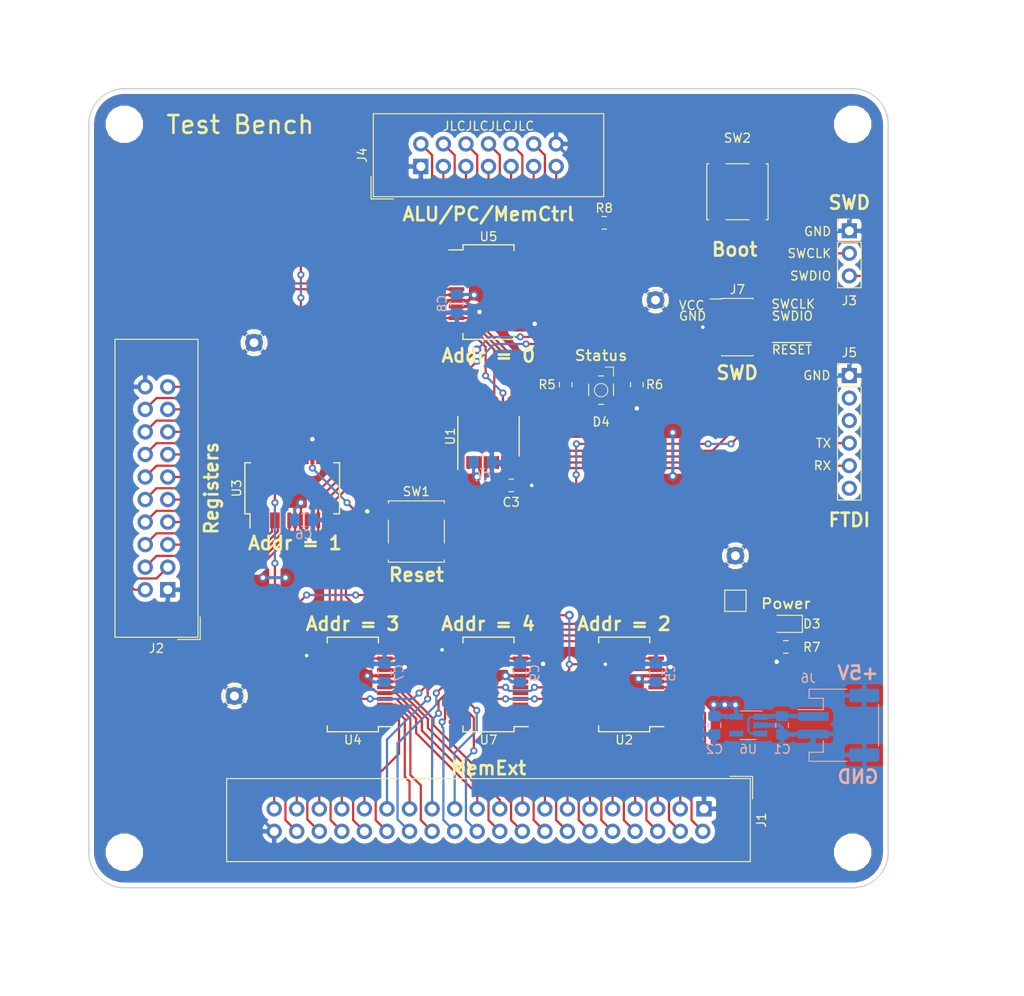
<source format=kicad_pcb>
(kicad_pcb (version 20171130) (host pcbnew 5.0.2-bee76a0~70~ubuntu18.04.1)
  (layers (0 F.Cu signal) (31 B.Cu signal) (34 B.Paste user) (35 F.Paste user) (36 B.SilkS user) (37 F.SilkS user) (38 B.Mask user) (39 F.Mask user) (44 Edge.Cuts user))
  (net 0 "")
  (net 1 "Net-(U1-Pad1)")
  (net 2 "Net-(U1-Pad2)")
  (net 3 "Net-(U1-Pad3)")
  (net 4 "Net-(U1-Pad7)")
  (net 5 "Net-(U1-Pad8)")
  (net 6 "Net-(U1-Pad17)")
  (net 7 VCC)
  (net 8 GND)
  (net 9 /SWDIO)
  (net 10 /SWCLK)
  (net 11 "Net-(U2-Pad19)")
  (net 12 "Net-(U3-Pad19)")
  (net 13 "Net-(U4-Pad19)")
  (net 14 /~CS)
  (net 15 /SCK)
  (net 16 /MISO)
  (net 17 /MOSI)
  (net 18 /RED)
  (net 19 /GREEN)
  (net 20 "Net-(J5-Pad2)")
  (net 21 "Net-(J5-Pad6)")
  (net 22 "Net-(U5-Pad5)")
  (net 23 "Net-(U5-Pad6)")
  (net 24 "Net-(U5-Pad19)")
  (net 25 /V_IN)
  (net 26 "Net-(U6-Pad4)")
  (net 27 /~RESET)
  (net 28 "Net-(J5-Pad3)")
  (net 29 "Net-(SW1-Pad2)")
  (net 30 "Net-(SW1-Pad3)")
  (net 31 /FTDI_TX)
  (net 32 /FTDI_RX)
  (net 33 /IO0B0)
  (net 34 /IO0B1)
  (net 35 /IO0B2)
  (net 36 /IO0B3)
  (net 37 /IO0B6)
  (net 38 /IO0B7)
  (net 39 /IO0A0)
  (net 40 /IO0A1)
  (net 41 /IO0A2)
  (net 42 /IO0A3)
  (net 43 /IO0A4)
  (net 44 /IO0A5)
  (net 45 /IO0A6)
  (net 46 /IO0A7)
  (net 47 /IO1A7)
  (net 48 /IO1A6)
  (net 49 /IO1A5)
  (net 50 /IO1A4)
  (net 51 /IO1A3)
  (net 52 /IO1A2)
  (net 53 /IO1A1)
  (net 54 /IO1A0)
  (net 55 /IO1B7)
  (net 56 /IO1B6)
  (net 57 /IO1B5)
  (net 58 /IO1B4)
  (net 59 /IO1B3)
  (net 60 /IO1B2)
  (net 61 /IO1B1)
  (net 62 /IO1B0)
  (net 63 "Net-(SW2-Pad1)")
  (net 64 "Net-(SW2-Pad4)")
  (net 65 /INT)
  (net 66 /IO2B7)
  (net 67 /IO2B6)
  (net 68 /IO2B5)
  (net 69 /IO2B4)
  (net 70 /IO2B3)
  (net 71 /IO2B2)
  (net 72 /IO2B1)
  (net 73 /IO2B0)
  (net 74 /IO2A7)
  (net 75 /IO2A6)
  (net 76 /IO2A5)
  (net 77 /IO2A4)
  (net 78 /IO2A3)
  (net 79 /IO2A2)
  (net 80 /IO2A1)
  (net 81 /IO2A0)
  (net 82 /IO3B7)
  (net 83 /IO3B6)
  (net 84 /IO3B5)
  (net 85 /IO3B4)
  (net 86 /IO3B3)
  (net 87 /IO3B2)
  (net 88 /IO3B1)
  (net 89 /IO3B0)
  (net 90 /IO3A7)
  (net 91 /IO3A6)
  (net 92 /IO3A5)
  (net 93 /IO3A4)
  (net 94 /IO3A3)
  (net 95 /IO3A2)
  (net 96 /IO3A1)
  (net 97 /IO3A0)
  (net 98 /IO4A5)
  (net 99 /IO4A4)
  (net 100 /IO4A3)
  (net 101 /IO4A2)
  (net 102 /IO4A1)
  (net 103 /IO4A0)
  (net 104 /IO4B0)
  (net 105 /IO4B1)
  (net 106 /IO4B2)
  (net 107 /IO4B3)
  (net 108 /IO4B4)
  (net 109 /IO4B5)
  (net 110 /IO4B6)
  (net 111 /IO4B7)
  (net 112 "Net-(U7-Pad19)")
  (net 113 /IO4A6)
  (net 114 /IO4A7)
  (net 115 /LED_POWER_K)
  (net 116 /LED_R_K)
  (net 117 /LED_G_K)
  (net 118 "Net-(J7-Pad6)")
  (net 119 "Net-(J7-Pad7)")
  (net 120 "Net-(J7-Pad8)")
  (net 121 "Net-(J7-Pad9)")
  (module Package_TO_SOT_SMD:SOT-23-5_HandSoldering (layer B.Cu) (at 191.245 94.695 180)
    (fp_text reference U6 (at 0 -2.695 180) (layer B.SilkS) (effects (justify mirror)))
    (fp_text value MIC5504-3.3YM5)
    (pad 5 smd rect (at 1.35 0.95 180) (size 1.56 0.65) (layers B.Cu B.Paste B.Mask) (net 7 VCC))
    (pad 4 smd rect (at 1.35 -0.95 180) (size 1.56 0.65) (layers B.Cu B.Paste B.Mask) (net 26 "Net-(U6-Pad4)"))
    (pad 3 smd rect (at -1.35 -0.95 180) (size 1.56 0.65) (layers B.Cu B.Paste B.Mask) (net 25 /V_IN))
    (pad 2 smd rect (at -1.35 0 180) (size 1.56 0.65) (layers B.Cu B.Paste B.Mask) (net 8 GND))
    (pad 1 smd rect (at -1.35 0.95 180) (size 1.56 0.65) (layers B.Cu B.Paste B.Mask) (net 25 /V_IN))
  )
  (module Resistor_SMD:R_0805_2012Metric_Pad1.15x1.40mm_HandSolder (layer F.Cu) (at 170.7 56.325 90)
    (fp_text reference R5 (at 0 -2.1 180) (layer F.SilkS))
    (fp_text value 220)
    (pad 2 smd roundrect (at 1.025 0 90) (size 1.15 1.4) (layers F.Cu F.Paste F.Mask) (roundrect_rratio 0.217391) (net 117 /LED_G_K))
    (pad 1 smd roundrect (at -1.025 0 90) (size 1.15 1.4) (layers F.Cu F.Paste F.Mask) (roundrect_rratio 0.217391) (net 8 GND))
  )
  (module Resistor_SMD:R_0805_2012Metric_Pad1.15x1.40mm_HandSolder (layer F.Cu) (at 178.7 56.325 90)
    (fp_text reference R6 (at 0 2 180) (layer F.SilkS))
    (fp_text value 220)
    (pad 2 smd roundrect (at 1.025 0 90) (size 1.15 1.4) (layers F.Cu F.Paste F.Mask) (roundrect_rratio 0.217391) (net 116 /LED_R_K))
    (pad 1 smd roundrect (at -1.025 0 90) (size 1.15 1.4) (layers F.Cu F.Paste F.Mask) (roundrect_rratio 0.217391) (net 8 GND))
  )
  (module Resistor_SMD:R_0805_2012Metric_Pad1.15x1.40mm_HandSolder (layer F.Cu) (at 195.475 85.875)
    (fp_text reference R7 (at 2.925 0.025) (layer F.SilkS))
    (fp_text value 330)
    (pad 2 smd roundrect (at 1.025 0) (size 1.15 1.4) (layers F.Cu F.Paste F.Mask) (roundrect_rratio 0.217391) (net 115 /LED_POWER_K))
    (pad 1 smd roundrect (at -1.025 0) (size 1.15 1.4) (layers F.Cu F.Paste F.Mask) (roundrect_rratio 0.217391) (net 8 GND))
  )
  (module Resistor_SMD:R_0805_2012Metric_Pad1.15x1.40mm_HandSolder (layer F.Cu) (at 175.025 38.1)
    (fp_text reference R8 (at 0 -1.65) (layer F.SilkS))
    (fp_text value 10k)
    (pad 2 smd roundrect (at 1.025 0) (size 1.15 1.4) (layers F.Cu F.Paste F.Mask) (roundrect_rratio 0.217391) (net 7 VCC))
    (pad 1 smd roundrect (at -1.025 0) (size 1.15 1.4) (layers F.Cu F.Paste F.Mask) (roundrect_rratio 0.217391) (net 65 /INT))
  )
  (module Capacitor_SMD:C_0805_2012Metric_Pad1.15x1.40mm_HandSolder (layer B.Cu) (at 161.35 65.075)
    (fp_text reference C4 (at 0 1.65) (layer B.SilkS) (effects (justify mirror)))
    (fp_text value 100n)
    (pad 2 smd roundrect (at 1.025 0) (size 1.15 1.4) (layers B.Cu B.Paste B.Mask) (roundrect_rratio 0.217391) (net 8 GND))
    (pad 1 smd roundrect (at -1.025 0) (size 1.15 1.4) (layers B.Cu B.Paste B.Mask) (roundrect_rratio 0.217391) (net 7 VCC))
  )
  (module Capacitor_SMD:C_0805_2012Metric_Pad1.15x1.40mm_HandSolder (layer B.Cu) (at 180.85 88.8 90)
    (fp_text reference C5 (at 0 1.65 90) (layer B.SilkS) (effects (justify mirror)))
    (fp_text value 100n)
    (pad 2 smd roundrect (at 1.025 0 90) (size 1.15 1.4) (layers B.Cu B.Paste B.Mask) (roundrect_rratio 0.217391) (net 8 GND))
    (pad 1 smd roundrect (at -1.025 0 90) (size 1.15 1.4) (layers B.Cu B.Paste B.Mask) (roundrect_rratio 0.217391) (net 7 VCC))
  )
  (module Capacitor_SMD:C_0805_2012Metric_Pad1.15x1.40mm_HandSolder (layer B.Cu) (at 141.2 71.575)
    (fp_text reference C6 (at 0 1.65) (layer B.SilkS) (effects (justify mirror)))
    (fp_text value 100n)
    (pad 2 smd roundrect (at 1.025 0) (size 1.15 1.4) (layers B.Cu B.Paste B.Mask) (roundrect_rratio 0.217391) (net 8 GND))
    (pad 1 smd roundrect (at -1.025 0) (size 1.15 1.4) (layers B.Cu B.Paste B.Mask) (roundrect_rratio 0.217391) (net 7 VCC))
  )
  (module Capacitor_SMD:C_0805_2012Metric_Pad1.15x1.40mm_HandSolder (layer B.Cu) (at 150.3 88.8 90)
    (fp_text reference C7 (at 0 1.65 90) (layer B.SilkS) (effects (justify mirror)))
    (fp_text value 100n)
    (pad 2 smd roundrect (at 1.025 0 90) (size 1.15 1.4) (layers B.Cu B.Paste B.Mask) (roundrect_rratio 0.217391) (net 8 GND))
    (pad 1 smd roundrect (at -1.025 0 90) (size 1.15 1.4) (layers B.Cu B.Paste B.Mask) (roundrect_rratio 0.217391) (net 7 VCC))
  )
  (module Capacitor_SMD:C_0805_2012Metric_Pad1.15x1.40mm_HandSolder (layer B.Cu) (at 158.425 47.2 270)
    (fp_text reference C8 (at 0 1.65 270) (layer B.SilkS) (effects (justify mirror)))
    (fp_text value 100n)
    (pad 2 smd roundrect (at 1.025 0 270) (size 1.15 1.4) (layers B.Cu B.Paste B.Mask) (roundrect_rratio 0.217391) (net 8 GND))
    (pad 1 smd roundrect (at -1.025 0 270) (size 1.15 1.4) (layers B.Cu B.Paste B.Mask) (roundrect_rratio 0.217391) (net 7 VCC))
  )
  (module Capacitor_SMD:C_0805_2012Metric_Pad1.15x1.40mm_HandSolder (layer F.Cu) (at 164.5625 67.675)
    (fp_text reference C3 (at -0.0125 1.9) (layer F.SilkS))
    (fp_text value 100n)
    (pad 2 smd roundrect (at 1.025 0) (size 1.15 1.4) (layers F.Cu F.Paste F.Mask) (roundrect_rratio 0.217391) (net 8 GND))
    (pad 1 smd roundrect (at -1.025 0) (size 1.15 1.4) (layers F.Cu F.Paste F.Mask) (roundrect_rratio 0.217391) (net 27 /~RESET))
  )
  (module Capacitor_SMD:C_0805_2012Metric_Pad1.15x1.40mm_HandSolder (layer B.Cu) (at 187.435 94.695 270)
    (fp_text reference C2 (at 2.705 0) (layer B.SilkS) (effects (justify mirror)))
    (fp_text value 1u)
    (pad 2 smd roundrect (at 1.025 0 270) (size 1.15 1.4) (layers B.Cu B.Paste B.Mask) (roundrect_rratio 0.217391) (net 8 GND))
    (pad 1 smd roundrect (at -1.025 0 270) (size 1.15 1.4) (layers B.Cu B.Paste B.Mask) (roundrect_rratio 0.217391) (net 7 VCC))
  )
  (module Capacitor_SMD:C_0805_2012Metric_Pad1.15x1.40mm_HandSolder (layer B.Cu) (at 195.055 94.695 270)
    (fp_text reference C1 (at 2.695 0) (layer B.SilkS) (effects (justify mirror)))
    (fp_text value 1u)
    (pad 2 smd roundrect (at 1.025 0 270) (size 1.15 1.4) (layers B.Cu B.Paste B.Mask) (roundrect_rratio 0.217391) (net 8 GND))
    (pad 1 smd roundrect (at -1.025 0 270) (size 1.15 1.4) (layers B.Cu B.Paste B.Mask) (roundrect_rratio 0.217391) (net 25 /V_IN))
  )
  (module "riscv-serial:Wurth WL-SBTW" (layer F.Cu) (at 174.675 56.95 270)
    (fp_text reference D4 (at 3.575 0) (layer F.SilkS))
    (fp_text value 150141RV73100)
    (pad 1 smd roundrect (at 1.65 -0.85 270) (size 1.7 0.9) (layers F.Cu F.Paste F.Mask) (roundrect_rratio 0.1) (net 18 /RED))
    (pad 3 smd roundrect (at -1.65 -0.85 270) (size 1.7 0.9) (layers F.Cu F.Paste F.Mask) (roundrect_rratio 0.1) (net 116 /LED_R_K))
    (pad 2 smd roundrect (at 1.65 0.85 270) (size 1.7 0.9) (layers F.Cu F.Paste F.Mask) (roundrect_rratio 0.1) (net 19 /GREEN))
    (pad 4 smd roundrect (at -1.65 0.85 270) (size 1.7 0.9) (layers F.Cu F.Paste F.Mask) (roundrect_rratio 0.1) (net 117 /LED_G_K))
  )
  (module Connector_PinHeader_2.54mm:PinHeader_1x03_P2.54mm_Vertical (layer F.Cu) (at 202.625 39)
    (fp_text reference J3 (at 0 7.875) (layer F.SilkS))
    (fp_text value SWD)
    (pad 1 thru_hole rect (at 0 0) (size 1.7 1.7) (drill 1) (layers *.Cu *.Mask) (net 8 GND))
    (pad 2 thru_hole oval (at 0 2.54) (size 1.7 1.7) (drill 1) (layers *.Cu *.Mask) (net 10 /SWCLK))
    (pad 3 thru_hole oval (at 0 5.08) (size 1.7 1.7) (drill 1) (layers *.Cu *.Mask) (net 9 /SWDIO))
  )
  (module MountingHole:MountingHole_3.2mm_M3 (layer F.Cu) (at 203 27)
    (fp_text reference H1 hide)
    (fp_text value MountingHole)
    (pad 1 np_thru_hole circle (at 0 0) (size 3.2 3.2) (drill 3.2) (layers *.Cu *.Mask))
  )
  (module MountingHole:MountingHole_3.2mm_M3 (layer F.Cu) (at 203 109)
    (fp_text reference H2 hide)
    (fp_text value MountingHole)
    (pad 1 np_thru_hole circle (at 0 0) (size 3.2 3.2) (drill 3.2) (layers *.Cu *.Mask))
  )
  (module MountingHole:MountingHole_3.2mm_M3 (layer F.Cu) (at 121 109)
    (fp_text reference H3 hide)
    (fp_text value MountingHole)
    (pad 1 np_thru_hole circle (at 0 0) (size 3.2 3.2) (drill 3.2) (layers *.Cu *.Mask))
  )
  (module MountingHole:MountingHole_3.2mm_M3 (layer F.Cu) (at 121 27)
    (fp_text reference H4 hide)
    (fp_text value MountingHole)
    (pad 1 np_thru_hole circle (at 0 0) (size 3.2 3.2) (drill 3.2) (layers *.Cu *.Mask))
  )
  (module LED_SMD:LED_0805_2012Metric_Pad1.15x1.40mm_HandSolder (layer F.Cu) (at 195.475 83.275 180)
    (fp_text reference D3 (at -2.925 0 180) (layer F.SilkS))
    (fp_text value Power)
    (pad 1 smd roundrect (at -1.025 0 180) (size 1.15 1.4) (layers F.Cu F.Paste F.Mask) (roundrect_rratio 0.217391) (net 115 /LED_POWER_K))
    (pad 2 smd roundrect (at 1.025 0 180) (size 1.15 1.4) (layers F.Cu F.Paste F.Mask) (roundrect_rratio 0.217391) (net 7 VCC))
  )
  (module riscv-serial:SW_SPST_DTSM-6 (layer F.Cu) (at 190.025 34.6 90)
    (fp_text reference SW2 (at 6.05 0 180) (layer F.SilkS))
    (fp_text value SW_Push_4pin)
    (pad 1 smd rect (at -3.975 -2.25 90) (size 1.55 1.3) (layers F.Cu F.Paste F.Mask) (net 63 "Net-(SW2-Pad1)"))
    (pad 2 smd rect (at 3.975 -2.25 90) (size 1.55 1.3) (layers F.Cu F.Paste F.Mask) (net 7 VCC))
    (pad 3 smd rect (at -3.975 2.25 90) (size 1.55 1.3) (layers F.Cu F.Paste F.Mask) (net 10 /SWCLK))
    (pad 4 smd rect (at 3.975 2.25 90) (size 1.55 1.3) (layers F.Cu F.Paste F.Mask) (net 64 "Net-(SW2-Pad4)"))
  )
  (module Connector_PinHeader_2.54mm:PinHeader_1x06_P2.54mm_Vertical (layer F.Cu) (at 202.625 55.3)
    (fp_text reference J5 (at 0 -2.575) (layer F.SilkS))
    (fp_text value FTDI)
    (pad 6 thru_hole oval (at 0 12.7) (size 1.7 1.7) (drill 1) (layers *.Cu *.Mask) (net 21 "Net-(J5-Pad6)"))
    (pad 5 thru_hole oval (at 0 10.16) (size 1.7 1.7) (drill 1) (layers *.Cu *.Mask) (net 32 /FTDI_RX))
    (pad 4 thru_hole oval (at 0 7.62) (size 1.7 1.7) (drill 1) (layers *.Cu *.Mask) (net 31 /FTDI_TX))
    (pad 3 thru_hole oval (at 0 5.08) (size 1.7 1.7) (drill 1) (layers *.Cu *.Mask) (net 28 "Net-(J5-Pad3)"))
    (pad 2 thru_hole oval (at 0 2.54) (size 1.7 1.7) (drill 1) (layers *.Cu *.Mask) (net 20 "Net-(J5-Pad2)"))
    (pad 1 thru_hole rect (at 0 0) (size 1.7 1.7) (drill 1) (layers *.Cu *.Mask) (net 8 GND))
  )
  (module riscv-serial:SW_SPST_DTSM-6 (layer F.Cu) (at 153.875 72.875)
    (fp_text reference SW1 (at 0 -4.5) (layer F.SilkS))
    (fp_text value SW_Push_4pin)
    (pad 1 smd rect (at -3.975 -2.25) (size 1.55 1.3) (layers F.Cu F.Paste F.Mask) (net 8 GND))
    (pad 2 smd rect (at 3.975 -2.25) (size 1.55 1.3) (layers F.Cu F.Paste F.Mask) (net 29 "Net-(SW1-Pad2)"))
    (pad 3 smd rect (at -3.975 2.25) (size 1.55 1.3) (layers F.Cu F.Paste F.Mask) (net 30 "Net-(SW1-Pad3)"))
    (pad 4 smd rect (at 3.975 2.25) (size 1.55 1.3) (layers F.Cu F.Paste F.Mask) (net 27 /~RESET))
  )
  (module Connector_JST:JST_PH_S2B-PH-SM4-TB_1x02-1MP_P2.00mm_Horizontal (layer B.Cu) (at 201.405 94.695 270)
    (fp_text reference J6 (at -5.295 3.405) (layer B.SilkS) (effects (justify mirror)))
    (fp_text value Conn_Power)
    (pad 1 smd roundrect (at -1 2.85 270) (size 1 3.5) (layers B.Cu B.Paste B.Mask) (net 25 /V_IN))
    (pad 2 smd roundrect (at 1 2.85 270) (size 1 3.5) (layers B.Cu B.Paste B.Mask) (net 8 GND))
    (pad MP smd roundrect (at -3.35 -2.9 270) (size 1.5 3.4) (layers B.Cu B.Paste B.Mask) (roundrect_rratio 0.166667) (net 8 GND))
    (pad MP smd roundrect (at 3.35 -2.9 270) (size 1.5 3.4) (layers B.Cu B.Paste B.Mask) (roundrect_rratio 0.166667) (net 8 GND))
  )
  (module Package_SO:SSOP-28_5.3x10.2mm_P0.65mm (layer F.Cu) (at 162 45.9)
    (fp_text reference U5 (at 0 -6.25) (layer F.SilkS))
    (fp_text value MCP23S17_SS)
    (pad 1 smd rect (at -3.6 -4.225) (size 1.75 0.45) (layers F.Cu F.Paste F.Mask) (net 33 /IO0B0))
    (pad 2 smd rect (at -3.6 -3.575) (size 1.75 0.45) (layers F.Cu F.Paste F.Mask) (net 34 /IO0B1))
    (pad 3 smd rect (at -3.6 -2.925) (size 1.75 0.45) (layers F.Cu F.Paste F.Mask) (net 35 /IO0B2))
    (pad 4 smd rect (at -3.6 -2.275) (size 1.75 0.45) (layers F.Cu F.Paste F.Mask) (net 36 /IO0B3))
    (pad 5 smd rect (at -3.6 -1.625) (size 1.75 0.45) (layers F.Cu F.Paste F.Mask) (net 22 "Net-(U5-Pad5)"))
    (pad 6 smd rect (at -3.6 -0.975) (size 1.75 0.45) (layers F.Cu F.Paste F.Mask) (net 23 "Net-(U5-Pad6)"))
    (pad 7 smd rect (at -3.6 -0.325) (size 1.75 0.45) (layers F.Cu F.Paste F.Mask) (net 37 /IO0B6))
    (pad 8 smd rect (at -3.6 0.325) (size 1.75 0.45) (layers F.Cu F.Paste F.Mask) (net 38 /IO0B7))
    (pad 9 smd rect (at -3.6 0.975) (size 1.75 0.45) (layers F.Cu F.Paste F.Mask) (net 7 VCC))
    (pad 10 smd rect (at -3.6 1.625) (size 1.75 0.45) (layers F.Cu F.Paste F.Mask) (net 8 GND))
    (pad 11 smd rect (at -3.6 2.275) (size 1.75 0.45) (layers F.Cu F.Paste F.Mask) (net 14 /~CS))
    (pad 12 smd rect (at -3.6 2.925) (size 1.75 0.45) (layers F.Cu F.Paste F.Mask) (net 15 /SCK))
    (pad 13 smd rect (at -3.6 3.575) (size 1.75 0.45) (layers F.Cu F.Paste F.Mask) (net 17 /MOSI))
    (pad 14 smd rect (at -3.6 4.225) (size 1.75 0.45) (layers F.Cu F.Paste F.Mask) (net 16 /MISO))
    (pad 15 smd rect (at 3.6 4.225) (size 1.75 0.45) (layers F.Cu F.Paste F.Mask) (net 8 GND))
    (pad 16 smd rect (at 3.6 3.575) (size 1.75 0.45) (layers F.Cu F.Paste F.Mask) (net 8 GND))
    (pad 17 smd rect (at 3.6 2.925) (size 1.75 0.45) (layers F.Cu F.Paste F.Mask) (net 8 GND))
    (pad 18 smd rect (at 3.6 2.275) (size 1.75 0.45) (layers F.Cu F.Paste F.Mask) (net 27 /~RESET))
    (pad 19 smd rect (at 3.6 1.625) (size 1.75 0.45) (layers F.Cu F.Paste F.Mask) (net 24 "Net-(U5-Pad19)"))
    (pad 20 smd rect (at 3.6 0.975) (size 1.75 0.45) (layers F.Cu F.Paste F.Mask) (net 65 /INT))
    (pad 21 smd rect (at 3.6 0.325) (size 1.75 0.45) (layers F.Cu F.Paste F.Mask) (net 39 /IO0A0))
    (pad 22 smd rect (at 3.6 -0.325) (size 1.75 0.45) (layers F.Cu F.Paste F.Mask) (net 40 /IO0A1))
    (pad 23 smd rect (at 3.6 -0.975) (size 1.75 0.45) (layers F.Cu F.Paste F.Mask) (net 41 /IO0A2))
    (pad 24 smd rect (at 3.6 -1.625) (size 1.75 0.45) (layers F.Cu F.Paste F.Mask) (net 42 /IO0A3))
    (pad 25 smd rect (at 3.6 -2.275) (size 1.75 0.45) (layers F.Cu F.Paste F.Mask) (net 43 /IO0A4))
    (pad 26 smd rect (at 3.6 -2.925) (size 1.75 0.45) (layers F.Cu F.Paste F.Mask) (net 44 /IO0A5))
    (pad 27 smd rect (at 3.6 -3.575) (size 1.75 0.45) (layers F.Cu F.Paste F.Mask) (net 45 /IO0A6))
    (pad 28 smd rect (at 3.6 -4.225) (size 1.75 0.45) (layers F.Cu F.Paste F.Mask) (net 46 /IO0A7))
  )
  (module Package_SO:TSSOP-20_4.4x6.5mm_P0.65mm (layer F.Cu) (at 162 62.15 90)
    (fp_text reference U1 (at 0 -4.3 90) (layer F.SilkS))
    (fp_text value STM32G030F6)
    (pad 1 smd rect (at -2.95 -2.925 90) (size 1.45 0.45) (layers F.Cu F.Paste F.Mask) (net 1 "Net-(U1-Pad1)"))
    (pad 2 smd rect (at -2.95 -2.275 90) (size 1.45 0.45) (layers F.Cu F.Paste F.Mask) (net 2 "Net-(U1-Pad2)"))
    (pad 3 smd rect (at -2.95 -1.625 90) (size 1.45 0.45) (layers F.Cu F.Paste F.Mask) (net 3 "Net-(U1-Pad3)"))
    (pad 4 smd rect (at -2.95 -0.975 90) (size 1.45 0.45) (layers F.Cu F.Paste F.Mask) (net 7 VCC))
    (pad 5 smd rect (at -2.95 -0.325 90) (size 1.45 0.45) (layers F.Cu F.Paste F.Mask) (net 8 GND))
    (pad 6 smd rect (at -2.95 0.325 90) (size 1.45 0.45) (layers F.Cu F.Paste F.Mask) (net 27 /~RESET))
    (pad 7 smd rect (at -2.95 0.975 90) (size 1.45 0.45) (layers F.Cu F.Paste F.Mask) (net 4 "Net-(U1-Pad7)"))
    (pad 8 smd rect (at -2.95 1.625 90) (size 1.45 0.45) (layers F.Cu F.Paste F.Mask) (net 5 "Net-(U1-Pad8)"))
    (pad 9 smd rect (at -2.95 2.275 90) (size 1.45 0.45) (layers F.Cu F.Paste F.Mask) (net 32 /FTDI_RX))
    (pad 10 smd rect (at -2.95 2.925 90) (size 1.45 0.45) (layers F.Cu F.Paste F.Mask) (net 31 /FTDI_TX))
    (pad 11 smd rect (at 2.95 2.925 90) (size 1.45 0.45) (layers F.Cu F.Paste F.Mask) (net 14 /~CS))
    (pad 12 smd rect (at 2.95 2.275 90) (size 1.45 0.45) (layers F.Cu F.Paste F.Mask) (net 15 /SCK))
    (pad 13 smd rect (at 2.95 1.625 90) (size 1.45 0.45) (layers F.Cu F.Paste F.Mask) (net 16 /MISO))
    (pad 14 smd rect (at 2.95 0.975 90) (size 1.45 0.45) (layers F.Cu F.Paste F.Mask) (net 17 /MOSI))
    (pad 15 smd rect (at 2.95 0.325 90) (size 1.45 0.45) (layers F.Cu F.Paste F.Mask) (net 19 /GREEN))
    (pad 16 smd rect (at 2.95 -0.325 90) (size 1.45 0.45) (layers F.Cu F.Paste F.Mask) (net 18 /RED))
    (pad 17 smd rect (at 2.95 -0.975 90) (size 1.45 0.45) (layers F.Cu F.Paste F.Mask) (net 6 "Net-(U1-Pad17)"))
    (pad 18 smd rect (at 2.95 -1.625 90) (size 1.45 0.45) (layers F.Cu F.Paste F.Mask) (net 9 /SWDIO))
    (pad 19 smd rect (at 2.95 -2.275 90) (size 1.45 0.45) (layers F.Cu F.Paste F.Mask) (net 10 /SWCLK))
    (pad 20 smd rect (at 2.95 -2.925 90) (size 1.45 0.45) (layers F.Cu F.Paste F.Mask) (net 65 /INT))
  )
  (module Package_SO:SSOP-28_5.3x10.2mm_P0.65mm (layer F.Cu) (at 146.725 90.1 180)
    (fp_text reference U4 (at 0 -6.25 180) (layer F.SilkS))
    (fp_text value MCP23S17_SS)
    (pad 1 smd rect (at -3.6 -4.225 180) (size 1.75 0.45) (layers F.Cu F.Paste F.Mask) (net 89 /IO3B0))
    (pad 2 smd rect (at -3.6 -3.575 180) (size 1.75 0.45) (layers F.Cu F.Paste F.Mask) (net 88 /IO3B1))
    (pad 3 smd rect (at -3.6 -2.925 180) (size 1.75 0.45) (layers F.Cu F.Paste F.Mask) (net 87 /IO3B2))
    (pad 4 smd rect (at -3.6 -2.275 180) (size 1.75 0.45) (layers F.Cu F.Paste F.Mask) (net 86 /IO3B3))
    (pad 5 smd rect (at -3.6 -1.625 180) (size 1.75 0.45) (layers F.Cu F.Paste F.Mask) (net 85 /IO3B4))
    (pad 6 smd rect (at -3.6 -0.975 180) (size 1.75 0.45) (layers F.Cu F.Paste F.Mask) (net 84 /IO3B5))
    (pad 7 smd rect (at -3.6 -0.325 180) (size 1.75 0.45) (layers F.Cu F.Paste F.Mask) (net 83 /IO3B6))
    (pad 8 smd rect (at -3.6 0.325 180) (size 1.75 0.45) (layers F.Cu F.Paste F.Mask) (net 82 /IO3B7))
    (pad 9 smd rect (at -3.6 0.975 180) (size 1.75 0.45) (layers F.Cu F.Paste F.Mask) (net 7 VCC))
    (pad 10 smd rect (at -3.6 1.625 180) (size 1.75 0.45) (layers F.Cu F.Paste F.Mask) (net 8 GND))
    (pad 11 smd rect (at -3.6 2.275 180) (size 1.75 0.45) (layers F.Cu F.Paste F.Mask) (net 14 /~CS))
    (pad 12 smd rect (at -3.6 2.925 180) (size 1.75 0.45) (layers F.Cu F.Paste F.Mask) (net 15 /SCK))
    (pad 13 smd rect (at -3.6 3.575 180) (size 1.75 0.45) (layers F.Cu F.Paste F.Mask) (net 17 /MOSI))
    (pad 14 smd rect (at -3.6 4.225 180) (size 1.75 0.45) (layers F.Cu F.Paste F.Mask) (net 16 /MISO))
    (pad 15 smd rect (at 3.6 4.225 180) (size 1.75 0.45) (layers F.Cu F.Paste F.Mask) (net 7 VCC))
    (pad 16 smd rect (at 3.6 3.575 180) (size 1.75 0.45) (layers F.Cu F.Paste F.Mask) (net 7 VCC))
    (pad 17 smd rect (at 3.6 2.925 180) (size 1.75 0.45) (layers F.Cu F.Paste F.Mask) (net 8 GND))
    (pad 18 smd rect (at 3.6 2.275 180) (size 1.75 0.45) (layers F.Cu F.Paste F.Mask) (net 27 /~RESET))
    (pad 19 smd rect (at 3.6 1.625 180) (size 1.75 0.45) (layers F.Cu F.Paste F.Mask) (net 13 "Net-(U4-Pad19)"))
    (pad 20 smd rect (at 3.6 0.975 180) (size 1.75 0.45) (layers F.Cu F.Paste F.Mask) (net 65 /INT))
    (pad 21 smd rect (at 3.6 0.325 180) (size 1.75 0.45) (layers F.Cu F.Paste F.Mask) (net 97 /IO3A0))
    (pad 22 smd rect (at 3.6 -0.325 180) (size 1.75 0.45) (layers F.Cu F.Paste F.Mask) (net 96 /IO3A1))
    (pad 23 smd rect (at 3.6 -0.975 180) (size 1.75 0.45) (layers F.Cu F.Paste F.Mask) (net 95 /IO3A2))
    (pad 24 smd rect (at 3.6 -1.625 180) (size 1.75 0.45) (layers F.Cu F.Paste F.Mask) (net 94 /IO3A3))
    (pad 25 smd rect (at 3.6 -2.275 180) (size 1.75 0.45) (layers F.Cu F.Paste F.Mask) (net 93 /IO3A4))
    (pad 26 smd rect (at 3.6 -2.925 180) (size 1.75 0.45) (layers F.Cu F.Paste F.Mask) (net 92 /IO3A5))
    (pad 27 smd rect (at 3.6 -3.575 180) (size 1.75 0.45) (layers F.Cu F.Paste F.Mask) (net 91 /IO3A6))
    (pad 28 smd rect (at 3.6 -4.225 180) (size 1.75 0.45) (layers F.Cu F.Paste F.Mask) (net 90 /IO3A7))
  )
  (module Package_SO:SSOP-28_5.3x10.2mm_P0.65mm (layer F.Cu) (at 139.9 68 90)
    (fp_text reference U3 (at 0 -6.25 90) (layer F.SilkS))
    (fp_text value MCP23S17_SS)
    (pad 28 smd rect (at 3.6 -4.225 90) (size 1.75 0.45) (layers F.Cu F.Paste F.Mask) (net 47 /IO1A7))
    (pad 27 smd rect (at 3.6 -3.575 90) (size 1.75 0.45) (layers F.Cu F.Paste F.Mask) (net 48 /IO1A6))
    (pad 26 smd rect (at 3.6 -2.925 90) (size 1.75 0.45) (layers F.Cu F.Paste F.Mask) (net 49 /IO1A5))
    (pad 25 smd rect (at 3.6 -2.275 90) (size 1.75 0.45) (layers F.Cu F.Paste F.Mask) (net 50 /IO1A4))
    (pad 24 smd rect (at 3.6 -1.625 90) (size 1.75 0.45) (layers F.Cu F.Paste F.Mask) (net 51 /IO1A3))
    (pad 23 smd rect (at 3.6 -0.975 90) (size 1.75 0.45) (layers F.Cu F.Paste F.Mask) (net 52 /IO1A2))
    (pad 22 smd rect (at 3.6 -0.325 90) (size 1.75 0.45) (layers F.Cu F.Paste F.Mask) (net 53 /IO1A1))
    (pad 21 smd rect (at 3.6 0.325 90) (size 1.75 0.45) (layers F.Cu F.Paste F.Mask) (net 54 /IO1A0))
    (pad 20 smd rect (at 3.6 0.975 90) (size 1.75 0.45) (layers F.Cu F.Paste F.Mask) (net 65 /INT))
    (pad 19 smd rect (at 3.6 1.625 90) (size 1.75 0.45) (layers F.Cu F.Paste F.Mask) (net 12 "Net-(U3-Pad19)"))
    (pad 18 smd rect (at 3.6 2.275 90) (size 1.75 0.45) (layers F.Cu F.Paste F.Mask) (net 27 /~RESET))
    (pad 17 smd rect (at 3.6 2.925 90) (size 1.75 0.45) (layers F.Cu F.Paste F.Mask) (net 8 GND))
    (pad 16 smd rect (at 3.6 3.575 90) (size 1.75 0.45) (layers F.Cu F.Paste F.Mask) (net 8 GND))
    (pad 15 smd rect (at 3.6 4.225 90) (size 1.75 0.45) (layers F.Cu F.Paste F.Mask) (net 7 VCC))
    (pad 14 smd rect (at -3.6 4.225 90) (size 1.75 0.45) (layers F.Cu F.Paste F.Mask) (net 16 /MISO))
    (pad 13 smd rect (at -3.6 3.575 90) (size 1.75 0.45) (layers F.Cu F.Paste F.Mask) (net 17 /MOSI))
    (pad 12 smd rect (at -3.6 2.925 90) (size 1.75 0.45) (layers F.Cu F.Paste F.Mask) (net 15 /SCK))
    (pad 11 smd rect (at -3.6 2.275 90) (size 1.75 0.45) (layers F.Cu F.Paste F.Mask) (net 14 /~CS))
    (pad 10 smd rect (at -3.6 1.625 90) (size 1.75 0.45) (layers F.Cu F.Paste F.Mask) (net 8 GND))
    (pad 9 smd rect (at -3.6 0.975 90) (size 1.75 0.45) (layers F.Cu F.Paste F.Mask) (net 7 VCC))
    (pad 8 smd rect (at -3.6 0.325 90) (size 1.75 0.45) (layers F.Cu F.Paste F.Mask) (net 55 /IO1B7))
    (pad 7 smd rect (at -3.6 -0.325 90) (size 1.75 0.45) (layers F.Cu F.Paste F.Mask) (net 56 /IO1B6))
    (pad 6 smd rect (at -3.6 -0.975 90) (size 1.75 0.45) (layers F.Cu F.Paste F.Mask) (net 57 /IO1B5))
    (pad 5 smd rect (at -3.6 -1.625 90) (size 1.75 0.45) (layers F.Cu F.Paste F.Mask) (net 58 /IO1B4))
    (pad 4 smd rect (at -3.6 -2.275 90) (size 1.75 0.45) (layers F.Cu F.Paste F.Mask) (net 59 /IO1B3))
    (pad 3 smd rect (at -3.6 -2.925 90) (size 1.75 0.45) (layers F.Cu F.Paste F.Mask) (net 60 /IO1B2))
    (pad 2 smd rect (at -3.6 -3.575 90) (size 1.75 0.45) (layers F.Cu F.Paste F.Mask) (net 61 /IO1B1))
    (pad 1 smd rect (at -3.6 -4.225 90) (size 1.75 0.45) (layers F.Cu F.Paste F.Mask) (net 62 /IO1B0))
  )
  (module Package_SO:SSOP-28_5.3x10.2mm_P0.65mm (layer F.Cu) (at 177.275 90.1 180)
    (fp_text reference U2 (at 0 -6.25 180) (layer F.SilkS))
    (fp_text value MCP23S17_SS)
    (pad 1 smd rect (at -3.6 -4.225 180) (size 1.75 0.45) (layers F.Cu F.Paste F.Mask) (net 73 /IO2B0))
    (pad 2 smd rect (at -3.6 -3.575 180) (size 1.75 0.45) (layers F.Cu F.Paste F.Mask) (net 72 /IO2B1))
    (pad 3 smd rect (at -3.6 -2.925 180) (size 1.75 0.45) (layers F.Cu F.Paste F.Mask) (net 71 /IO2B2))
    (pad 4 smd rect (at -3.6 -2.275 180) (size 1.75 0.45) (layers F.Cu F.Paste F.Mask) (net 70 /IO2B3))
    (pad 5 smd rect (at -3.6 -1.625 180) (size 1.75 0.45) (layers F.Cu F.Paste F.Mask) (net 69 /IO2B4))
    (pad 6 smd rect (at -3.6 -0.975 180) (size 1.75 0.45) (layers F.Cu F.Paste F.Mask) (net 68 /IO2B5))
    (pad 7 smd rect (at -3.6 -0.325 180) (size 1.75 0.45) (layers F.Cu F.Paste F.Mask) (net 67 /IO2B6))
    (pad 8 smd rect (at -3.6 0.325 180) (size 1.75 0.45) (layers F.Cu F.Paste F.Mask) (net 66 /IO2B7))
    (pad 9 smd rect (at -3.6 0.975 180) (size 1.75 0.45) (layers F.Cu F.Paste F.Mask) (net 7 VCC))
    (pad 10 smd rect (at -3.6 1.625 180) (size 1.75 0.45) (layers F.Cu F.Paste F.Mask) (net 8 GND))
    (pad 11 smd rect (at -3.6 2.275 180) (size 1.75 0.45) (layers F.Cu F.Paste F.Mask) (net 14 /~CS))
    (pad 12 smd rect (at -3.6 2.925 180) (size 1.75 0.45) (layers F.Cu F.Paste F.Mask) (net 15 /SCK))
    (pad 13 smd rect (at -3.6 3.575 180) (size 1.75 0.45) (layers F.Cu F.Paste F.Mask) (net 17 /MOSI))
    (pad 14 smd rect (at -3.6 4.225 180) (size 1.75 0.45) (layers F.Cu F.Paste F.Mask) (net 16 /MISO))
    (pad 15 smd rect (at 3.6 4.225 180) (size 1.75 0.45) (layers F.Cu F.Paste F.Mask) (net 8 GND))
    (pad 16 smd rect (at 3.6 3.575 180) (size 1.75 0.45) (layers F.Cu F.Paste F.Mask) (net 7 VCC))
    (pad 17 smd rect (at 3.6 2.925 180) (size 1.75 0.45) (layers F.Cu F.Paste F.Mask) (net 8 GND))
    (pad 18 smd rect (at 3.6 2.275 180) (size 1.75 0.45) (layers F.Cu F.Paste F.Mask) (net 27 /~RESET))
    (pad 19 smd rect (at 3.6 1.625 180) (size 1.75 0.45) (layers F.Cu F.Paste F.Mask) (net 11 "Net-(U2-Pad19)"))
    (pad 20 smd rect (at 3.6 0.975 180) (size 1.75 0.45) (layers F.Cu F.Paste F.Mask) (net 65 /INT))
    (pad 21 smd rect (at 3.6 0.325 180) (size 1.75 0.45) (layers F.Cu F.Paste F.Mask) (net 81 /IO2A0))
    (pad 22 smd rect (at 3.6 -0.325 180) (size 1.75 0.45) (layers F.Cu F.Paste F.Mask) (net 80 /IO2A1))
    (pad 23 smd rect (at 3.6 -0.975 180) (size 1.75 0.45) (layers F.Cu F.Paste F.Mask) (net 79 /IO2A2))
    (pad 24 smd rect (at 3.6 -1.625 180) (size 1.75 0.45) (layers F.Cu F.Paste F.Mask) (net 78 /IO2A3))
    (pad 25 smd rect (at 3.6 -2.275 180) (size 1.75 0.45) (layers F.Cu F.Paste F.Mask) (net 77 /IO2A4))
    (pad 26 smd rect (at 3.6 -2.925 180) (size 1.75 0.45) (layers F.Cu F.Paste F.Mask) (net 76 /IO2A5))
    (pad 27 smd rect (at 3.6 -3.575 180) (size 1.75 0.45) (layers F.Cu F.Paste F.Mask) (net 75 /IO2A6))
    (pad 28 smd rect (at 3.6 -4.225 180) (size 1.75 0.45) (layers F.Cu F.Paste F.Mask) (net 74 /IO2A7))
  )
  (module Connector_IDC:IDC-Header_2x07_P2.54mm_Vertical (layer F.Cu) (at 154.38 31.75 90)
    (fp_text reference J4 (at 1.27 -6.604 90) (layer F.SilkS))
    (fp_text value Conn_Mem)
    (pad 14 thru_hole oval (at 2.54 15.24 90) (size 1.7272 1.7272) (drill 1.016) (layers *.Cu *.Mask) (net 8 GND))
    (pad 13 thru_hole oval (at 0 15.24 90) (size 1.7272 1.7272) (drill 1.016) (layers *.Cu *.Mask) (net 39 /IO0A0))
    (pad 12 thru_hole oval (at 2.54 12.7 90) (size 1.7272 1.7272) (drill 1.016) (layers *.Cu *.Mask) (net 40 /IO0A1))
    (pad 11 thru_hole oval (at 0 12.7 90) (size 1.7272 1.7272) (drill 1.016) (layers *.Cu *.Mask) (net 41 /IO0A2))
    (pad 10 thru_hole oval (at 2.54 10.16 90) (size 1.7272 1.7272) (drill 1.016) (layers *.Cu *.Mask) (net 42 /IO0A3))
    (pad 9 thru_hole oval (at 0 10.16 90) (size 1.7272 1.7272) (drill 1.016) (layers *.Cu *.Mask) (net 43 /IO0A4))
    (pad 8 thru_hole oval (at 2.54 7.62 90) (size 1.7272 1.7272) (drill 1.016) (layers *.Cu *.Mask) (net 44 /IO0A5))
    (pad 7 thru_hole oval (at 0 7.62 90) (size 1.7272 1.7272) (drill 1.016) (layers *.Cu *.Mask) (net 45 /IO0A6))
    (pad 6 thru_hole oval (at 2.54 5.08 90) (size 1.7272 1.7272) (drill 1.016) (layers *.Cu *.Mask) (net 46 /IO0A7))
    (pad 5 thru_hole oval (at 0 5.08 90) (size 1.7272 1.7272) (drill 1.016) (layers *.Cu *.Mask) (net 33 /IO0B0))
    (pad 4 thru_hole oval (at 2.54 2.54 90) (size 1.7272 1.7272) (drill 1.016) (layers *.Cu *.Mask) (net 34 /IO0B1))
    (pad 3 thru_hole oval (at 0 2.54 90) (size 1.7272 1.7272) (drill 1.016) (layers *.Cu *.Mask) (net 35 /IO0B2))
    (pad 2 thru_hole oval (at 2.54 0 90) (size 1.7272 1.7272) (drill 1.016) (layers *.Cu *.Mask) (net 36 /IO0B3))
    (pad 1 thru_hole rect (at 0 0 90) (size 1.7272 1.7272) (drill 1.016) (layers *.Cu *.Mask) (net 8 GND))
  )
  (module Connector_IDC:IDC-Header_2x10_P2.54mm_Vertical (layer F.Cu) (at 125.89 79.43 180)
    (fp_text reference J2 (at 1.27 -6.604 180) (layer F.SilkS))
    (fp_text value Conn_Reg)
    (pad 1 thru_hole rect (at 0 0 180) (size 1.7272 1.7272) (drill 1.016) (layers *.Cu *.Mask) (net 8 GND))
    (pad 2 thru_hole oval (at 2.54 0 180) (size 1.7272 1.7272) (drill 1.016) (layers *.Cu *.Mask) (net 37 /IO0B6))
    (pad 3 thru_hole oval (at 0 2.54 180) (size 1.7272 1.7272) (drill 1.016) (layers *.Cu *.Mask) (net 38 /IO0B7))
    (pad 4 thru_hole oval (at 2.54 2.54 180) (size 1.7272 1.7272) (drill 1.016) (layers *.Cu *.Mask) (net 55 /IO1B7))
    (pad 5 thru_hole oval (at 0 5.08 180) (size 1.7272 1.7272) (drill 1.016) (layers *.Cu *.Mask) (net 56 /IO1B6))
    (pad 6 thru_hole oval (at 2.54 5.08 180) (size 1.7272 1.7272) (drill 1.016) (layers *.Cu *.Mask) (net 57 /IO1B5))
    (pad 7 thru_hole oval (at 0 7.62 180) (size 1.7272 1.7272) (drill 1.016) (layers *.Cu *.Mask) (net 58 /IO1B4))
    (pad 8 thru_hole oval (at 2.54 7.62 180) (size 1.7272 1.7272) (drill 1.016) (layers *.Cu *.Mask) (net 59 /IO1B3))
    (pad 9 thru_hole oval (at 0 10.16 180) (size 1.7272 1.7272) (drill 1.016) (layers *.Cu *.Mask) (net 60 /IO1B2))
    (pad 10 thru_hole oval (at 2.54 10.16 180) (size 1.7272 1.7272) (drill 1.016) (layers *.Cu *.Mask) (net 61 /IO1B1))
    (pad 11 thru_hole oval (at 0 12.7 180) (size 1.7272 1.7272) (drill 1.016) (layers *.Cu *.Mask) (net 62 /IO1B0))
    (pad 12 thru_hole oval (at 2.54 12.7 180) (size 1.7272 1.7272) (drill 1.016) (layers *.Cu *.Mask) (net 47 /IO1A7))
    (pad 13 thru_hole oval (at 0 15.24 180) (size 1.7272 1.7272) (drill 1.016) (layers *.Cu *.Mask) (net 48 /IO1A6))
    (pad 14 thru_hole oval (at 2.54 15.24 180) (size 1.7272 1.7272) (drill 1.016) (layers *.Cu *.Mask) (net 49 /IO1A5))
    (pad 15 thru_hole oval (at 0 17.78 180) (size 1.7272 1.7272) (drill 1.016) (layers *.Cu *.Mask) (net 50 /IO1A4))
    (pad 16 thru_hole oval (at 2.54 17.78 180) (size 1.7272 1.7272) (drill 1.016) (layers *.Cu *.Mask) (net 51 /IO1A3))
    (pad 17 thru_hole oval (at 0 20.32 180) (size 1.7272 1.7272) (drill 1.016) (layers *.Cu *.Mask) (net 52 /IO1A2))
    (pad 18 thru_hole oval (at 2.54 20.32 180) (size 1.7272 1.7272) (drill 1.016) (layers *.Cu *.Mask) (net 53 /IO1A1))
    (pad 19 thru_hole oval (at 0 22.86 180) (size 1.7272 1.7272) (drill 1.016) (layers *.Cu *.Mask) (net 54 /IO1A0))
    (pad 20 thru_hole oval (at 2.54 22.86 180) (size 1.7272 1.7272) (drill 1.016) (layers *.Cu *.Mask) (net 8 GND))
  )
  (module Connector_IDC:IDC-Header_2x20_P2.54mm_Vertical (layer F.Cu) (at 186.13 104.11 270)
    (fp_text reference J1 (at 1.27 -6.604 270) (layer F.SilkS))
    (fp_text value Conn_Mem_Ext)
    (pad 1 thru_hole rect (at 0 -0.13 270) (size 1.7272 1.7272) (drill 1.016) (layers *.Cu *.Mask) (net 8 GND))
    (pad 2 thru_hole oval (at 2.54 0 270) (size 1.7272 1.7272) (drill 1.016) (layers *.Cu *.Mask) (net 66 /IO2B7))
    (pad 3 thru_hole oval (at 0 2.54 270) (size 1.7272 1.7272) (drill 1.016) (layers *.Cu *.Mask) (net 67 /IO2B6))
    (pad 4 thru_hole oval (at 2.54 2.54 270) (size 1.7272 1.7272) (drill 1.016) (layers *.Cu *.Mask) (net 68 /IO2B5))
    (pad 5 thru_hole oval (at 0 5.08 270) (size 1.7272 1.7272) (drill 1.016) (layers *.Cu *.Mask) (net 69 /IO2B4))
    (pad 6 thru_hole oval (at 2.54 5.08 270) (size 1.7272 1.7272) (drill 1.016) (layers *.Cu *.Mask) (net 70 /IO2B3))
    (pad 7 thru_hole oval (at 0 7.62 270) (size 1.7272 1.7272) (drill 1.016) (layers *.Cu *.Mask) (net 71 /IO2B2))
    (pad 8 thru_hole oval (at 2.54 7.62 270) (size 1.7272 1.7272) (drill 1.016) (layers *.Cu *.Mask) (net 72 /IO2B1))
    (pad 9 thru_hole oval (at 0 10.16 270) (size 1.7272 1.7272) (drill 1.016) (layers *.Cu *.Mask) (net 73 /IO2B0))
    (pad 10 thru_hole oval (at 2.54 10.16 270) (size 1.7272 1.7272) (drill 1.016) (layers *.Cu *.Mask) (net 74 /IO2A7))
    (pad 11 thru_hole oval (at 0 12.7 270) (size 1.7272 1.7272) (drill 1.016) (layers *.Cu *.Mask) (net 75 /IO2A6))
    (pad 12 thru_hole oval (at 2.54 12.7 270) (size 1.7272 1.7272) (drill 1.016) (layers *.Cu *.Mask) (net 76 /IO2A5))
    (pad 13 thru_hole oval (at 0 15.24 270) (size 1.7272 1.7272) (drill 1.016) (layers *.Cu *.Mask) (net 77 /IO2A4))
    (pad 14 thru_hole oval (at 2.54 15.24 270) (size 1.7272 1.7272) (drill 1.016) (layers *.Cu *.Mask) (net 78 /IO2A3))
    (pad 15 thru_hole oval (at 0 17.78 270) (size 1.7272 1.7272) (drill 1.016) (layers *.Cu *.Mask) (net 79 /IO2A2))
    (pad 16 thru_hole oval (at 2.54 17.78 270) (size 1.7272 1.7272) (drill 1.016) (layers *.Cu *.Mask) (net 80 /IO2A1))
    (pad 17 thru_hole oval (at 0 20.32 270) (size 1.7272 1.7272) (drill 1.016) (layers *.Cu *.Mask) (net 81 /IO2A0))
    (pad 18 thru_hole oval (at 2.54 20.32 270) (size 1.7272 1.7272) (drill 1.016) (layers *.Cu *.Mask) (net 82 /IO3B7))
    (pad 19 thru_hole oval (at 0 22.86 270) (size 1.7272 1.7272) (drill 1.016) (layers *.Cu *.Mask) (net 83 /IO3B6))
    (pad 20 thru_hole oval (at 2.54 22.86 270) (size 1.7272 1.7272) (drill 1.016) (layers *.Cu *.Mask) (net 84 /IO3B5))
    (pad 21 thru_hole oval (at 0 25.4 270) (size 1.7272 1.7272) (drill 1.016) (layers *.Cu *.Mask) (net 85 /IO3B4))
    (pad 22 thru_hole oval (at 2.54 25.4 270) (size 1.7272 1.7272) (drill 1.016) (layers *.Cu *.Mask) (net 98 /IO4A5))
    (pad 23 thru_hole oval (at 0 27.94 270) (size 1.7272 1.7272) (drill 1.016) (layers *.Cu *.Mask) (net 99 /IO4A4))
    (pad 24 thru_hole oval (at 2.54 27.94 270) (size 1.7272 1.7272) (drill 1.016) (layers *.Cu *.Mask) (net 100 /IO4A3))
    (pad 25 thru_hole oval (at 0 30.48 270) (size 1.7272 1.7272) (drill 1.016) (layers *.Cu *.Mask) (net 101 /IO4A2))
    (pad 26 thru_hole oval (at 2.54 30.48 270) (size 1.7272 1.7272) (drill 1.016) (layers *.Cu *.Mask) (net 86 /IO3B3))
    (pad 27 thru_hole oval (at 0 33.02 270) (size 1.7272 1.7272) (drill 1.016) (layers *.Cu *.Mask) (net 87 /IO3B2))
    (pad 28 thru_hole oval (at 2.54 33.02 270) (size 1.7272 1.7272) (drill 1.016) (layers *.Cu *.Mask) (net 102 /IO4A1))
    (pad 29 thru_hole oval (at 0 35.56 270) (size 1.7272 1.7272) (drill 1.016) (layers *.Cu *.Mask) (net 103 /IO4A0))
    (pad 30 thru_hole oval (at 2.54 35.56 270) (size 1.7272 1.7272) (drill 1.016) (layers *.Cu *.Mask) (net 88 /IO3B1))
    (pad 31 thru_hole oval (at 0 38.1 270) (size 1.7272 1.7272) (drill 1.016) (layers *.Cu *.Mask) (net 89 /IO3B0))
    (pad 32 thru_hole oval (at 2.54 38.1 270) (size 1.7272 1.7272) (drill 1.016) (layers *.Cu *.Mask) (net 90 /IO3A7))
    (pad 33 thru_hole oval (at 0 40.64 270) (size 1.7272 1.7272) (drill 1.016) (layers *.Cu *.Mask) (net 91 /IO3A6))
    (pad 34 thru_hole oval (at 2.54 40.64 270) (size 1.7272 1.7272) (drill 1.016) (layers *.Cu *.Mask) (net 92 /IO3A5))
    (pad 35 thru_hole oval (at 0 43.18 270) (size 1.7272 1.7272) (drill 1.016) (layers *.Cu *.Mask) (net 93 /IO3A4))
    (pad 36 thru_hole oval (at 2.54 43.18 270) (size 1.7272 1.7272) (drill 1.016) (layers *.Cu *.Mask) (net 94 /IO3A3))
    (pad 37 thru_hole oval (at 0 45.72 270) (size 1.7272 1.7272) (drill 1.016) (layers *.Cu *.Mask) (net 95 /IO3A2))
    (pad 38 thru_hole oval (at 2.54 45.72 270) (size 1.7272 1.7272) (drill 1.016) (layers *.Cu *.Mask) (net 96 /IO3A1))
    (pad 39 thru_hole oval (at 0 48.26 270) (size 1.7272 1.7272) (drill 1.016) (layers *.Cu *.Mask) (net 97 /IO3A0))
    (pad 40 thru_hole oval (at 2.54 48.26 270) (size 1.7272 1.7272) (drill 1.016) (layers *.Cu *.Mask) (net 8 GND))
  )
  (module Logo:paw-cu-circ (layer F.Cu) (at 132.75 32.9 330)
    (fp_text reference G*** hide)
    (fp_text value LOGO hide)
    (fp_circle (center 0 0) (end -1.25 0) (layer F.Cu) (width 0.05))
    (fp_poly (pts (xy 0.371017 -0.909496) (xy 0.386785 -0.905063) (xy 0.430654 -0.883932) (xy 0.46968 -0.851813) (xy 0.502817 -0.809837) (xy 0.529019 -0.759133) (xy 0.534225 -0.745613) (xy 0.539895 -0.72788) (xy 0.543834 -0.709504) (xy 0.546365 -0.687562) (xy 0.54781 -0.659127) (xy 0.548494 -0.621274) (xy 0.54854 -0.61595) (xy 0.548585 -0.577338) (xy 0.547794 -0.548189) (xy 0.545841 -0.525276) (xy 0.542399 -0.505373) (xy 0.537141 -0.485253) (xy 0.534404 -0.47625) (xy 0.507933 -0.408465) (xy 0.473747 -0.349128) (xy 0.432498 -0.299098) (xy 0.384842 -0.259236) (xy 0.356667 -0.242239) (xy 0.312326 -0.22394) (xy 0.270188 -0.217628) (xy 0.228674 -0.223167) (xy 0.209619 -0.229551) (xy 0.169071 -0.252113) (xy 0.132824 -0.285114) (xy 0.101924 -0.32672) (xy 0.077416 -0.375094) (xy 0.060348 -0.4284) (xy 0.051765 -0.484803) (xy 0.050941 -0.508) (xy 0.055604 -0.578927) (xy 0.069252 -0.64667) (xy 0.091136 -0.7098) (xy 0.120506 -0.766889) (xy 0.156614 -0.816507) (xy 0.19871 -0.857225) (xy 0.246044 -0.887616) (xy 0.251394 -0.890199) (xy 0.294846 -0.906773) (xy 0.333839 -0.913108) (xy 0.371017 -0.909496)) (layer F.Cu) (width 0.01))
    (fp_poly (pts (xy -0.303253 -0.89691) (xy -0.298828 -0.895478) (xy -0.244816 -0.870724) (xy -0.196415 -0.835232) (xy -0.154277 -0.789958) (xy -0.119056 -0.735857) (xy -0.091404 -0.673883) (xy -0.071975 -0.604991) (xy -0.063395 -0.551205) (xy -0.060553 -0.482692) (xy -0.067558 -0.419073) (xy -0.084099 -0.361492) (xy -0.109861 -0.311095) (xy -0.138887 -0.274647) (xy -0.174594 -0.244665) (xy -0.213409 -0.226111) (xy -0.258024 -0.217719) (xy -0.26035 -0.21755) (xy -0.282112 -0.216651) (xy -0.299117 -0.218167) (xy -0.315989 -0.223201) (xy -0.337352 -0.232852) (xy -0.34898 -0.23865) (xy -0.403135 -0.272954) (xy -0.450613 -0.317324) (xy -0.489926 -0.370233) (xy -0.506371 -0.40005) (xy -0.532728 -0.464404) (xy -0.550147 -0.531171) (xy -0.558493 -0.598168) (xy -0.557625 -0.66321) (xy -0.547407 -0.724113) (xy -0.530005 -0.773792) (xy -0.503022 -0.82098) (xy -0.470354 -0.858217) (xy -0.433021 -0.884967) (xy -0.392046 -0.90069) (xy -0.348449 -0.904851) (xy -0.303253 -0.89691)) (layer F.Cu) (width 0.01))
    (fp_poly (pts (xy 0.803629 -0.358838) (xy 0.823439 -0.351792) (xy 0.834643 -0.34654) (xy 0.873721 -0.320719) (xy 0.904974 -0.286219) (xy 0.928318 -0.244432) (xy 0.94367 -0.196749) (xy 0.950946 -0.144558) (xy 0.950063 -0.08925) (xy 0.940937 -0.032216) (xy 0.923484 0.025155) (xy 0.897621 0.081472) (xy 0.863583 0.134914) (xy 0.829889 0.173609) (xy 0.791007 0.206663) (xy 0.748935 0.233158) (xy 0.705673 0.252181) (xy 0.663221 0.262815) (xy 0.62358 0.264147) (xy 0.595011 0.257818) (xy 0.551972 0.235626) (xy 0.516557 0.204302) (xy 0.48904 0.165065) (xy 0.46969 0.119136) (xy 0.458777 0.067736) (xy 0.456574 0.012085) (xy 0.463351 -0.046596) (xy 0.479379 -0.107087) (xy 0.501869 -0.161925) (xy 0.534668 -0.218831) (xy 0.573773 -0.26751) (xy 0.617984 -0.307028) (xy 0.666102 -0.33645) (xy 0.716927 -0.354842) (xy 0.757289 -0.360907) (xy 0.783636 -0.361494) (xy 0.803629 -0.358838)) (layer F.Cu) (width 0.01))
    (fp_poly (pts (xy -0.697063 -0.315215) (xy -0.686459 -0.310906) (xy -0.629871 -0.278478) (xy -0.578612 -0.235682) (xy -0.534028 -0.184209) (xy -0.49747 -0.12575) (xy -0.470284 -0.061997) (xy -0.460242 -0.027079) (xy -0.452841 0.01773) (xy -0.450731 0.065557) (xy -0.453694 0.112554) (xy -0.461516 0.154873) (xy -0.472181 0.185057) (xy -0.490976 0.215794) (xy -0.516149 0.244985) (xy -0.544122 0.26899) (xy -0.568505 0.283059) (xy -0.589734 0.288418) (xy -0.617918 0.291088) (xy -0.647567 0.290916) (xy -0.67319 0.287751) (xy -0.67945 0.28614) (xy -0.734073 0.263004) (xy -0.785315 0.228893) (xy -0.831801 0.185371) (xy -0.872152 0.134003) (xy -0.904992 0.076356) (xy -0.928944 0.013995) (xy -0.933496 -0.002604) (xy -0.94259 -0.054675) (xy -0.944769 -0.108336) (xy -0.940266 -0.160149) (xy -0.929314 -0.206673) (xy -0.917761 -0.234591) (xy -0.893987 -0.267443) (xy -0.861511 -0.293684) (xy -0.822956 -0.312447) (xy -0.780948 -0.322867) (xy -0.738109 -0.324078) (xy -0.697063 -0.315215)) (layer F.Cu) (width 0.01))
    (fp_poly (pts (xy 0.0254 0.041597) (xy 0.071956 0.042508) (xy 0.109329 0.045499) (xy 0.140982 0.051505) (xy 0.170378 0.061463) (xy 0.200983 0.076309) (xy 0.23626 0.096979) (xy 0.240841 0.099814) (xy 0.291001 0.135843) (xy 0.343163 0.18214) (xy 0.395892 0.236748) (xy 0.44775 0.297709) (xy 0.497303 0.363067) (xy 0.543112 0.430864) (xy 0.583743 0.499142) (xy 0.617759 0.565945) (xy 0.643723 0.629315) (xy 0.654461 0.663483) (xy 0.664551 0.718032) (xy 0.6639 0.767435) (xy 0.652835 0.810978) (xy 0.631681 0.847947) (xy 0.600767 0.877628) (xy 0.56042 0.899306) (xy 0.543908 0.904937) (xy 0.51218 0.91106) (xy 0.474825 0.91338) (xy 0.438415 0.91163) (xy 0.425521 0.909719) (xy 0.414271 0.906397) (xy 0.393729 0.899192) (xy 0.366365 0.889015) (xy 0.334649 0.876772) (xy 0.317571 0.870017) (xy 0.258965 0.847188) (xy 0.209752 0.829459) (xy 0.167883 0.816416) (xy 0.131314 0.807643) (xy 0.097996 0.802722) (xy 0.065884 0.801239) (xy 0.032929 0.802777) (xy 0.003112 0.806098) (xy -0.017661 0.809182) (xy -0.038077 0.813051) (xy -0.059964 0.81824) (xy -0.085152 0.825283) (xy -0.11547 0.834714) (xy -0.152746 0.847069) (xy -0.198809 0.862882) (xy -0.238125 0.876597) (xy -0.303821 0.89611) (xy -0.36316 0.906522) (xy -0.415403 0.907759) (xy -0.45981 0.899747) (xy -0.462123 0.898999) (xy -0.501111 0.879671) (xy -0.535154 0.850412) (xy -0.562405 0.813606) (xy -0.58102 0.771636) (xy -0.588473 0.735754) (xy -0.588046 0.703299) (xy -0.581593 0.662215) (xy -0.569829 0.614639) (xy -0.553467 0.562707) (xy -0.533222 0.508554) (xy -0.509806 0.454318) (xy -0.483934 0.402133) (xy -0.466649 0.371195) (xy -0.419367 0.296466) (xy -0.371562 0.233179) (xy -0.321845 0.180103) (xy -0.268828 0.136008) (xy -0.211121 0.099666) (xy -0.147336 0.069848) (xy -0.111125 0.05645) (xy -0.091596 0.05028) (xy -0.073414 0.046046) (xy -0.053472 0.04341) (xy -0.028668 0.042034) (xy 0.004106 0.04158) (xy 0.0254 0.041597)) (layer F.Cu) (width 0.01))
  )
  (module Package_SO:SSOP-28_5.3x10.2mm_P0.65mm (layer F.Cu) (at 162 90.1 180)
    (fp_text reference U7 (at 0 -6.25 180) (layer F.SilkS))
    (fp_text value MCP23S17_SS)
    (pad 1 smd rect (at -3.6 -4.225 180) (size 1.75 0.45) (layers F.Cu F.Paste F.Mask) (net 104 /IO4B0))
    (pad 2 smd rect (at -3.6 -3.575 180) (size 1.75 0.45) (layers F.Cu F.Paste F.Mask) (net 105 /IO4B1))
    (pad 3 smd rect (at -3.6 -2.925 180) (size 1.75 0.45) (layers F.Cu F.Paste F.Mask) (net 106 /IO4B2))
    (pad 4 smd rect (at -3.6 -2.275 180) (size 1.75 0.45) (layers F.Cu F.Paste F.Mask) (net 107 /IO4B3))
    (pad 5 smd rect (at -3.6 -1.625 180) (size 1.75 0.45) (layers F.Cu F.Paste F.Mask) (net 108 /IO4B4))
    (pad 6 smd rect (at -3.6 -0.975 180) (size 1.75 0.45) (layers F.Cu F.Paste F.Mask) (net 109 /IO4B5))
    (pad 7 smd rect (at -3.6 -0.325 180) (size 1.75 0.45) (layers F.Cu F.Paste F.Mask) (net 110 /IO4B6))
    (pad 8 smd rect (at -3.6 0.325 180) (size 1.75 0.45) (layers F.Cu F.Paste F.Mask) (net 111 /IO4B7))
    (pad 9 smd rect (at -3.6 0.975 180) (size 1.75 0.45) (layers F.Cu F.Paste F.Mask) (net 7 VCC))
    (pad 10 smd rect (at -3.6 1.625 180) (size 1.75 0.45) (layers F.Cu F.Paste F.Mask) (net 8 GND))
    (pad 11 smd rect (at -3.6 2.275 180) (size 1.75 0.45) (layers F.Cu F.Paste F.Mask) (net 14 /~CS))
    (pad 12 smd rect (at -3.6 2.925 180) (size 1.75 0.45) (layers F.Cu F.Paste F.Mask) (net 15 /SCK))
    (pad 13 smd rect (at -3.6 3.575 180) (size 1.75 0.45) (layers F.Cu F.Paste F.Mask) (net 17 /MOSI))
    (pad 14 smd rect (at -3.6 4.225 180) (size 1.75 0.45) (layers F.Cu F.Paste F.Mask) (net 16 /MISO))
    (pad 15 smd rect (at 3.6 4.225 180) (size 1.75 0.45) (layers F.Cu F.Paste F.Mask) (net 8 GND))
    (pad 16 smd rect (at 3.6 3.575 180) (size 1.75 0.45) (layers F.Cu F.Paste F.Mask) (net 8 GND))
    (pad 17 smd rect (at 3.6 2.925 180) (size 1.75 0.45) (layers F.Cu F.Paste F.Mask) (net 7 VCC))
    (pad 18 smd rect (at 3.6 2.275 180) (size 1.75 0.45) (layers F.Cu F.Paste F.Mask) (net 27 /~RESET))
    (pad 19 smd rect (at 3.6 1.625 180) (size 1.75 0.45) (layers F.Cu F.Paste F.Mask) (net 112 "Net-(U7-Pad19)"))
    (pad 20 smd rect (at 3.6 0.975 180) (size 1.75 0.45) (layers F.Cu F.Paste F.Mask) (net 65 /INT))
    (pad 21 smd rect (at 3.6 0.325 180) (size 1.75 0.45) (layers F.Cu F.Paste F.Mask) (net 103 /IO4A0))
    (pad 22 smd rect (at 3.6 -0.325 180) (size 1.75 0.45) (layers F.Cu F.Paste F.Mask) (net 102 /IO4A1))
    (pad 23 smd rect (at 3.6 -0.975 180) (size 1.75 0.45) (layers F.Cu F.Paste F.Mask) (net 101 /IO4A2))
    (pad 24 smd rect (at 3.6 -1.625 180) (size 1.75 0.45) (layers F.Cu F.Paste F.Mask) (net 100 /IO4A3))
    (pad 25 smd rect (at 3.6 -2.275 180) (size 1.75 0.45) (layers F.Cu F.Paste F.Mask) (net 99 /IO4A4))
    (pad 26 smd rect (at 3.6 -2.925 180) (size 1.75 0.45) (layers F.Cu F.Paste F.Mask) (net 98 /IO4A5))
    (pad 27 smd rect (at 3.6 -3.575 180) (size 1.75 0.45) (layers F.Cu F.Paste F.Mask) (net 113 /IO4A6))
    (pad 28 smd rect (at 3.6 -4.225 180) (size 1.75 0.45) (layers F.Cu F.Paste F.Mask) (net 114 /IO4A7))
  )
  (module Capacitor_SMD:C_0805_2012Metric_Pad1.15x1.40mm_HandSolder (layer B.Cu) (at 165.55 88.8 90)
    (fp_text reference C9 (at 0 1.65 90) (layer B.SilkS) (effects (justify mirror)))
    (fp_text value 100n)
    (pad 1 smd roundrect (at -1.025 0 90) (size 1.15 1.4) (layers B.Cu B.Paste B.Mask) (roundrect_rratio 0.217391) (net 7 VCC))
    (pad 2 smd roundrect (at 1.025 0 90) (size 1.15 1.4) (layers B.Cu B.Paste B.Mask) (roundrect_rratio 0.217391) (net 8 GND))
  )
  (module TestPoint:TestPoint_THTPad_D2.0mm_Drill1.0mm (layer F.Cu) (at 135.6 51.6)
    (fp_text reference TP1 hide)
    (fp_text value TestPoint)
    (pad 1 thru_hole circle (at 0 0) (size 2 2) (drill 1) (layers *.Cu *.Mask) (net 8 GND))
  )
  (module TestPoint:TestPoint_THTPad_D2.0mm_Drill1.0mm (layer F.Cu) (at 180.8 46.8)
    (fp_text reference TP2 hide)
    (fp_text value TestPoint)
    (pad 1 thru_hole circle (at 0 0) (size 2 2) (drill 1) (layers *.Cu *.Mask) (net 8 GND))
  )
  (module TestPoint:TestPoint_THTPad_D2.0mm_Drill1.0mm (layer F.Cu) (at 189.8 75.6)
    (fp_text reference TP3 hide)
    (fp_text value TestPoint)
    (pad 1 thru_hole circle (at 0 0) (size 2 2) (drill 1) (layers *.Cu *.Mask) (net 8 GND))
  )
  (module TestPoint:TestPoint_THTPad_D2.0mm_Drill1.0mm (layer F.Cu) (at 133.4 91.4)
    (fp_text reference TP4 hide)
    (fp_text value TestPoint)
    (pad 1 thru_hole circle (at 0 0) (size 2 2) (drill 1) (layers *.Cu *.Mask) (net 8 GND))
  )
  (module TestPoint:TestPoint_Pad_2.0x2.0mm (layer F.Cu) (at 189.8 80.675)
    (fp_text reference TP5 hide)
    (fp_text value TestPoint)
    (pad 1 smd rect (at 0 0) (size 2 2) (layers F.Cu F.Mask) (net 7 VCC))
  )
  (module Connector_PinHeader_1.27mm:PinHeader_2x05_P1.27mm_Vertical_SMD (layer F.Cu) (at 190.025 49.85)
    (fp_text reference J7 (at 0 -4.235) (layer F.SilkS))
    (fp_text value J_LINK_SWD)
    (pad 1 smd rect (at -1.95 -2.54) (size 2.4 0.74) (layers F.Cu F.Paste F.Mask) (net 7 VCC))
    (pad 2 smd rect (at 1.95 -2.54) (size 2.4 0.74) (layers F.Cu F.Paste F.Mask) (net 10 /SWCLK))
    (pad 3 smd rect (at -1.95 -1.27) (size 2.4 0.74) (layers F.Cu F.Paste F.Mask) (net 8 GND))
    (pad 4 smd rect (at 1.95 -1.27) (size 2.4 0.74) (layers F.Cu F.Paste F.Mask) (net 9 /SWDIO))
    (pad 5 smd rect (at -1.95 0) (size 2.4 0.74) (layers F.Cu F.Paste F.Mask) (net 8 GND))
    (pad 6 smd rect (at 1.95 0) (size 2.4 0.74) (layers F.Cu F.Paste F.Mask) (net 118 "Net-(J7-Pad6)"))
    (pad 7 smd rect (at -1.95 1.27) (size 2.4 0.74) (layers F.Cu F.Paste F.Mask) (net 119 "Net-(J7-Pad7)"))
    (pad 8 smd rect (at 1.95 1.27) (size 2.4 0.74) (layers F.Cu F.Paste F.Mask) (net 120 "Net-(J7-Pad8)"))
    (pad 9 smd rect (at -1.95 2.54) (size 2.4 0.74) (layers F.Cu F.Paste F.Mask) (net 121 "Net-(J7-Pad9)"))
    (pad 10 smd rect (at 1.95 2.54) (size 2.4 0.74) (layers F.Cu F.Paste F.Mask) (net 27 /~RESET))
  )
  (gr_text ~RESET (at 193.8 52.4) (layer F.SilkS) (effects (font (size 1 1)) (justify left)))
  (gr_text VCC (at 186.4 47.4) (layer F.SilkS) (effects (font (size 1 1)) (justify right)))
  (gr_text GND (at 186.6 48.6) (layer F.SilkS) (effects (font (size 1 1)) (justify right)))
  (gr_text SWDIO (at 193.8 48.6) (layer F.SilkS) (effects (font (size 1 1)) (justify left)))
  (gr_text SWCLK (at 193.75 47.25) (layer F.SilkS) (effects (font (size 1 1)) (justify left)))
  (gr_text SWD (at 190 55) (layer F.SilkS) (effects (font (size 1.5 1.5) (thickness 0.3))))
  (gr_text JLCJLCJLCJLC (at 162 27.2) (layer F.SilkS) (effects (font (size 1 1))))
  (gr_text "Addr = 4" (at 161.95 83.275) (layer F.SilkS) (effects (font (size 1.5 1.5) (thickness 0.3))))
  (gr_text +5V (at 203.6 88.8) (layer B.SilkS) (effects (font (size 1.5 1.5) (thickness 0.3)) (justify mirror)))
  (gr_text GND (at 203.6 100.5) (layer B.SilkS) (effects (font (size 1.5 1.5) (thickness 0.3)) (justify mirror)))
  (gr_text GND (at 200.675 39.075) (layer F.SilkS) (effects (font (size 1 1)) (justify right)))
  (gr_text FTDI (at 202.625 71.575) (layer F.SilkS) (effects (font (size 1.5 1.5) (thickness 0.3))))
  (gr_text SWD (at 202.625 35.825) (layer F.SilkS) (effects (font (size 1.5 1.5) (thickness 0.3))))
  (gr_text Status (at 174.675 53.05) (layer F.SilkS) (effects (font (size 1.15 1.25) (thickness 0.2))))
  (gr_text Power (at 195.475 81) (layer F.SilkS) (effects (font (size 1.15 1.25) (thickness 0.2))))
  (gr_text Boot (at 189.7 41.1) (layer F.SilkS) (effects (font (size 1.5 1.5) (thickness 0.3))))
  (gr_text Reset (at 153.875 77.75) (layer F.SilkS) (effects (font (size 1.5 1.5) (thickness 0.3))))
  (gr_text MemExt (at 162 99.525) (layer F.SilkS) (effects (font (size 1.5 1.5) (thickness 0.3))))
  (gr_text Registers (at 130.8 68 90) (layer F.SilkS) (effects (font (size 1.5 1.5) (thickness 0.3))))
  (gr_text ALU/PC/MemCtrl (at 162 37.125) (layer F.SilkS) (effects (font (size 1.5 1.5) (thickness 0.3))))
  (gr_text "Test Bench" (at 134.05 27.05) (layer F.SilkS) (effects (font (size 2 2) (thickness 0.3))))
  (gr_text "Addr = 2" (at 177.26 83.275) (layer F.SilkS) (effects (font (size 1.5 1.5) (thickness 0.3))))
  (gr_text "Addr = 3" (at 146.71 83.275) (layer F.SilkS) (effects (font (size 1.5 1.5) (thickness 0.3))))
  (gr_text "Addr = 1" (at 140.21 74.175) (layer F.SilkS) (effects (font (size 1.5 1.5) (thickness 0.3))))
  (gr_text "Addr = 0" (at 161.985 53.05) (layer F.SilkS) (effects (font (size 1.5 1.5) (thickness 0.3))))
  (gr_text SWCLK (at 200.675 41.54) (layer F.SilkS) (effects (font (size 1 1)) (justify right)))
  (gr_text SWDIO (at 200.675 44.08) (layer F.SilkS) (effects (font (size 1 1)) (justify right)))
  (gr_text RX (at 200.675 65.46) (layer F.SilkS) (effects (font (size 1 1)) (justify right)))
  (gr_text TX (at 200.675 62.92) (layer F.SilkS) (effects (font (size 1 1)) (justify right)))
  (gr_text GND (at 200.593 55.3) (layer F.SilkS) (effects (font (size 1 1)) (justify right)))
  (gr_arc (start 121 109) (end 117 109) (angle -90) (layer Edge.Cuts) (width 0.15))
  (gr_arc (start 203 109) (end 203 113) (angle -90) (layer Edge.Cuts) (width 0.15))
  (gr_arc (start 203 27) (end 207 27) (angle -90) (layer Edge.Cuts) (width 0.15))
  (gr_arc (start 121 27) (end 121 23) (angle -90) (layer Edge.Cuts) (width 0.15))
  (gr_line (start 117 27) (end 117 109) (layer Edge.Cuts) (width 0.15))
  (gr_line (start 203 23) (end 121 23) (layer Edge.Cuts) (width 0.15))
  (gr_line (start 207 109) (end 207 27) (layer Edge.Cuts) (width 0.15))
  (gr_line (start 121 113) (end 203 113) (layer Edge.Cuts) (width 0.15))
  (segment (start 144.125 64.4) (end 144.125 65.725) (width 0.25) (layer F.Cu) (net 7))
  (segment (start 144.125 65.725) (end 140.875 68.975) (width 0.25) (layer F.Cu) (net 7))
  (segment (start 187.4475 93.745) (end 187.435 93.7575) (width 0.5) (layer B.Cu) (net 7))
  (segment (start 147.05 89.125) (end 144.45 86.525) (width 0.35) (layer F.Cu) (net 7))
  (segment (start 143.125 86.525) (end 144.45 86.525) (width 0.35) (layer F.Cu) (net 7))
  (segment (start 143.125 86.525) (end 143.125 85.875) (width 0.35) (layer F.Cu) (net 7))
  (segment (start 143.125 85.875) (end 143.125 79.35) (width 0.35) (layer F.Cu) (net 7))
  (segment (start 140.875 77.1) (end 140.875 71.6) (width 0.35) (layer F.Cu) (net 7))
  (segment (start 143.125 79.35) (end 140.875 77.1) (width 0.35) (layer F.Cu) (net 7))
  (segment (start 150.325 89.125) (end 151.925 89.125) (width 0.35) (layer F.Cu) (net 7))
  (segment (start 151.925 89.125) (end 152.25 89.45) (width 0.35) (layer F.Cu) (net 7))
  (via (at 148.35 89.125) (size 0.8) (drill 0.4) (layers F.Cu B.Cu) (net 7))
  (segment (start 150.325 89.125) (end 148.35 89.125) (width 0.35) (layer F.Cu) (net 7))
  (segment (start 148.35 89.125) (end 147.05 89.125) (width 0.35) (layer F.Cu) (net 7))
  (segment (start 180.875 89.125) (end 184.425 89.125) (width 0.35) (layer F.Cu) (net 7))
  (segment (start 184.425 89.125) (end 187.025 91.725) (width 0.35) (layer F.Cu) (net 7))
  (via (at 187.35 92.375) (size 1) (drill 0.5) (layers F.Cu B.Cu) (net 7))
  (segment (start 187.025 91.725) (end 187.35 92.05) (width 0.35) (layer F.Cu) (net 7))
  (segment (start 187.35 92.05) (end 187.35 92.375) (width 0.35) (layer F.Cu) (net 7))
  (segment (start 187.35 93.6725) (end 187.435 93.7575) (width 0.35) (layer B.Cu) (net 7))
  (via (at 140.875 69.625) (size 1) (drill 0.5) (layers F.Cu B.Cu) (net 7))
  (segment (start 140.875 69.625) (end 140.875 71.6) (width 0.25) (layer F.Cu) (net 7))
  (via (at 160.375 46.225) (size 1) (drill 0.5) (layers F.Cu B.Cu) (net 7))
  (segment (start 158.4 46.875) (end 159.725 46.875) (width 0.35) (layer F.Cu) (net 7))
  (segment (start 159.725 46.875) (end 160.375 46.225) (width 0.35) (layer F.Cu) (net 7))
  (segment (start 158.4625 46.225) (end 158.425 46.2625) (width 0.35) (layer B.Cu) (net 7))
  (segment (start 158.4 46.875) (end 151.925 46.875) (width 0.35) (layer F.Cu) (net 7))
  (segment (start 144.125 54.675) (end 144.125 64.4) (width 0.35) (layer F.Cu) (net 7))
  (segment (start 151.925 46.875) (end 144.125 54.675) (width 0.35) (layer F.Cu) (net 7))
  (via (at 160.7 66.7) (size 1) (drill 0.5) (layers F.Cu B.Cu) (net 7))
  (segment (start 161.025 65.1) (end 161.025 66.375) (width 0.35) (layer F.Cu) (net 7))
  (segment (start 161.025 66.375) (end 160.7 66.7) (width 0.35) (layer F.Cu) (net 7))
  (segment (start 160.7 66.7) (end 160.7 68) (width 0.35) (layer F.Cu) (net 7))
  (segment (start 160.7 68) (end 171.425 78.725) (width 0.35) (layer F.Cu) (net 7))
  (segment (start 171.425 78.725) (end 182.8 78.725) (width 0.35) (layer F.Cu) (net 7))
  (segment (start 187.35 83.275) (end 187.35 92.375) (width 0.35) (layer F.Cu) (net 7))
  (segment (start 182.8 78.725) (end 187.35 83.275) (width 0.35) (layer F.Cu) (net 7))
  (segment (start 140.875 68.975) (end 140.875 69.625) (width 0.25) (layer F.Cu) (net 7))
  (segment (start 177.867894 89.125) (end 178.25 89.125) (width 0.35) (layer F.Cu) (net 7))
  (segment (start 178.25 89.125) (end 180.875 89.125) (width 0.35) (layer F.Cu) (net 7))
  (segment (start 175.267894 86.525) (end 177.275 88.532106) (width 0.35) (layer F.Cu) (net 7))
  (segment (start 173.675 86.525) (end 175.267894 86.525) (width 0.35) (layer F.Cu) (net 7))
  (segment (start 175.325 86.582106) (end 177.275 88.532106) (width 0.35) (layer F.Cu) (net 7))
  (segment (start 177.275 88.532106) (end 177.867894 89.125) (width 0.35) (layer F.Cu) (net 7))
  (segment (start 152.25 89.45) (end 153.55 89.45) (width 0.35) (layer F.Cu) (net 7))
  (segment (start 194.45 83.275) (end 187.35 83.275) (width 0.35) (layer F.Cu) (net 7))
  (segment (start 160.375 46.225) (end 161.35 46.225) (width 0.35) (layer F.Cu) (net 7))
  (segment (start 161.35 46.225) (end 163.3 48.175) (width 0.35) (layer F.Cu) (net 7))
  (segment (start 163.3 50.775) (end 165.575 53.05) (width 0.35) (layer F.Cu) (net 7))
  (segment (start 163.3 48.175) (end 163.3 50.775) (width 0.35) (layer F.Cu) (net 7))
  (segment (start 165.575 53.05) (end 168.5 53.05) (width 0.35) (layer F.Cu) (net 7))
  (segment (start 180.875 89.125) (end 178.9 89.125) (width 0.35) (layer F.Cu) (net 7))
  (segment (start 178.9 89.125) (end 178.9 89.45) (width 0.35) (layer F.Cu) (net 7))
  (via (at 178.9 89.45) (size 1) (drill 0.5) (layers F.Cu B.Cu) (net 7))
  (segment (start 179.275 89.825) (end 178.9 89.45) (width 0.35) (layer B.Cu) (net 7))
  (segment (start 180.85 89.825) (end 179.275 89.825) (width 0.35) (layer B.Cu) (net 7))
  (segment (start 149.05 89.825) (end 148.35 89.125) (width 0.35) (layer B.Cu) (net 7))
  (segment (start 150.3 89.825) (end 149.05 89.825) (width 0.35) (layer B.Cu) (net 7))
  (segment (start 140.175 70.325) (end 140.875 69.625) (width 0.35) (layer B.Cu) (net 7))
  (segment (start 140.175 71.575) (end 140.175 70.325) (width 0.35) (layer B.Cu) (net 7))
  (segment (start 160.325 66.325) (end 160.7 66.7) (width 0.35) (layer B.Cu) (net 7))
  (segment (start 160.325 65.075) (end 160.325 66.325) (width 0.35) (layer B.Cu) (net 7))
  (segment (start 160.325 46.175) (end 160.375 46.225) (width 0.35) (layer B.Cu) (net 7))
  (segment (start 158.425 46.175) (end 160.325 46.175) (width 0.35) (layer B.Cu) (net 7))
  (segment (start 187.35 92.375) (end 187.35 93.6725) (width 0.35) (layer B.Cu) (net 7))
  (segment (start 187.435 93.67) (end 188.67 93.67) (width 0.5) (layer B.Cu) (net 7))
  (segment (start 188.745 93.745) (end 189.895 93.745) (width 0.5) (layer B.Cu) (net 7))
  (segment (start 188.67 93.67) (end 188.745 93.745) (width 0.5) (layer B.Cu) (net 7))
  (via (at 189.8 92.4) (size 1) (drill 0.5) (layers F.Cu B.Cu) (net 7))
  (segment (start 189.775 92.375) (end 189.8 92.4) (width 0.5) (layer F.Cu) (net 7))
  (segment (start 189.895 92.495) (end 189.8 92.4) (width 0.5) (layer B.Cu) (net 7))
  (segment (start 189.895 93.745) (end 189.895 92.495) (width 0.5) (layer B.Cu) (net 7))
  (via (at 188.6 92.375) (size 1) (drill 0.5) (layers F.Cu B.Cu) (net 7))
  (segment (start 187.35 92.375) (end 188.6 92.375) (width 0.5) (layer F.Cu) (net 7))
  (segment (start 188.6 92.375) (end 189.775 92.375) (width 0.5) (layer F.Cu) (net 7))
  (segment (start 189.775 92.375) (end 189.8 92.4) (width 0.5) (layer B.Cu) (net 7))
  (segment (start 187.35 92.375) (end 189.775 92.375) (width 0.5) (layer B.Cu) (net 7))
  (segment (start 153.55 89.45) (end 153.55 89.425) (width 0.35) (layer F.Cu) (net 7))
  (segment (start 155.8 87.175) (end 158.4 87.175) (width 0.35) (layer F.Cu) (net 7))
  (segment (start 153.55 89.425) (end 155.8 87.175) (width 0.35) (layer F.Cu) (net 7))
  (segment (start 158.4 87.175) (end 160.025 87.175) (width 0.35) (layer F.Cu) (net 7))
  (segment (start 160.025 87.175) (end 161.975 89.125) (width 0.35) (layer F.Cu) (net 7))
  (segment (start 168.475 89.125) (end 171.075 86.525) (width 0.35) (layer F.Cu) (net 7))
  (segment (start 165.6 89.125) (end 168.475 89.125) (width 0.35) (layer F.Cu) (net 7))
  (segment (start 171.075 86.525) (end 173.675 86.525) (width 0.35) (layer F.Cu) (net 7))
  (via (at 163.925 89.125) (size 1) (drill 0.5) (layers F.Cu B.Cu) (net 7))
  (segment (start 164.625 89.825) (end 163.925 89.125) (width 0.35) (layer B.Cu) (net 7))
  (segment (start 165.55 89.825) (end 164.625 89.825) (width 0.35) (layer B.Cu) (net 7))
  (segment (start 161.975 89.125) (end 163.925 89.125) (width 0.35) (layer F.Cu) (net 7))
  (segment (start 163.925 89.125) (end 165.6 89.125) (width 0.35) (layer F.Cu) (net 7))
  (segment (start 140.875 77.1) (end 140.75 77.1) (width 0.35) (layer F.Cu) (net 7))
  (via (at 139.14 78.075) (size 1) (drill 0.5) (layers F.Cu B.Cu) (net 7))
  (segment (start 140.75 77.1) (end 139.775 78.075) (width 0.35) (layer F.Cu) (net 7))
  (segment (start 139.775 78.075) (end 139.14 78.075) (width 0.35) (layer F.Cu) (net 7))
  (via (at 136.6 78.075) (size 1) (drill 0.5) (layers F.Cu B.Cu) (net 7))
  (segment (start 139.14 78.075) (end 136.6 78.075) (width 0.35) (layer B.Cu) (net 7))
  (segment (start 193.47 92.4) (end 189.8 92.4) (width 0.35) (layer F.Cu) (net 7))
  (segment (start 195.02 93.95) (end 193.47 92.4) (width 0.35) (layer F.Cu) (net 7))
  (segment (start 130.25 111.095) (end 193.75 111.095) (width 0.35) (layer F.Cu) (net 7))
  (segment (start 136.6 78.075) (end 135.33 78.075) (width 0.35) (layer F.Cu) (net 7))
  (segment (start 135.33 78.075) (end 129.615 83.79) (width 0.35) (layer F.Cu) (net 7))
  (segment (start 129.615 83.79) (end 129.615 110.46) (width 0.35) (layer F.Cu) (net 7))
  (segment (start 129.615 110.46) (end 130.25 111.095) (width 0.35) (layer F.Cu) (net 7))
  (segment (start 195.02 109.825) (end 195.02 93.95) (width 0.35) (layer F.Cu) (net 7))
  (segment (start 193.75 111.095) (end 195.02 109.825) (width 0.35) (layer F.Cu) (net 7))
  (segment (start 182.8 78.725) (end 182.8 66.7) (width 0.35) (layer F.Cu) (net 7))
  (via (at 182.75 66.65) (size 1) (drill 0.5) (layers F.Cu B.Cu) (net 7))
  (segment (start 182.8 66.7) (end 182.75 66.65) (width 0.35) (layer F.Cu) (net 7))
  (segment (start 182.75 54.2) (end 175.05 46.5) (width 0.35) (layer F.Cu) (net 7))
  (segment (start 168.5 53.05) (end 175.05 46.5) (width 0.35) (layer F.Cu) (net 7))
  (segment (start 175.05 46.5) (end 181.175 40.375) (width 0.35) (layer F.Cu) (net 7))
  (segment (start 182.75 61.725) (end 182.75 54.2) (width 0.35) (layer F.Cu) (net 7))
  (via (at 182.75 61.725) (size 1) (drill 0.5) (layers F.Cu B.Cu) (net 7))
  (segment (start 182.75 66.65) (end 182.75 61.725) (width 0.35) (layer B.Cu) (net 7))
  (segment (start 178.9 38.1) (end 181.175 40.375) (width 0.35) (layer F.Cu) (net 7))
  (segment (start 176.05 38.1) (end 178.9 38.1) (width 0.35) (layer F.Cu) (net 7))
  (segment (start 187.775 30.625) (end 184.125 30.625) (width 0.35) (layer F.Cu) (net 7))
  (segment (start 181.175 33.575) (end 181.175 40.375) (width 0.35) (layer F.Cu) (net 7))
  (segment (start 184.125 30.625) (end 181.175 33.575) (width 0.35) (layer F.Cu) (net 7))
  (segment (start 188.075 47.31) (end 186.06 47.31) (width 0.35) (layer F.Cu) (net 7))
  (segment (start 181.175 42.425) (end 181.175 40.375) (width 0.35) (layer F.Cu) (net 7))
  (segment (start 186.06 47.31) (end 181.175 42.425) (width 0.35) (layer F.Cu) (net 7))
  (segment (start 178.25 88.475) (end 180.875 88.475) (width 0.25) (layer F.Cu) (net 8))
  (segment (start 173.675 85.875) (end 175.65 85.875) (width 0.25) (layer F.Cu) (net 8))
  (segment (start 175.65 85.875) (end 178.25 88.475) (width 0.25) (layer F.Cu) (net 8))
  (segment (start 143.475 64.4) (end 142.825 64.4) (width 0.25) (layer F.Cu) (net 8))
  (segment (start 165.6 48.825) (end 165.6 49.475) (width 0.25) (layer F.Cu) (net 8))
  (segment (start 165.6 49.475) (end 165.6 50.125) (width 0.25) (layer F.Cu) (net 8))
  (segment (start 195.1175 95.695) (end 195.055 95.6325) (width 0.5) (layer B.Cu) (net 8))
  (segment (start 198.555 96.445) (end 198.555 95.695) (width 0.5) (layer B.Cu) (net 8))
  (segment (start 198.075 96.925) (end 198.555 96.445) (width 0.5) (layer B.Cu) (net 8))
  (segment (start 195.055 95.6325) (end 195.055 96.83) (width 0.5) (layer B.Cu) (net 8))
  (segment (start 195.055 96.83) (end 195.15 96.925) (width 0.5) (layer B.Cu) (net 8))
  (segment (start 195.15 96.925) (end 198.075 96.925) (width 0.5) (layer B.Cu) (net 8))
  (via (at 152.575 88.15) (size 1) (drill 0.5) (layers F.Cu B.Cu) (net 8))
  (via (at 141.525 86.85) (size 0.8) (drill 0.4) (layers F.Cu B.Cu) (net 8))
  (segment (start 143.125 87.175) (end 141.85 87.175) (width 0.25) (layer F.Cu) (net 8))
  (segment (start 141.85 87.175) (end 141.525 86.85) (width 0.25) (layer F.Cu) (net 8))
  (segment (start 134.105 79.43) (end 141.525 86.85) (width 0.35) (layer B.Cu) (net 8))
  (segment (start 125.89 79.43) (end 134.105 79.43) (width 0.35) (layer B.Cu) (net 8))
  (segment (start 142.5375 87.8625) (end 141.525 86.85) (width 0.35) (layer B.Cu) (net 8))
  (segment (start 182.15 88.475) (end 182.475 88.15) (width 0.35) (layer F.Cu) (net 8))
  (segment (start 180.875 88.475) (end 182.15 88.475) (width 0.35) (layer F.Cu) (net 8))
  (via (at 182.475 88.15) (size 1) (drill 0.5) (layers F.Cu B.Cu) (net 8))
  (segment (start 123.35 56.57) (end 121.755 56.57) (width 0.35) (layer B.Cu) (net 8))
  (segment (start 121.755 56.57) (end 120.4 57.925) (width 0.35) (layer B.Cu) (net 8))
  (segment (start 120.4 57.925) (end 120.4 79.05) (width 0.35) (layer B.Cu) (net 8))
  (segment (start 120.4 79.05) (end 122.35 81) (width 0.35) (layer B.Cu) (net 8))
  (segment (start 125.89 80.6436) (end 125.89 79.43) (width 0.35) (layer B.Cu) (net 8))
  (segment (start 125.5336 81) (end 125.89 80.6436) (width 0.35) (layer B.Cu) (net 8))
  (segment (start 122.35 81) (end 125.5336 81) (width 0.35) (layer B.Cu) (net 8))
  (segment (start 169.62 29.21) (end 171.75 31.34) (width 0.35) (layer B.Cu) (net 8))
  (segment (start 171.75 31.34) (end 171.75 33.55) (width 0.35) (layer B.Cu) (net 8))
  (segment (start 171.75 33.55) (end 169.8 35.5) (width 0.35) (layer B.Cu) (net 8))
  (segment (start 169.8 35.5) (end 154.38 35.5) (width 0.35) (layer B.Cu) (net 8))
  (segment (start 154.38 31.75) (end 154.38 35.5) (width 0.35) (layer B.Cu) (net 8))
  (segment (start 186.26 98.34) (end 187.675 96.925) (width 0.35) (layer B.Cu) (net 8))
  (segment (start 186.26 104.11) (end 186.26 98.34) (width 0.35) (layer B.Cu) (net 8))
  (segment (start 137.87 106.65) (end 136 104.78) (width 0.35) (layer B.Cu) (net 8))
  (segment (start 136 104.78) (end 136 101.15) (width 0.35) (layer B.Cu) (net 8))
  (segment (start 142.5375 94.6125) (end 142.5375 87.8625) (width 0.35) (layer B.Cu) (net 8))
  (segment (start 136 101.15) (end 142.5375 94.6125) (width 0.35) (layer B.Cu) (net 8))
  (segment (start 204.235 95.695) (end 204.305 95.625) (width 0.35) (layer B.Cu) (net 8))
  (segment (start 198.555 95.695) (end 204.235 95.695) (width 0.35) (layer B.Cu) (net 8))
  (segment (start 204.305 91.345) (end 204.305 95.625) (width 0.35) (layer B.Cu) (net 8))
  (segment (start 204.305 95.625) (end 204.305 98.045) (width 0.35) (layer B.Cu) (net 8))
  (via (at 141.85 73.85) (size 1) (drill 0.5) (layers F.Cu B.Cu) (net 8))
  (segment (start 142.1375 71.575) (end 142.1375 73.5625) (width 0.35) (layer B.Cu) (net 8))
  (segment (start 142.1375 73.5625) (end 141.85 73.85) (width 0.35) (layer B.Cu) (net 8))
  (segment (start 141.525 73.525) (end 141.525 71.6) (width 0.35) (layer F.Cu) (net 8))
  (segment (start 141.85 73.85) (end 141.525 73.525) (width 0.35) (layer F.Cu) (net 8))
  (segment (start 141.85 73.85) (end 148.35 73.85) (width 0.35) (layer B.Cu) (net 8))
  (segment (start 149.975 70.7) (end 149.9 70.625) (width 0.35) (layer F.Cu) (net 8))
  (via (at 142.175 62.475) (size 1) (drill 0.5) (layers F.Cu B.Cu) (net 8))
  (segment (start 142.825 64.4) (end 142.825 63.125) (width 0.35) (layer F.Cu) (net 8))
  (segment (start 142.825 63.125) (end 142.175 62.475) (width 0.35) (layer F.Cu) (net 8))
  (segment (start 142.175 62.475) (end 140.875 63.775) (width 0.35) (layer B.Cu) (net 8))
  (segment (start 140.875 63.775) (end 140.875 68.325) (width 0.35) (layer B.Cu) (net 8))
  (segment (start 158.425 58) (end 162.2875 61.8625) (width 0.35) (layer B.Cu) (net 8))
  (segment (start 158.425 48.1375) (end 158.425 58) (width 0.35) (layer B.Cu) (net 8))
  (segment (start 154.38 46.08) (end 154.38 35.5) (width 0.35) (layer B.Cu) (net 8))
  (segment (start 205.525 55.3) (end 205.55 55.325) (width 0.35) (layer B.Cu) (net 8))
  (segment (start 202.625 55.3) (end 205.525 55.3) (width 0.35) (layer B.Cu) (net 8))
  (segment (start 205.55 55.325) (end 205.55 80.025) (width 0.35) (layer B.Cu) (net 8))
  (segment (start 205.55 80.025) (end 204.305 81.27) (width 0.35) (layer B.Cu) (net 8))
  (segment (start 152.575 78.075) (end 152.575 88.15) (width 0.35) (layer B.Cu) (net 8))
  (segment (start 148.35 73.85) (end 152.575 78.075) (width 0.35) (layer B.Cu) (net 8))
  (segment (start 171.75 31.34) (end 201.39 31.34) (width 0.35) (layer B.Cu) (net 8))
  (segment (start 201.39 31.34) (end 205.55 35.5) (width 0.35) (layer B.Cu) (net 8))
  (segment (start 205.55 55.325) (end 205.55 42) (width 0.35) (layer B.Cu) (net 8))
  (segment (start 205.55 42) (end 205.55 39.725) (width 0.35) (layer B.Cu) (net 8))
  (segment (start 205.475 39) (end 205.55 39.075) (width 0.35) (layer B.Cu) (net 8))
  (segment (start 204.575 39) (end 205.475 39) (width 0.35) (layer B.Cu) (net 8))
  (segment (start 205.55 39.075) (end 205.55 42) (width 0.35) (layer B.Cu) (net 8))
  (segment (start 205.55 35.5) (end 205.55 39.075) (width 0.35) (layer B.Cu) (net 8))
  (segment (start 204.825 39) (end 204.575 39) (width 0.35) (layer B.Cu) (net 8))
  (segment (start 204.575 39) (end 202.625 39) (width 0.35) (layer B.Cu) (net 8))
  (via (at 167.2 49.475) (size 1) (drill 0.5) (layers F.Cu B.Cu) (net 8))
  (segment (start 165.6 49.475) (end 167.2 49.475) (width 0.25) (layer F.Cu) (net 8))
  (segment (start 167.2 49.475) (end 162.325 49.475) (width 0.25) (layer B.Cu) (net 8))
  (segment (start 162.325 49.475) (end 160.9875 48.1375) (width 0.25) (layer B.Cu) (net 8))
  (via (at 160.9875 48.1375) (size 1) (drill 0.5) (layers F.Cu B.Cu) (net 8))
  (segment (start 158.4 47.525) (end 160.375 47.525) (width 0.35) (layer F.Cu) (net 8))
  (segment (start 160.375 47.525) (end 160.9875 48.1375) (width 0.35) (layer F.Cu) (net 8))
  (segment (start 162.2875 61.8625) (end 162.2875 63.45) (width 0.35) (layer B.Cu) (net 8))
  (segment (start 162.2875 63.45) (end 162.2875 65.075) (width 0.35) (layer B.Cu) (net 8))
  (via (at 166.875 67.675) (size 0.8) (drill 0.4) (layers F.Cu B.Cu) (net 8))
  (segment (start 165.5 67.675) (end 166.875 67.675) (width 0.25) (layer F.Cu) (net 8))
  (segment (start 166.875 67.675) (end 165.575 67.675) (width 0.25) (layer B.Cu) (net 8))
  (segment (start 165.575 67.675) (end 162.975 65.075) (width 0.25) (layer B.Cu) (net 8))
  (segment (start 162.975 65.075) (end 162.2875 65.075) (width 0.25) (layer B.Cu) (net 8))
  (via (at 162 67.025) (size 1) (drill 0.5) (layers F.Cu B.Cu) (net 8))
  (segment (start 161.675 65.1) (end 161.675 66.7) (width 0.35) (layer F.Cu) (net 8))
  (segment (start 161.675 66.7) (end 162 67.025) (width 0.35) (layer F.Cu) (net 8))
  (via (at 148.35 70.6) (size 1) (drill 0.5) (layers F.Cu B.Cu) (net 8))
  (segment (start 149.9 70.625) (end 148.375 70.625) (width 0.35) (layer F.Cu) (net 8))
  (segment (start 148.375 70.625) (end 148.35 70.6) (width 0.35) (layer F.Cu) (net 8))
  (segment (start 148.35 70.6) (end 148.35 73.85) (width 0.35) (layer B.Cu) (net 8))
  (via (at 175.150002 87.825) (size 0.8) (drill 0.4) (layers F.Cu B.Cu) (net 8))
  (segment (start 175.150002 87.525002) (end 175.150002 87.825) (width 0.25) (layer F.Cu) (net 8))
  (segment (start 173.675 87.175) (end 174.8 87.175) (width 0.25) (layer F.Cu) (net 8))
  (segment (start 174.8 87.175) (end 175.150002 87.525002) (width 0.25) (layer F.Cu) (net 8))
  (segment (start 175.065687 87.175) (end 175 87.175) (width 0.25) (layer B.Cu) (net 8))
  (segment (start 175.150002 87.259315) (end 175.065687 87.175) (width 0.25) (layer B.Cu) (net 8))
  (segment (start 175.150002 87.825) (end 175.150002 87.259315) (width 0.25) (layer B.Cu) (net 8))
  (segment (start 175 87.175) (end 178.9 87.175) (width 0.35) (layer B.Cu) (net 8))
  (segment (start 204.305 81.27) (end 204.305 87.5) (width 0.35) (layer B.Cu) (net 8))
  (segment (start 204.305 87.5) (end 204.305 91.345) (width 0.35) (layer B.Cu) (net 8))
  (segment (start 198.7625 87.5) (end 199.375 87.5) (width 0.35) (layer B.Cu) (net 8))
  (segment (start 199.375 87.5) (end 204.305 87.5) (width 0.35) (layer B.Cu) (net 8))
  (segment (start 196.45 87.5) (end 196.775 87.5) (width 0.35) (layer B.Cu) (net 8))
  (segment (start 196.775 87.5) (end 199.375 87.5) (width 0.35) (layer B.Cu) (net 8))
  (segment (start 172.4375 57.2375) (end 172.725 56.95) (width 0.35) (layer F.Cu) (net 8))
  (segment (start 162.2875 61.8625) (end 177.8875 61.8625) (width 0.35) (layer B.Cu) (net 8))
  (segment (start 179.5 87.775) (end 179.145 87.42) (width 0.35) (layer B.Cu) (net 8))
  (segment (start 180.85 87.775) (end 179.5 87.775) (width 0.35) (layer B.Cu) (net 8))
  (segment (start 178.9 87.175) (end 179.145 87.42) (width 0.35) (layer B.Cu) (net 8))
  (segment (start 182.1 87.775) (end 182.475 88.15) (width 0.35) (layer B.Cu) (net 8))
  (segment (start 180.85 87.775) (end 182.1 87.775) (width 0.35) (layer B.Cu) (net 8))
  (segment (start 142.45 87.775) (end 141.525 86.85) (width 0.35) (layer B.Cu) (net 8))
  (segment (start 150.3 87.775) (end 142.45 87.775) (width 0.35) (layer B.Cu) (net 8))
  (segment (start 152.2 87.775) (end 152.575 88.15) (width 0.35) (layer B.Cu) (net 8))
  (segment (start 150.3 87.775) (end 152.2 87.775) (width 0.35) (layer B.Cu) (net 8))
  (segment (start 152.25 88.475) (end 152.575 88.15) (width 0.35) (layer F.Cu) (net 8))
  (segment (start 150.325 88.475) (end 152.25 88.475) (width 0.35) (layer F.Cu) (net 8))
  (segment (start 142.225 71.575) (end 142.225 69.675) (width 0.35) (layer B.Cu) (net 8))
  (segment (start 140.875 68.325) (end 141.475 68.925) (width 0.35) (layer B.Cu) (net 8))
  (segment (start 142.225 69.675) (end 141.475 68.925) (width 0.35) (layer B.Cu) (net 8))
  (segment (start 141.475 68.925) (end 142.175 69.625) (width 0.35) (layer B.Cu) (net 8))
  (segment (start 162.375 66.65) (end 162 67.025) (width 0.35) (layer B.Cu) (net 8))
  (segment (start 162.375 65.075) (end 162.375 66.65) (width 0.35) (layer B.Cu) (net 8))
  (segment (start 156.525 48.225) (end 155.775 47.475) (width 0.35) (layer B.Cu) (net 8))
  (segment (start 158.425 48.225) (end 156.525 48.225) (width 0.35) (layer B.Cu) (net 8))
  (segment (start 155.825 47.525) (end 155.775 47.475) (width 0.35) (layer B.Cu) (net 8))
  (segment (start 155.775 47.475) (end 154.38 46.08) (width 0.35) (layer B.Cu) (net 8))
  (segment (start 160.9 48.225) (end 160.9875 48.1375) (width 0.35) (layer B.Cu) (net 8))
  (segment (start 158.425 48.225) (end 160.9 48.225) (width 0.35) (layer B.Cu) (net 8))
  (segment (start 198.53 95.72) (end 198.555 95.695) (width 0.5) (layer B.Cu) (net 8))
  (segment (start 195.055 95.72) (end 198.53 95.72) (width 0.5) (layer B.Cu) (net 8))
  (segment (start 187.435 96.685) (end 187.675 96.925) (width 0.5) (layer B.Cu) (net 8))
  (segment (start 187.435 95.6325) (end 187.435 96.685) (width 0.5) (layer B.Cu) (net 8))
  (segment (start 185.82 95.72) (end 187.435 95.72) (width 0.35) (layer B.Cu) (net 8))
  (segment (start 184.1 94) (end 185.82 95.72) (width 0.35) (layer B.Cu) (net 8))
  (segment (start 182.475 88.15) (end 184.1 89.775) (width 0.35) (layer B.Cu) (net 8))
  (segment (start 184.1 89.775) (end 184.1 94) (width 0.35) (layer B.Cu) (net 8))
  (segment (start 172.325 57.35) (end 172.725 56.95) (width 0.35) (layer F.Cu) (net 8))
  (segment (start 170.7 57.35) (end 172.325 57.35) (width 0.35) (layer F.Cu) (net 8))
  (segment (start 176.625 56.95) (end 172.725 56.95) (width 0.35) (layer F.Cu) (net 8))
  (segment (start 178.7 57.35) (end 177.025 57.35) (width 0.35) (layer F.Cu) (net 8))
  (segment (start 177.025 57.35) (end 176.625 56.95) (width 0.35) (layer F.Cu) (net 8))
  (via (at 178.7 59) (size 1) (drill 0.5) (layers F.Cu B.Cu) (net 8))
  (segment (start 178.7 57.35) (end 178.7 59) (width 0.35) (layer F.Cu) (net 8))
  (segment (start 178.7 61.05) (end 178.45 61.3) (width 0.35) (layer B.Cu) (net 8))
  (segment (start 178.7 59) (end 178.7 61.05) (width 0.35) (layer B.Cu) (net 8))
  (segment (start 177.8875 61.8625) (end 178.45 61.3) (width 0.35) (layer B.Cu) (net 8))
  (segment (start 194.45 85.875) (end 194.45 87.55) (width 0.35) (layer F.Cu) (net 8))
  (segment (start 194.5 87.5) (end 194.45 87.55) (width 0.35) (layer B.Cu) (net 8))
  (segment (start 196.775 87.5) (end 194.5 87.5) (width 0.35) (layer B.Cu) (net 8))
  (via (at 194.45 87.55) (size 1) (drill 0.5) (layers F.Cu B.Cu) (net 8))
  (segment (start 195.055 95.045) (end 195.055 95.72) (width 0.5) (layer B.Cu) (net 8))
  (segment (start 194.705 94.695) (end 195.055 95.045) (width 0.5) (layer B.Cu) (net 8))
  (segment (start 192.595 94.695) (end 194.705 94.695) (width 0.5) (layer B.Cu) (net 8))
  (segment (start 187.675 96.925) (end 195.15 96.925) (width 0.5) (layer B.Cu) (net 8))
  (segment (start 160.725 87.775) (end 165.55 87.775) (width 0.35) (layer B.Cu) (net 8))
  (segment (start 160.35 88.15) (end 160.725 87.775) (width 0.35) (layer B.Cu) (net 8))
  (segment (start 172.4 88.8) (end 174.025 87.175) (width 0.35) (layer B.Cu) (net 8))
  (segment (start 169.775 88.8) (end 172.4 88.8) (width 0.35) (layer B.Cu) (net 8))
  (segment (start 168.75 87.775) (end 169.775 88.8) (width 0.35) (layer B.Cu) (net 8))
  (segment (start 174.025 87.175) (end 175 87.175) (width 0.35) (layer B.Cu) (net 8))
  (via (at 168.15 87.775) (size 1) (drill 0.5) (layers F.Cu B.Cu) (net 8))
  (segment (start 165.55 87.775) (end 168.15 87.775) (width 0.35) (layer B.Cu) (net 8))
  (segment (start 168.15 87.775) (end 168.75 87.775) (width 0.35) (layer B.Cu) (net 8))
  (segment (start 158.4 85.875) (end 158.4 86.525) (width 0.25) (layer F.Cu) (net 8))
  (segment (start 158.4 86.525) (end 157.1 86.525) (width 0.25) (layer F.Cu) (net 8))
  (via (at 156.775 86.2) (size 0.8) (drill 0.4) (layers F.Cu B.Cu) (net 8))
  (segment (start 157.1 86.525) (end 156.775 86.2) (width 0.25) (layer F.Cu) (net 8))
  (segment (start 156.775 86.2) (end 156.775 88.15) (width 0.25) (layer B.Cu) (net 8))
  (segment (start 152.575 88.15) (end 156.775 88.15) (width 0.35) (layer B.Cu) (net 8))
  (segment (start 156.775 88.15) (end 160.35 88.15) (width 0.35) (layer B.Cu) (net 8))
  (segment (start 167.45 88.475) (end 168.15 87.775) (width 0.35) (layer F.Cu) (net 8))
  (segment (start 165.6 88.475) (end 167.45 88.475) (width 0.35) (layer F.Cu) (net 8))
  (segment (start 188.075 49.85) (end 188.075 48.58) (width 0.25) (layer F.Cu) (net 8))
  (segment (start 188.075 49.85) (end 186.125 49.85) (width 0.25) (layer F.Cu) (net 8))
  (via (at 186.125 49.85) (size 0.8) (drill 0.4) (layers F.Cu B.Cu) (net 8))
  (segment (start 183.85 49.85) (end 180.8 46.8) (width 0.35) (layer B.Cu) (net 8))
  (segment (start 186.125 49.85) (end 183.85 49.85) (width 0.35) (layer B.Cu) (net 8))
  (segment (start 162.975 63.125) (end 165.9 63.125) (width 0.25) (layer F.Cu) (net 9))
  (segment (start 160.375 60.525) (end 162.975 63.125) (width 0.25) (layer F.Cu) (net 9))
  (segment (start 160.375 59.2) (end 160.375 60.525) (width 0.25) (layer F.Cu) (net 9))
  (segment (start 165.9 63.125) (end 166.55 63.775) (width 0.25) (layer F.Cu) (net 9))
  (segment (start 166.55 63.775) (end 178.25 63.775) (width 0.25) (layer F.Cu) (net 9))
  (segment (start 178.25 63.775) (end 185.3 63.775) (width 0.25) (layer F.Cu) (net 9))
  (segment (start 185.3 63.775) (end 187.225 63.775) (width 0.25) (layer F.Cu) (net 9))
  (segment (start 190.03 48.58) (end 190.025 48.575) (width 0.25) (layer F.Cu) (net 9))
  (segment (start 191.975 48.58) (end 190.03 48.58) (width 0.25) (layer F.Cu) (net 9))
  (segment (start 190.025 48.575) (end 190.025 60.975) (width 0.25) (layer F.Cu) (net 9))
  (segment (start 187.225 63.775) (end 189.5 61.5) (width 0.25) (layer F.Cu) (net 9))
  (segment (start 190.025 60.975) (end 189.5 61.5) (width 0.25) (layer F.Cu) (net 9))
  (segment (start 189.5 61.5) (end 189.75 61.25) (width 0.25) (layer F.Cu) (net 9))
  (segment (start 204.525 40.975) (end 204.525 43.575) (width 0.25) (layer F.Cu) (net 9))
  (segment (start 204.02 44.08) (end 202.625 44.08) (width 0.25) (layer F.Cu) (net 9))
  (segment (start 204.525 43.575) (end 204.02 44.08) (width 0.25) (layer F.Cu) (net 9))
  (segment (start 203.82 40.27) (end 204.403 40.853) (width 0.25) (layer F.Cu) (net 9))
  (segment (start 204.403 40.853) (end 204.525 40.975) (width 0.25) (layer F.Cu) (net 9))
  (segment (start 190.75 36.8) (end 194.01 36.8) (width 0.25) (layer F.Cu) (net 9))
  (segment (start 197.48 40.27) (end 203.82 40.27) (width 0.25) (layer F.Cu) (net 9))
  (segment (start 190.025 48.575) (end 190.025 37.525) (width 0.25) (layer F.Cu) (net 9))
  (segment (start 190.025 37.525) (end 190.75 36.8) (width 0.25) (layer F.Cu) (net 9))
  (segment (start 194.01 36.8) (end 197.48 40.27) (width 0.25) (layer F.Cu) (net 9))
  (segment (start 192.275 40.425) (end 194.25 42.4) (width 0.25) (layer F.Cu) (net 10))
  (segment (start 192.275 38.575) (end 192.275 40.425) (width 0.25) (layer F.Cu) (net 10))
  (segment (start 159.725 60.85) (end 162.65 63.775) (width 0.25) (layer F.Cu) (net 10))
  (segment (start 159.725 59.2) (end 159.725 60.85) (width 0.25) (layer F.Cu) (net 10))
  (segment (start 162.65 63.775) (end 165.575 63.775) (width 0.25) (layer F.Cu) (net 10))
  (segment (start 165.575 63.775) (end 166.225 64.425) (width 0.25) (layer F.Cu) (net 10))
  (segment (start 166.225 64.425) (end 187.25 64.425) (width 0.25) (layer F.Cu) (net 10))
  (segment (start 194.24 47.31) (end 194.25 47.3) (width 0.25) (layer F.Cu) (net 10))
  (segment (start 191.975 47.31) (end 194.24 47.31) (width 0.25) (layer F.Cu) (net 10))
  (segment (start 194.25 47.3) (end 194.25 59.925) (width 0.25) (layer F.Cu) (net 10))
  (segment (start 194.25 59.925) (end 189.75 64.425) (width 0.25) (layer F.Cu) (net 10))
  (segment (start 187.25 64.425) (end 189.75 64.425) (width 0.25) (layer F.Cu) (net 10))
  (segment (start 194.25 42.4) (end 194.25 44) (width 0.25) (layer F.Cu) (net 10))
  (segment (start 194.25 44) (end 194.25 47.3) (width 0.25) (layer F.Cu) (net 10))
  (segment (start 195.11 41.54) (end 194.25 42.4) (width 0.25) (layer F.Cu) (net 10))
  (segment (start 202.625 41.54) (end 195.11 41.54) (width 0.25) (layer F.Cu) (net 10))
  (segment (start 153.55 57.6) (end 142.175 68.975) (width 0.25) (layer F.Cu) (net 14))
  (segment (start 142.175 68.975) (end 142.175 71.6) (width 0.25) (layer F.Cu) (net 14))
  (segment (start 153.55 51.75) (end 153.55 57.6) (width 0.25) (layer F.Cu) (net 14))
  (segment (start 157.125 48.175) (end 153.55 51.75) (width 0.25) (layer F.Cu) (net 14))
  (segment (start 165.25 53.7) (end 159.725 48.175) (width 0.25) (layer F.Cu) (net 14))
  (segment (start 159.725 48.175) (end 158.4 48.175) (width 0.25) (layer F.Cu) (net 14))
  (segment (start 165.25 57.6) (end 165.25 53.7) (width 0.25) (layer F.Cu) (net 14))
  (segment (start 164.925 57.925) (end 165.25 57.6) (width 0.25) (layer F.Cu) (net 14))
  (segment (start 164.925 59.2) (end 164.925 57.925) (width 0.25) (layer F.Cu) (net 14))
  (segment (start 148.675 87.825) (end 150.325 87.825) (width 0.25) (layer F.Cu) (net 14))
  (segment (start 142.175 72.875) (end 144.125 74.825) (width 0.25) (layer F.Cu) (net 14))
  (segment (start 144.125 74.825) (end 144.125 81.325) (width 0.25) (layer F.Cu) (net 14))
  (segment (start 144.125 81.325) (end 147.7 84.9) (width 0.25) (layer F.Cu) (net 14))
  (segment (start 147.7 86.85) (end 148.675 87.825) (width 0.25) (layer F.Cu) (net 14))
  (segment (start 142.175 71.6) (end 142.175 72.875) (width 0.25) (layer F.Cu) (net 14))
  (segment (start 147.7 84.9) (end 147.7 86.85) (width 0.25) (layer F.Cu) (net 14))
  (segment (start 158.4 48.175) (end 157.125 48.175) (width 0.25) (layer F.Cu) (net 14))
  (segment (start 162.3 87.825) (end 165.6 87.825) (width 0.25) (layer F.Cu) (net 14))
  (segment (start 159.7 85.225) (end 162.3 87.825) (width 0.25) (layer F.Cu) (net 14))
  (segment (start 150.325 87.825) (end 151.6 87.825) (width 0.25) (layer F.Cu) (net 14))
  (segment (start 154.2 85.225) (end 159.7 85.225) (width 0.25) (layer F.Cu) (net 14))
  (segment (start 151.6 87.825) (end 154.2 85.225) (width 0.25) (layer F.Cu) (net 14))
  (segment (start 178.25 87.825) (end 180.875 87.825) (width 0.25) (layer F.Cu) (net 14))
  (segment (start 169.45 85.225) (end 175.65 85.225) (width 0.25) (layer F.Cu) (net 14))
  (segment (start 166.85 87.825) (end 169.45 85.225) (width 0.25) (layer F.Cu) (net 14))
  (segment (start 175.65 85.225) (end 178.25 87.825) (width 0.25) (layer F.Cu) (net 14))
  (segment (start 165.6 87.825) (end 166.85 87.825) (width 0.25) (layer F.Cu) (net 14))
  (segment (start 159.725 48.825) (end 158.4 48.825) (width 0.25) (layer F.Cu) (net 15))
  (segment (start 164.6 53.7) (end 159.725 48.825) (width 0.25) (layer F.Cu) (net 15))
  (segment (start 164.275 57.925) (end 164.6 57.6) (width 0.25) (layer F.Cu) (net 15))
  (segment (start 164.6 57.6) (end 164.6 53.7) (width 0.25) (layer F.Cu) (net 15))
  (segment (start 164.275 59.2) (end 164.275 57.925) (width 0.25) (layer F.Cu) (net 15))
  (segment (start 154.2 57.925) (end 142.825 69.3) (width 0.25) (layer F.Cu) (net 15))
  (segment (start 142.825 69.3) (end 142.825 71.6) (width 0.25) (layer F.Cu) (net 15))
  (segment (start 157.125 48.825) (end 154.2 51.75) (width 0.25) (layer F.Cu) (net 15))
  (segment (start 154.2 51.75) (end 154.2 57.925) (width 0.25) (layer F.Cu) (net 15))
  (segment (start 158.4 48.825) (end 157.125 48.825) (width 0.25) (layer F.Cu) (net 15))
  (segment (start 149 87.175) (end 150.325 87.175) (width 0.25) (layer F.Cu) (net 15))
  (segment (start 142.825 71.6) (end 142.825 72.875) (width 0.25) (layer F.Cu) (net 15))
  (segment (start 142.825 72.875) (end 144.775 74.825) (width 0.25) (layer F.Cu) (net 15))
  (segment (start 144.775 74.825) (end 144.775 81) (width 0.25) (layer F.Cu) (net 15))
  (segment (start 148.35 86.525) (end 149 87.175) (width 0.25) (layer F.Cu) (net 15))
  (segment (start 144.775 81) (end 148.35 84.575) (width 0.25) (layer F.Cu) (net 15))
  (segment (start 148.35 84.575) (end 148.35 86.525) (width 0.25) (layer F.Cu) (net 15))
  (segment (start 178.9 87.175) (end 180.875 87.175) (width 0.25) (layer F.Cu) (net 15))
  (segment (start 176.3 84.575) (end 178.9 87.175) (width 0.25) (layer F.Cu) (net 15))
  (segment (start 151.6 87.175) (end 154.2 84.575) (width 0.25) (layer F.Cu) (net 15))
  (segment (start 150.325 87.175) (end 151.6 87.175) (width 0.25) (layer F.Cu) (net 15))
  (segment (start 154.2 84.575) (end 160.025 84.575) (width 0.25) (layer F.Cu) (net 15))
  (segment (start 162.625 87.175) (end 165.6 87.175) (width 0.25) (layer F.Cu) (net 15))
  (segment (start 160.025 84.575) (end 162.625 87.175) (width 0.25) (layer F.Cu) (net 15))
  (segment (start 176.3 84.575) (end 169.45 84.575) (width 0.25) (layer F.Cu) (net 15))
  (segment (start 166.85 87.175) (end 165.6 87.175) (width 0.25) (layer F.Cu) (net 15))
  (segment (start 169.45 84.575) (end 166.85 87.175) (width 0.25) (layer F.Cu) (net 15))
  (segment (start 179.55 85.875) (end 180.875 85.875) (width 0.25) (layer F.Cu) (net 16))
  (segment (start 176.95 83.275) (end 179.55 85.875) (width 0.25) (layer F.Cu) (net 16))
  (via (at 163.625 57.275) (size 0.8) (drill 0.4) (layers F.Cu B.Cu) (net 16))
  (segment (start 163.625 59.2) (end 163.625 57.275) (width 0.25) (layer F.Cu) (net 16))
  (via (at 161.675 55.325) (size 0.8) (drill 0.4) (layers F.Cu B.Cu) (net 16))
  (segment (start 163.625 57.275) (end 161.675 55.325) (width 0.25) (layer B.Cu) (net 16))
  (segment (start 158.4 50.125) (end 158.4 50.8) (width 0.25) (layer F.Cu) (net 16))
  (segment (start 155.5 53.7) (end 155.5 54.025) (width 0.25) (layer F.Cu) (net 16))
  (segment (start 144.125 69.95) (end 144.125 71.6) (width 0.25) (layer F.Cu) (net 16))
  (segment (start 155.5 58.575) (end 144.125 69.95) (width 0.25) (layer F.Cu) (net 16))
  (segment (start 155.5 54.025) (end 155.5 58.575) (width 0.25) (layer F.Cu) (net 16))
  (segment (start 158.4 50.8) (end 155.5 53.7) (width 0.25) (layer F.Cu) (net 16))
  (segment (start 161.675 52.075) (end 161.675 55.325) (width 0.25) (layer F.Cu) (net 16))
  (segment (start 158.425 50.825) (end 160.425 50.825) (width 0.25) (layer F.Cu) (net 16))
  (segment (start 160.425 50.825) (end 161.675 52.075) (width 0.25) (layer F.Cu) (net 16))
  (segment (start 158.4 50.8) (end 158.425 50.825) (width 0.25) (layer F.Cu) (net 16))
  (segment (start 150.325 84.6) (end 150.325 85.875) (width 0.25) (layer F.Cu) (net 16))
  (segment (start 145.95 80.225) (end 150.325 84.6) (width 0.25) (layer F.Cu) (net 16))
  (segment (start 145.95 74.7) (end 145.95 80.225) (width 0.25) (layer F.Cu) (net 16))
  (segment (start 144.125 71.6) (end 144.125 72.875) (width 0.25) (layer F.Cu) (net 16))
  (segment (start 144.125 72.875) (end 145.95 74.7) (width 0.25) (layer F.Cu) (net 16))
  (segment (start 150.325 84.6) (end 150.325 84.55) (width 0.25) (layer F.Cu) (net 16))
  (segment (start 151.6 83.275) (end 159.4 83.275) (width 0.25) (layer F.Cu) (net 16))
  (segment (start 150.325 84.55) (end 151.6 83.275) (width 0.25) (layer F.Cu) (net 16))
  (segment (start 159.4 83.275) (end 160.675 83.275) (width 0.25) (layer F.Cu) (net 16))
  (segment (start 163.275 85.875) (end 165.6 85.875) (width 0.25) (layer F.Cu) (net 16))
  (segment (start 160.675 83.275) (end 163.275 85.875) (width 0.25) (layer F.Cu) (net 16))
  (segment (start 165.6 85.875) (end 166.85 85.875) (width 0.25) (layer F.Cu) (net 16))
  (segment (start 166.85 85.875) (end 169.45 83.275) (width 0.25) (layer F.Cu) (net 16))
  (segment (start 169.45 83.275) (end 176.95 83.275) (width 0.25) (layer F.Cu) (net 16))
  (segment (start 158.4 49.475) (end 159.725 49.475) (width 0.25) (layer F.Cu) (net 17))
  (segment (start 162.975 57.925) (end 162.65 57.6) (width 0.25) (layer F.Cu) (net 17))
  (segment (start 162.975 57.925) (end 162.975 59.2) (width 0.25) (layer F.Cu) (net 17))
  (segment (start 162.65 57.6) (end 162.65 52.4) (width 0.25) (layer F.Cu) (net 17))
  (segment (start 159.725 49.475) (end 162.65 52.4) (width 0.25) (layer F.Cu) (net 17))
  (segment (start 154.85 58.25) (end 143.475 69.625) (width 0.25) (layer F.Cu) (net 17))
  (segment (start 154.85 51.75) (end 154.85 58.25) (width 0.25) (layer F.Cu) (net 17))
  (segment (start 157.125 49.475) (end 154.85 51.75) (width 0.25) (layer F.Cu) (net 17))
  (segment (start 158.4 49.475) (end 157.125 49.475) (width 0.25) (layer F.Cu) (net 17))
  (segment (start 143.475 69.625) (end 143.475 71.6) (width 0.25) (layer F.Cu) (net 17))
  (segment (start 149.325 86.525) (end 150.325 86.525) (width 0.25) (layer F.Cu) (net 17))
  (segment (start 143.475 71.6) (end 143.475 72.875) (width 0.25) (layer F.Cu) (net 17))
  (segment (start 145.425 74.825) (end 145.425 80.675) (width 0.25) (layer F.Cu) (net 17))
  (segment (start 143.475 72.875) (end 145.425 74.825) (width 0.25) (layer F.Cu) (net 17))
  (segment (start 145.425 80.675) (end 149 84.25) (width 0.25) (layer F.Cu) (net 17))
  (segment (start 149 84.25) (end 149 86.2) (width 0.25) (layer F.Cu) (net 17))
  (segment (start 149 86.2) (end 149.325 86.525) (width 0.25) (layer F.Cu) (net 17))
  (segment (start 151.6 86.525) (end 154.2 83.925) (width 0.25) (layer F.Cu) (net 17))
  (segment (start 150.325 86.525) (end 151.6 86.525) (width 0.25) (layer F.Cu) (net 17))
  (segment (start 154.2 83.925) (end 160.35 83.925) (width 0.25) (layer F.Cu) (net 17))
  (segment (start 162.95 86.525) (end 165.6 86.525) (width 0.25) (layer F.Cu) (net 17))
  (segment (start 160.35 83.925) (end 162.95 86.525) (width 0.25) (layer F.Cu) (net 17))
  (segment (start 179.225 86.525) (end 180.875 86.525) (width 0.25) (layer F.Cu) (net 17))
  (segment (start 176.625 83.925) (end 179.225 86.525) (width 0.25) (layer F.Cu) (net 17))
  (segment (start 165.6 86.525) (end 166.85 86.525) (width 0.25) (layer F.Cu) (net 17))
  (segment (start 169.45 83.925) (end 176.625 83.925) (width 0.25) (layer F.Cu) (net 17))
  (segment (start 166.85 86.525) (end 169.45 83.925) (width 0.25) (layer F.Cu) (net 17))
  (segment (start 175.625 60.875) (end 175.625 58.6) (width 0.35) (layer F.Cu) (net 18))
  (segment (start 174.35 62.15) (end 175.625 60.875) (width 0.35) (layer F.Cu) (net 18))
  (segment (start 162.975 62.15) (end 174.35 62.15) (width 0.35) (layer F.Cu) (net 18))
  (segment (start 161.675 59.2) (end 161.675 60.85) (width 0.35) (layer F.Cu) (net 18))
  (segment (start 161.675 60.85) (end 162.975 62.15) (width 0.35) (layer F.Cu) (net 18))
  (segment (start 173.725 59.85) (end 173.725 59.8) (width 0.35) (layer F.Cu) (net 19))
  (segment (start 173.725 59.8) (end 173.725 58.6) (width 0.35) (layer F.Cu) (net 19))
  (segment (start 162.9 60.85) (end 172.725 60.85) (width 0.35) (layer F.Cu) (net 19))
  (segment (start 162.325 60.275) (end 162.9 60.85) (width 0.35) (layer F.Cu) (net 19))
  (segment (start 172.725 60.85) (end 173.725 59.85) (width 0.35) (layer F.Cu) (net 19))
  (segment (start 162.325 59.2) (end 162.325 60.275) (width 0.35) (layer F.Cu) (net 19))
  (segment (start 195.0425 93.745) (end 195.055 93.7575) (width 0.5) (layer B.Cu) (net 25))
  (segment (start 198.4925 93.7575) (end 198.555 93.695) (width 0.5) (layer B.Cu) (net 25))
  (segment (start 191.25 94) (end 191.25 95.33) (width 0.25) (layer B.Cu) (net 25))
  (segment (start 191.25 95.33) (end 191.565 95.645) (width 0.25) (layer B.Cu) (net 25))
  (segment (start 191.505 93.745) (end 191.25 94) (width 0.25) (layer B.Cu) (net 25))
  (segment (start 191.565 95.645) (end 192.345 95.645) (width 0.25) (layer B.Cu) (net 25))
  (segment (start 192.345 93.745) (end 191.505 93.745) (width 0.25) (layer B.Cu) (net 25))
  (segment (start 198.53 93.67) (end 198.555 93.695) (width 0.5) (layer B.Cu) (net 25))
  (segment (start 195.055 93.67) (end 198.53 93.67) (width 0.5) (layer B.Cu) (net 25))
  (segment (start 192.595 93.745) (end 193.655 93.745) (width 0.5) (layer B.Cu) (net 25))
  (segment (start 193.73 93.67) (end 195.055 93.67) (width 0.5) (layer B.Cu) (net 25))
  (segment (start 193.655 93.745) (end 193.73 93.67) (width 0.5) (layer B.Cu) (net 25))
  (via (at 171.1 82.3) (size 1) (drill 0.5) (layers F.Cu B.Cu) (net 27))
  (segment (start 147.05 80.025) (end 154.525 80.025) (width 0.25) (layer F.Cu) (net 27))
  (segment (start 157.85 76.7) (end 157.85 76.025) (width 0.25) (layer F.Cu) (net 27))
  (segment (start 157.85 76.025) (end 157.85 75.125) (width 0.25) (layer F.Cu) (net 27))
  (segment (start 154.525 80.025) (end 157.85 76.7) (width 0.25) (layer F.Cu) (net 27))
  (segment (start 157.45 73.525) (end 156.475 73.525) (width 0.25) (layer F.Cu) (net 27))
  (segment (start 157.85 73.925) (end 157.45 73.525) (width 0.25) (layer F.Cu) (net 27))
  (segment (start 157.85 75.125) (end 157.85 73.925) (width 0.25) (layer F.Cu) (net 27))
  (via (at 160.7 52.4) (size 1) (drill 0.5) (layers F.Cu B.Cu) (net 27))
  (segment (start 157.775 55.325) (end 160.7 52.4) (width 0.25) (layer F.Cu) (net 27))
  (segment (start 157.775 59.55) (end 157.775 55.325) (width 0.25) (layer F.Cu) (net 27))
  (segment (start 162.325 65.1) (end 162.325 64.1) (width 0.25) (layer F.Cu) (net 27))
  (via (at 141.525 80.025) (size 0.8) (drill 0.4) (layers F.Cu B.Cu) (net 27))
  (via (at 147.05 80.025) (size 0.8) (drill 0.4) (layers F.Cu B.Cu) (net 27))
  (segment (start 141.525 80.025) (end 147.05 80.025) (width 0.25) (layer B.Cu) (net 27))
  (segment (start 140.875 87.825) (end 143.125 87.825) (width 0.25) (layer F.Cu) (net 27))
  (segment (start 140.55 87.5) (end 140.875 87.825) (width 0.25) (layer F.Cu) (net 27))
  (segment (start 141.525 80.025) (end 140.55 81) (width 0.25) (layer F.Cu) (net 27))
  (segment (start 140.55 81) (end 140.55 87.5) (width 0.25) (layer F.Cu) (net 27))
  (via (at 171.1 87.825) (size 0.8) (drill 0.4) (layers F.Cu B.Cu) (net 27))
  (segment (start 171.1 82.3) (end 171.1 87.825) (width 0.25) (layer B.Cu) (net 27))
  (segment (start 166.225 82.3) (end 159.05 75.125) (width 0.25) (layer F.Cu) (net 27))
  (segment (start 159.05 75.125) (end 157.85 75.125) (width 0.25) (layer F.Cu) (net 27))
  (segment (start 171.1 82.3) (end 166.225 82.3) (width 0.25) (layer F.Cu) (net 27))
  (segment (start 162.325 64.1) (end 161.675 63.45) (width 0.25) (layer F.Cu) (net 27))
  (segment (start 162.325 65.1) (end 162.325 66.075) (width 0.25) (layer F.Cu) (net 27))
  (segment (start 162.325 66.075) (end 162.625 66.375) (width 0.25) (layer F.Cu) (net 27))
  (segment (start 161.35 63.125) (end 158.1 63.125) (width 0.25) (layer F.Cu) (net 27))
  (segment (start 161.675 63.45) (end 161.35 63.125) (width 0.25) (layer F.Cu) (net 27))
  (segment (start 161.35 63.125) (end 157.775 59.55) (width 0.25) (layer F.Cu) (net 27))
  (segment (start 154.2 67.025) (end 154.2 73.525) (width 0.25) (layer F.Cu) (net 27))
  (segment (start 158.1 63.125) (end 154.2 67.025) (width 0.25) (layer F.Cu) (net 27))
  (segment (start 154.2 73.525) (end 156.475 73.525) (width 0.25) (layer F.Cu) (net 27))
  (via (at 142.175 65.725) (size 0.8) (drill 0.4) (layers F.Cu B.Cu) (net 27))
  (segment (start 142.175 64.4) (end 142.175 65.725) (width 0.25) (layer F.Cu) (net 27))
  (via (at 146.075 69.625) (size 0.8) (drill 0.4) (layers F.Cu B.Cu) (net 27))
  (segment (start 142.175 65.725) (end 146.075 69.625) (width 0.25) (layer B.Cu) (net 27))
  (segment (start 146.075 69.625) (end 149.975 73.525) (width 0.25) (layer F.Cu) (net 27))
  (segment (start 149.975 73.525) (end 154.2 73.525) (width 0.25) (layer F.Cu) (net 27))
  (segment (start 167.525 48.175) (end 165.6 48.175) (width 0.25) (layer F.Cu) (net 27))
  (segment (start 168.5 49.15) (end 167.525 48.175) (width 0.25) (layer F.Cu) (net 27))
  (segment (start 161.675 51.425) (end 160.7 52.4) (width 0.25) (layer B.Cu) (net 27))
  (segment (start 168.5 49.15) (end 168.5 50.125) (width 0.25) (layer F.Cu) (net 27))
  (via (at 165.575 50.950002) (size 0.8) (drill 0.4) (layers F.Cu B.Cu) (net 27))
  (segment (start 168.5 50.125) (end 167.674998 50.950002) (width 0.25) (layer F.Cu) (net 27))
  (segment (start 167.674998 50.950002) (end 165.575 50.950002) (width 0.25) (layer F.Cu) (net 27))
  (segment (start 162.149998 50.950002) (end 161.675 51.425) (width 0.25) (layer B.Cu) (net 27))
  (segment (start 165.575 50.950002) (end 162.149998 50.950002) (width 0.25) (layer B.Cu) (net 27))
  (segment (start 162.625 66.375) (end 163.175 66.375) (width 0.25) (layer F.Cu) (net 27))
  (segment (start 163.5375 66.7375) (end 163.5375 67.675) (width 0.25) (layer F.Cu) (net 27))
  (segment (start 163.175 66.375) (end 163.5375 66.7375) (width 0.25) (layer F.Cu) (net 27))
  (segment (start 159.525 87.825) (end 162.125 90.425) (width 0.25) (layer F.Cu) (net 27))
  (segment (start 158.4 87.825) (end 159.525 87.825) (width 0.25) (layer F.Cu) (net 27))
  (via (at 163.925 90.425) (size 0.8) (drill 0.4) (layers F.Cu B.Cu) (net 27))
  (segment (start 162.125 90.425) (end 163.925 90.425) (width 0.25) (layer F.Cu) (net 27))
  (via (at 167.175 90.425) (size 0.8) (drill 0.4) (layers F.Cu B.Cu) (net 27))
  (segment (start 166.775001 90.824999) (end 167.175 90.425) (width 0.25) (layer B.Cu) (net 27))
  (segment (start 163.925 90.425) (end 164.324999 90.824999) (width 0.25) (layer B.Cu) (net 27))
  (segment (start 164.324999 90.824999) (end 166.775001 90.824999) (width 0.25) (layer B.Cu) (net 27))
  (segment (start 171.1 88.45) (end 171.1 87.825) (width 0.25) (layer F.Cu) (net 27))
  (segment (start 167.175 90.425) (end 169.125 90.425) (width 0.25) (layer F.Cu) (net 27))
  (segment (start 169.125 90.425) (end 171.1 88.45) (width 0.25) (layer F.Cu) (net 27))
  (segment (start 173.675 87.825) (end 171.1 87.825) (width 0.25) (layer F.Cu) (net 27))
  (segment (start 163.5375 67.675) (end 163.5375 68.9375) (width 0.25) (layer F.Cu) (net 27))
  (segment (start 163.5375 68.9375) (end 164.025 69.425) (width 0.25) (layer F.Cu) (net 27))
  (segment (start 164.025 69.425) (end 170.125 69.425) (width 0.25) (layer F.Cu) (net 27))
  (segment (start 170.125 69.425) (end 171.875 67.675) (width 0.25) (layer F.Cu) (net 27))
  (via (at 171.875 66.475) (size 0.8) (drill 0.4) (layers F.Cu B.Cu) (net 27))
  (segment (start 171.875 67.675) (end 171.875 66.475) (width 0.25) (layer F.Cu) (net 27))
  (via (at 171.9 63) (size 0.8) (drill 0.4) (layers F.Cu B.Cu) (net 27))
  (segment (start 171.875 66.475) (end 171.875 63.025) (width 0.25) (layer B.Cu) (net 27))
  (segment (start 171.875 63.025) (end 171.9 63) (width 0.25) (layer B.Cu) (net 27))
  (via (at 186.725 63) (size 0.8) (drill 0.4) (layers F.Cu B.Cu) (net 27))
  (segment (start 171.9 63) (end 186.725 63) (width 0.25) (layer F.Cu) (net 27))
  (via (at 189.3 63) (size 0.8) (drill 0.4) (layers F.Cu B.Cu) (net 27))
  (segment (start 186.725 63) (end 189.3 63) (width 0.25) (layer B.Cu) (net 27))
  (segment (start 191.975 60.325) (end 189.3 63) (width 0.25) (layer F.Cu) (net 27))
  (segment (start 191.975 52.39) (end 191.975 60.325) (width 0.25) (layer F.Cu) (net 27))
  (segment (start 164.925 65.1) (end 198.7 65.1) (width 0.25) (layer F.Cu) (net 31))
  (segment (start 200.88 62.92) (end 202.625 62.92) (width 0.25) (layer F.Cu) (net 31))
  (segment (start 198.7 65.1) (end 200.88 62.92) (width 0.25) (layer F.Cu) (net 31))
  (segment (start 164.275 66.075) (end 164.275 65.1) (width 0.25) (layer F.Cu) (net 32))
  (segment (start 199.64 65.46) (end 199.375 65.725) (width 0.25) (layer F.Cu) (net 32))
  (segment (start 199.375 65.725) (end 166.225 65.725) (width 0.25) (layer F.Cu) (net 32))
  (segment (start 202.625 65.46) (end 199.64 65.46) (width 0.25) (layer F.Cu) (net 32))
  (segment (start 166.225 65.725) (end 165.575 66.375) (width 0.25) (layer F.Cu) (net 32))
  (segment (start 165.575 66.375) (end 164.575 66.375) (width 0.25) (layer F.Cu) (net 32))
  (segment (start 164.575 66.375) (end 164.275 66.075) (width 0.25) (layer F.Cu) (net 32))
  (segment (start 158.4 37.15) (end 158.4 41.675) (width 0.25) (layer F.Cu) (net 33))
  (segment (start 159.46 31.75) (end 159.46 36.09) (width 0.25) (layer F.Cu) (net 33))
  (segment (start 159.46 36.09) (end 158.4 37.15) (width 0.25) (layer F.Cu) (net 33))
  (segment (start 158.19 36.385) (end 156.8 37.775) (width 0.25) (layer F.Cu) (net 34))
  (segment (start 156.8 42) (end 157.125 42.325) (width 0.25) (layer F.Cu) (net 34))
  (segment (start 156.8 37.775) (end 156.8 42) (width 0.25) (layer F.Cu) (net 34))
  (segment (start 156.92 29.21) (end 158.19 30.48) (width 0.25) (layer F.Cu) (net 34))
  (segment (start 157.125 42.325) (end 158.4 42.325) (width 0.25) (layer F.Cu) (net 34))
  (segment (start 158.19 30.48) (end 158.19 36.385) (width 0.25) (layer F.Cu) (net 34))
  (segment (start 157.275 42.975) (end 158.4 42.975) (width 0.25) (layer F.Cu) (net 35))
  (segment (start 157.125 42.975) (end 157.275 42.975) (width 0.25) (layer F.Cu) (net 35))
  (segment (start 156.15 42) (end 157.125 42.975) (width 0.25) (layer F.Cu) (net 35))
  (segment (start 156.15 35.825) (end 156.15 42) (width 0.25) (layer F.Cu) (net 35))
  (segment (start 156.92 35.055) (end 156.15 35.825) (width 0.25) (layer F.Cu) (net 35))
  (segment (start 156.92 31.75) (end 156.92 35.055) (width 0.25) (layer F.Cu) (net 35))
  (segment (start 157.125 43.625) (end 158.4 43.625) (width 0.25) (layer F.Cu) (net 36))
  (segment (start 155.65 42.15) (end 157.125 43.625) (width 0.25) (layer F.Cu) (net 36))
  (segment (start 154.38 29.21) (end 155.65 30.48) (width 0.25) (layer F.Cu) (net 36))
  (segment (start 155.65 30.48) (end 155.65 42.15) (width 0.25) (layer F.Cu) (net 36))
  (segment (start 122.128686 79.43) (end 123.35 79.43) (width 0.25) (layer F.Cu) (net 37))
  (segment (start 158.4 45.575) (end 157.125 45.575) (width 0.25) (layer F.Cu) (net 37))
  (segment (start 157.125 45.575) (end 156.475 44.925) (width 0.25) (layer F.Cu) (net 37))
  (segment (start 156.475 44.925) (end 131.45 44.925) (width 0.25) (layer F.Cu) (net 37))
  (segment (start 131.45 44.925) (end 121.05 55.325) (width 0.25) (layer F.Cu) (net 37))
  (segment (start 121.05 55.325) (end 121.05 78.351314) (width 0.25) (layer F.Cu) (net 37))
  (segment (start 121.05 78.351314) (end 122.128686 79.43) (width 0.25) (layer F.Cu) (net 37))
  (segment (start 124.62 78.16) (end 125.89 76.89) (width 0.25) (layer F.Cu) (net 38))
  (segment (start 122.435 78.16) (end 124.62 78.16) (width 0.25) (layer F.Cu) (net 38))
  (segment (start 158.4 46.225) (end 156.8 46.225) (width 0.25) (layer F.Cu) (net 38))
  (segment (start 156.15 45.575) (end 131.45 45.575) (width 0.25) (layer F.Cu) (net 38))
  (segment (start 131.45 45.575) (end 121.7 55.325) (width 0.25) (layer F.Cu) (net 38))
  (segment (start 156.8 46.225) (end 156.15 45.575) (width 0.25) (layer F.Cu) (net 38))
  (segment (start 121.7 55.325) (end 121.7 77.425) (width 0.25) (layer F.Cu) (net 38))
  (segment (start 121.7 77.425) (end 122.435 78.16) (width 0.25) (layer F.Cu) (net 38))
  (segment (start 169.62 33.875) (end 169.62 31.75) (width 0.25) (layer F.Cu) (net 39))
  (segment (start 171.1 36.475) (end 169.62 34.995) (width 0.25) (layer F.Cu) (net 39))
  (segment (start 169.62 34.995) (end 169.62 33.875) (width 0.25) (layer F.Cu) (net 39))
  (segment (start 171.1 42) (end 171.1 36.475) (width 0.25) (layer F.Cu) (net 39))
  (segment (start 165.6 46.225) (end 166.875 46.225) (width 0.25) (layer F.Cu) (net 39))
  (segment (start 166.875 46.225) (end 171.1 42) (width 0.25) (layer F.Cu) (net 39))
  (segment (start 167.08 29.21) (end 168.35 30.48) (width 0.25) (layer F.Cu) (net 40))
  (segment (start 168.35 34.2) (end 168.35 34.29) (width 0.25) (layer F.Cu) (net 40))
  (segment (start 168.35 30.48) (end 168.35 34.2) (width 0.25) (layer F.Cu) (net 40))
  (segment (start 168.35 35.175) (end 168.35 34.2) (width 0.25) (layer F.Cu) (net 40))
  (segment (start 170.45 42) (end 170.45 37.275) (width 0.25) (layer F.Cu) (net 40))
  (segment (start 170.45 37.275) (end 168.35 35.175) (width 0.25) (layer F.Cu) (net 40))
  (segment (start 166.875 45.575) (end 170.45 42) (width 0.25) (layer F.Cu) (net 40))
  (segment (start 165.6 45.575) (end 166.875 45.575) (width 0.25) (layer F.Cu) (net 40))
  (segment (start 167.08 35.175) (end 167.08 31.75) (width 0.25) (layer F.Cu) (net 41))
  (segment (start 169.8 37.895) (end 167.08 35.175) (width 0.25) (layer F.Cu) (net 41))
  (segment (start 169.8 42) (end 169.8 37.895) (width 0.25) (layer F.Cu) (net 41))
  (segment (start 166.875 44.925) (end 169.8 42) (width 0.25) (layer F.Cu) (net 41))
  (segment (start 165.6 44.925) (end 166.875 44.925) (width 0.25) (layer F.Cu) (net 41))
  (segment (start 164.54 29.21) (end 165.81 30.48) (width 0.25) (layer F.Cu) (net 42))
  (segment (start 165.81 30.48) (end 165.81 33.55) (width 0.25) (layer F.Cu) (net 42))
  (segment (start 165.81 33.55) (end 165.81 34.29) (width 0.25) (layer F.Cu) (net 42))
  (segment (start 165.81 35.175) (end 165.81 33.55) (width 0.25) (layer F.Cu) (net 42))
  (segment (start 169.15 38.515) (end 165.81 35.175) (width 0.25) (layer F.Cu) (net 42))
  (segment (start 169.15 42) (end 169.15 38.515) (width 0.25) (layer F.Cu) (net 42))
  (segment (start 166.875 44.275) (end 169.15 42) (width 0.25) (layer F.Cu) (net 42))
  (segment (start 165.6 44.275) (end 166.875 44.275) (width 0.25) (layer F.Cu) (net 42))
  (segment (start 164.54 31.75) (end 164.54 33.875) (width 0.25) (layer F.Cu) (net 43))
  (segment (start 164.54 33.875) (end 164.54 34.29) (width 0.25) (layer F.Cu) (net 43))
  (segment (start 164.54 35.175) (end 164.54 33.875) (width 0.25) (layer F.Cu) (net 43))
  (segment (start 168.5 39.135) (end 164.54 35.175) (width 0.25) (layer F.Cu) (net 43))
  (segment (start 166.875 43.625) (end 168.5 42) (width 0.25) (layer F.Cu) (net 43))
  (segment (start 168.5 42) (end 168.5 39.135) (width 0.25) (layer F.Cu) (net 43))
  (segment (start 165.6 43.625) (end 166.875 43.625) (width 0.25) (layer F.Cu) (net 43))
  (segment (start 162 29.21) (end 163.27 30.48) (width 0.25) (layer F.Cu) (net 44))
  (segment (start 163.27 30.48) (end 163.27 33.875) (width 0.25) (layer F.Cu) (net 44))
  (segment (start 163.27 33.875) (end 163.27 34.29) (width 0.25) (layer F.Cu) (net 44))
  (segment (start 163.27 35.175) (end 163.27 33.875) (width 0.25) (layer F.Cu) (net 44))
  (segment (start 167.85 39.755) (end 163.27 35.175) (width 0.25) (layer F.Cu) (net 44))
  (segment (start 167.85 42) (end 167.85 39.755) (width 0.25) (layer F.Cu) (net 44))
  (segment (start 166.875 42.975) (end 167.85 42) (width 0.25) (layer F.Cu) (net 44))
  (segment (start 165.6 42.975) (end 166.875 42.975) (width 0.25) (layer F.Cu) (net 44))
  (segment (start 162 31.75) (end 162 33.875) (width 0.25) (layer F.Cu) (net 45))
  (segment (start 162 33.875) (end 162 34.29) (width 0.25) (layer F.Cu) (net 45))
  (segment (start 162 35.175) (end 162 34.85) (width 0.25) (layer F.Cu) (net 45))
  (segment (start 167.2 40.375) (end 162 35.175) (width 0.25) (layer F.Cu) (net 45))
  (segment (start 162 34.85) (end 162 33.875) (width 0.25) (layer F.Cu) (net 45))
  (segment (start 167.2 42) (end 167.2 40.375) (width 0.25) (layer F.Cu) (net 45))
  (segment (start 166.875 42.325) (end 167.2 42) (width 0.25) (layer F.Cu) (net 45))
  (segment (start 165.6 42.325) (end 166.875 42.325) (width 0.25) (layer F.Cu) (net 45))
  (segment (start 160.73 35.175) (end 160.73 30.48) (width 0.25) (layer F.Cu) (net 46))
  (segment (start 165.6 40.045) (end 160.73 35.175) (width 0.25) (layer F.Cu) (net 46))
  (segment (start 160.73 30.48) (end 159.46 29.21) (width 0.25) (layer F.Cu) (net 46))
  (segment (start 165.6 41.675) (end 165.6 40.045) (width 0.25) (layer F.Cu) (net 46))
  (segment (start 123.35 66.73) (end 124.62 65.46) (width 0.25) (layer F.Cu) (net 47))
  (segment (start 135.675 64.4) (end 134.4 64.4) (width 0.25) (layer F.Cu) (net 47))
  (segment (start 133.34 65.46) (end 124.62 65.46) (width 0.25) (layer F.Cu) (net 47))
  (segment (start 134.4 64.4) (end 133.34 65.46) (width 0.25) (layer F.Cu) (net 47))
  (segment (start 125.89 64.19) (end 128.43 64.19) (width 0.25) (layer F.Cu) (net 48))
  (segment (start 136.325 63.275) (end 136.175 63.125) (width 0.25) (layer F.Cu) (net 48))
  (segment (start 136.325 64.4) (end 136.325 63.275) (width 0.25) (layer F.Cu) (net 48))
  (segment (start 136.175 63.125) (end 134.7 63.125) (width 0.25) (layer F.Cu) (net 48))
  (segment (start 133.635 64.19) (end 128.43 64.19) (width 0.25) (layer F.Cu) (net 48))
  (segment (start 134.7 63.125) (end 133.635 64.19) (width 0.25) (layer F.Cu) (net 48))
  (segment (start 136.65 62.475) (end 136.975 62.8) (width 0.25) (layer F.Cu) (net 49))
  (segment (start 134.375 62.475) (end 136.65 62.475) (width 0.25) (layer F.Cu) (net 49))
  (segment (start 136.975 62.8) (end 136.975 64.4) (width 0.25) (layer F.Cu) (net 49))
  (segment (start 133.93 62.92) (end 134.375 62.475) (width 0.25) (layer F.Cu) (net 49))
  (segment (start 123.35 64.19) (end 124.62 62.92) (width 0.25) (layer F.Cu) (net 49))
  (segment (start 124.62 62.92) (end 133.93 62.92) (width 0.25) (layer F.Cu) (net 49))
  (segment (start 125.89 61.65) (end 127.795 61.65) (width 0.25) (layer F.Cu) (net 50))
  (segment (start 128.2 61.65) (end 129.975 61.65) (width 0.25) (layer F.Cu) (net 50))
  (segment (start 127.795 61.65) (end 128.2 61.65) (width 0.25) (layer F.Cu) (net 50))
  (segment (start 128.2 61.65) (end 128.43 61.65) (width 0.25) (layer F.Cu) (net 50))
  (segment (start 137.625 64.4) (end 137.625 62.475) (width 0.25) (layer F.Cu) (net 50))
  (segment (start 136.8 61.65) (end 129.975 61.65) (width 0.25) (layer F.Cu) (net 50))
  (segment (start 137.625 62.475) (end 136.8 61.65) (width 0.25) (layer F.Cu) (net 50))
  (segment (start 138.275 62.15) (end 138.275 64.4) (width 0.25) (layer F.Cu) (net 51))
  (segment (start 136.505 60.38) (end 138.275 62.15) (width 0.25) (layer F.Cu) (net 51))
  (segment (start 123.35 61.65) (end 124.62 60.38) (width 0.25) (layer F.Cu) (net 51))
  (segment (start 124.62 60.38) (end 136.505 60.38) (width 0.25) (layer F.Cu) (net 51))
  (segment (start 125.89 59.11) (end 128.43 59.11) (width 0.25) (layer F.Cu) (net 52))
  (segment (start 138.925 64.4) (end 138.925 61.825) (width 0.25) (layer F.Cu) (net 52))
  (segment (start 136.21 59.11) (end 128.43 59.11) (width 0.25) (layer F.Cu) (net 52))
  (segment (start 138.925 61.825) (end 136.21 59.11) (width 0.25) (layer F.Cu) (net 52))
  (segment (start 124.213599 58.246401) (end 123.35 59.11) (width 0.25) (layer F.Cu) (net 53))
  (segment (start 124.62 57.84) (end 124.213599 58.246401) (width 0.25) (layer F.Cu) (net 53))
  (segment (start 135.915 57.84) (end 124.62 57.84) (width 0.25) (layer F.Cu) (net 53))
  (segment (start 139.575 64.4) (end 139.575 61.5) (width 0.25) (layer F.Cu) (net 53))
  (segment (start 139.575 61.5) (end 135.915 57.84) (width 0.25) (layer F.Cu) (net 53))
  (segment (start 125.89 56.57) (end 128.43 56.57) (width 0.25) (layer F.Cu) (net 54))
  (segment (start 140.225 64.4) (end 140.225 61.175) (width 0.25) (layer F.Cu) (net 54))
  (segment (start 135.62 56.57) (end 128.43 56.57) (width 0.25) (layer F.Cu) (net 54))
  (segment (start 140.225 61.175) (end 135.62 56.57) (width 0.25) (layer F.Cu) (net 54))
  (segment (start 132.57 75.62) (end 134.05 77.1) (width 0.25) (layer F.Cu) (net 55))
  (segment (start 140.225 72.875) (end 140.225 71.6) (width 0.25) (layer F.Cu) (net 55))
  (segment (start 134.05 77.1) (end 136 77.1) (width 0.25) (layer F.Cu) (net 55))
  (segment (start 124.62 75.62) (end 132.57 75.62) (width 0.25) (layer F.Cu) (net 55))
  (segment (start 140.225 72.875) (end 136 77.1) (width 0.25) (layer F.Cu) (net 55))
  (segment (start 123.35 76.89) (end 124.62 75.62) (width 0.25) (layer F.Cu) (net 55))
  (segment (start 132.275 74.35) (end 134.375 76.45) (width 0.25) (layer F.Cu) (net 56))
  (segment (start 139.575 72.875) (end 136 76.45) (width 0.25) (layer F.Cu) (net 56))
  (segment (start 139.575 72.875) (end 139.575 71.6) (width 0.25) (layer F.Cu) (net 56))
  (segment (start 125.89 74.35) (end 132.275 74.35) (width 0.25) (layer F.Cu) (net 56))
  (segment (start 134.375 76.45) (end 136 76.45) (width 0.25) (layer F.Cu) (net 56))
  (segment (start 123.35 74.35) (end 124.62 73.08) (width 0.25) (layer F.Cu) (net 57))
  (segment (start 131.655 73.08) (end 134.375 75.8) (width 0.25) (layer F.Cu) (net 57))
  (segment (start 124.62 73.08) (end 131.655 73.08) (width 0.25) (layer F.Cu) (net 57))
  (segment (start 138.925 72.875) (end 138.925 71.6) (width 0.25) (layer F.Cu) (net 57))
  (segment (start 138.925 72.875) (end 136 75.8) (width 0.25) (layer F.Cu) (net 57))
  (segment (start 134.375 75.8) (end 136 75.8) (width 0.25) (layer F.Cu) (net 57))
  (segment (start 138.275 72.875) (end 138.275 71.6) (width 0.25) (layer F.Cu) (net 58))
  (segment (start 134.375 75.15) (end 136 75.15) (width 0.25) (layer F.Cu) (net 58))
  (segment (start 125.89 71.81) (end 131.035 71.81) (width 0.25) (layer F.Cu) (net 58))
  (segment (start 131.035 71.81) (end 134.375 75.15) (width 0.25) (layer F.Cu) (net 58))
  (segment (start 138.275 72.875) (end 136 75.15) (width 0.25) (layer F.Cu) (net 58))
  (segment (start 123.35 71.81) (end 124.62 70.54) (width 0.25) (layer F.Cu) (net 59))
  (segment (start 124.62 70.54) (end 130.415 70.54) (width 0.25) (layer F.Cu) (net 59))
  (segment (start 130.415 70.54) (end 134.375 74.5) (width 0.25) (layer F.Cu) (net 59))
  (segment (start 137.625 72.875) (end 136 74.5) (width 0.25) (layer F.Cu) (net 59))
  (segment (start 137.625 72.875) (end 137.625 71.6) (width 0.25) (layer F.Cu) (net 59))
  (segment (start 134.375 74.5) (end 136 74.5) (width 0.25) (layer F.Cu) (net 59))
  (segment (start 136.975 72.875) (end 136.975 71.6) (width 0.25) (layer F.Cu) (net 60))
  (segment (start 134.375 73.85) (end 136 73.85) (width 0.25) (layer F.Cu) (net 60))
  (segment (start 125.89 69.27) (end 129.795 69.27) (width 0.25) (layer F.Cu) (net 60))
  (segment (start 136.975 72.875) (end 136 73.85) (width 0.25) (layer F.Cu) (net 60))
  (segment (start 129.795 69.27) (end 134.375 73.85) (width 0.25) (layer F.Cu) (net 60))
  (segment (start 123.35 69.27) (end 124.62 68) (width 0.25) (layer F.Cu) (net 61))
  (segment (start 124.62 68) (end 129.175 68) (width 0.25) (layer F.Cu) (net 61))
  (segment (start 129.175 68) (end 134.375 73.2) (width 0.25) (layer F.Cu) (net 61))
  (segment (start 134.375 73.2) (end 136 73.2) (width 0.25) (layer F.Cu) (net 61))
  (segment (start 136 73.2) (end 136.325 72.875) (width 0.25) (layer F.Cu) (net 61))
  (segment (start 136.325 72.875) (end 136.325 71.6) (width 0.25) (layer F.Cu) (net 61))
  (segment (start 135.05 71.6) (end 135.675 71.6) (width 0.25) (layer F.Cu) (net 62))
  (segment (start 125.89 66.73) (end 130.18 66.73) (width 0.25) (layer F.Cu) (net 62))
  (segment (start 130.18 66.73) (end 135.05 71.6) (width 0.25) (layer F.Cu) (net 62))
  (segment (start 165.6 46.875) (end 166.875 46.875) (width 0.25) (layer F.Cu) (net 65))
  (segment (start 166.875 46.875) (end 167.2 46.875) (width 0.25) (layer F.Cu) (net 65))
  (segment (start 167.2 46.875) (end 167.85 47.525) (width 0.25) (layer F.Cu) (net 65))
  (segment (start 167.85 47.525) (end 169.15 48.825) (width 0.25) (layer F.Cu) (net 65))
  (segment (start 169.15 48.825) (end 169.15 50.45) (width 0.25) (layer F.Cu) (net 65))
  (via (at 166.225 51.75) (size 0.8) (drill 0.4) (layers F.Cu B.Cu) (net 65))
  (segment (start 169.15 50.45) (end 167.85 51.75) (width 0.25) (layer F.Cu) (net 65))
  (segment (start 167.85 51.75) (end 166.225 51.75) (width 0.25) (layer F.Cu) (net 65))
  (via (at 160.7 53.7) (size 0.8) (drill 0.4) (layers F.Cu B.Cu) (net 65))
  (segment (start 166.225 51.75) (end 162.65 51.75) (width 0.25) (layer B.Cu) (net 65))
  (segment (start 162.65 51.75) (end 160.7 53.7) (width 0.25) (layer B.Cu) (net 65))
  (segment (start 160.7 53.7) (end 159.075 55.325) (width 0.25) (layer F.Cu) (net 65))
  (segment (start 159.075 55.325) (end 159.075 57.6) (width 0.25) (layer F.Cu) (net 65))
  (segment (start 159.075 57.6) (end 159.075 59.2) (width 0.25) (layer F.Cu) (net 65))
  (via (at 148.675 91.725) (size 0.8) (drill 0.4) (layers F.Cu B.Cu) (net 65))
  (segment (start 148.675 91.725) (end 147.375 91.725) (width 0.25) (layer F.Cu) (net 65))
  (segment (start 144.775 89.125) (end 143.125 89.125) (width 0.25) (layer F.Cu) (net 65))
  (segment (start 147.375 91.725) (end 144.775 89.125) (width 0.25) (layer F.Cu) (net 65))
  (segment (start 143.125 89.125) (end 140.875 89.125) (width 0.25) (layer F.Cu) (net 65))
  (segment (start 140.875 89.125) (end 137.95 86.2) (width 0.25) (layer F.Cu) (net 65))
  (via (at 137.95 76.45) (size 0.8) (drill 0.4) (layers F.Cu B.Cu) (net 65))
  (segment (start 137.95 86.2) (end 137.95 76.45) (width 0.25) (layer F.Cu) (net 65))
  (via (at 137.95 69.625) (size 0.8) (drill 0.4) (layers F.Cu B.Cu) (net 65))
  (segment (start 137.95 76.45) (end 137.95 69.625) (width 0.25) (layer B.Cu) (net 65))
  (segment (start 137.95 69.625) (end 137.95 68.65) (width 0.25) (layer F.Cu) (net 65))
  (segment (start 140.875 65.725) (end 140.875 64.4) (width 0.25) (layer F.Cu) (net 65))
  (segment (start 137.95 68.65) (end 140.875 65.725) (width 0.25) (layer F.Cu) (net 65))
  (via (at 140.875 46.55) (size 0.8) (drill 0.4) (layers F.Cu B.Cu) (net 65))
  (segment (start 140.875 64.4) (end 140.875 46.55) (width 0.25) (layer F.Cu) (net 65))
  (via (at 140.875 43.95) (size 0.8) (drill 0.4) (layers F.Cu B.Cu) (net 65))
  (segment (start 140.875 46.55) (end 140.875 43.95) (width 0.25) (layer B.Cu) (net 65))
  (segment (start 140.875 43.95) (end 140.875 29.975) (width 0.25) (layer F.Cu) (net 65))
  (segment (start 140.875 29.975) (end 144.775 26.075) (width 0.25) (layer F.Cu) (net 65))
  (segment (start 144.775 26.075) (end 173.375 26.075) (width 0.25) (layer F.Cu) (net 65))
  (segment (start 174 40.075) (end 174 38.1) (width 0.25) (layer F.Cu) (net 65))
  (segment (start 173.4 40.675) (end 174 40.075) (width 0.25) (layer F.Cu) (net 65))
  (segment (start 173.4 40.675) (end 167.2 46.875) (width 0.25) (layer F.Cu) (net 65))
  (segment (start 174 38.1) (end 174 26.7) (width 0.25) (layer F.Cu) (net 65))
  (segment (start 174 26.7) (end 173.5 26.2) (width 0.25) (layer F.Cu) (net 65))
  (segment (start 173.375 26.075) (end 173.5 26.2) (width 0.25) (layer F.Cu) (net 65))
  (via (at 154.175 91.075) (size 0.8) (drill 0.4) (layers F.Cu B.Cu) (net 65))
  (segment (start 148.675 91.725) (end 153.525 91.725) (width 0.25) (layer B.Cu) (net 65))
  (segment (start 153.525 91.725) (end 154.175 91.075) (width 0.25) (layer B.Cu) (net 65))
  (segment (start 156.125 89.125) (end 158.4 89.125) (width 0.25) (layer F.Cu) (net 65))
  (segment (start 154.175 91.075) (end 156.125 89.125) (width 0.25) (layer F.Cu) (net 65))
  (segment (start 159.525 89.125) (end 161 90.6) (width 0.25) (layer F.Cu) (net 65))
  (segment (start 158.4 89.125) (end 159.525 89.125) (width 0.25) (layer F.Cu) (net 65))
  (via (at 163.925 91.725) (size 0.8) (drill 0.4) (layers F.Cu B.Cu) (net 65))
  (segment (start 161 90.6) (end 162.125 91.725) (width 0.25) (layer F.Cu) (net 65))
  (segment (start 162.125 91.725) (end 163.925 91.725) (width 0.25) (layer F.Cu) (net 65))
  (via (at 167.175 91.725) (size 0.8) (drill 0.4) (layers F.Cu B.Cu) (net 65))
  (segment (start 163.925 91.725) (end 167.175 91.725) (width 0.25) (layer B.Cu) (net 65))
  (segment (start 172.55 89.125) (end 173.675 89.125) (width 0.25) (layer F.Cu) (net 65))
  (segment (start 169.15 91.725) (end 171.75 89.125) (width 0.25) (layer F.Cu) (net 65))
  (segment (start 171.75 89.125) (end 172.55 89.125) (width 0.25) (layer F.Cu) (net 65))
  (segment (start 167.175 91.725) (end 169.15 91.725) (width 0.25) (layer F.Cu) (net 65))
  (segment (start 186.13 106.65) (end 185.266401 105.786401) (width 0.25) (layer F.Cu) (net 66))
  (segment (start 185.266401 105.786401) (end 184.86 105.38) (width 0.25) (layer F.Cu) (net 66))
  (segment (start 180.875 89.775) (end 182.8 89.775) (width 0.25) (layer F.Cu) (net 66))
  (segment (start 182.8 89.775) (end 186.375 93.35) (width 0.25) (layer F.Cu) (net 66))
  (segment (start 186.375 93.35) (end 186.375 99.2) (width 0.25) (layer F.Cu) (net 66))
  (segment (start 184.86 100.715) (end 184.86 102.125) (width 0.25) (layer F.Cu) (net 66))
  (segment (start 186.375 99.2) (end 184.86 100.715) (width 0.25) (layer F.Cu) (net 66))
  (segment (start 184.86 105.38) (end 184.86 102.125) (width 0.25) (layer F.Cu) (net 66))
  (segment (start 184.86 102.125) (end 184.86 101.57) (width 0.25) (layer F.Cu) (net 66))
  (segment (start 183.59 104.11) (end 183.59 102.888686) (width 0.25) (layer F.Cu) (net 67))
  (segment (start 180.875 90.425) (end 182.475 90.425) (width 0.25) (layer F.Cu) (net 67))
  (segment (start 182.475 90.425) (end 185.725 93.675) (width 0.25) (layer F.Cu) (net 67))
  (segment (start 185.725 93.675) (end 185.725 98.55) (width 0.25) (layer F.Cu) (net 67))
  (segment (start 183.59 100.685) (end 183.59 102.125) (width 0.25) (layer F.Cu) (net 67))
  (segment (start 185.725 98.55) (end 183.59 100.685) (width 0.25) (layer F.Cu) (net 67))
  (segment (start 183.59 102.888686) (end 183.59 102.125) (width 0.25) (layer F.Cu) (net 67))
  (segment (start 183.59 102.125) (end 183.59 101.57) (width 0.25) (layer F.Cu) (net 67))
  (segment (start 183.59 106.65) (end 182.32 105.38) (width 0.25) (layer F.Cu) (net 68))
  (segment (start 180.875 91.075) (end 182.15 91.075) (width 0.25) (layer F.Cu) (net 68))
  (segment (start 182.15 91.075) (end 185.075 94) (width 0.25) (layer F.Cu) (net 68))
  (segment (start 185.075 94) (end 185.075 97.9) (width 0.25) (layer F.Cu) (net 68))
  (segment (start 182.32 100.655) (end 182.32 102.125) (width 0.25) (layer F.Cu) (net 68))
  (segment (start 185.075 97.9) (end 182.32 100.655) (width 0.25) (layer F.Cu) (net 68))
  (segment (start 182.32 105.38) (end 182.32 102.125) (width 0.25) (layer F.Cu) (net 68))
  (segment (start 182.32 102.125) (end 182.32 101.57) (width 0.25) (layer F.Cu) (net 68))
  (segment (start 181.05 100.625) (end 181.05 101.8) (width 0.25) (layer F.Cu) (net 69))
  (segment (start 181.05 104.11) (end 181.05 101.8) (width 0.25) (layer F.Cu) (net 69))
  (segment (start 182.15 91.725) (end 184.425 94) (width 0.25) (layer F.Cu) (net 69))
  (segment (start 181.05 101.8) (end 181.05 101.57) (width 0.25) (layer F.Cu) (net 69))
  (segment (start 180.875 91.725) (end 182.15 91.725) (width 0.25) (layer F.Cu) (net 69))
  (segment (start 184.425 94) (end 184.425 97.25) (width 0.25) (layer F.Cu) (net 69))
  (segment (start 184.425 97.25) (end 181.05 100.625) (width 0.25) (layer F.Cu) (net 69))
  (segment (start 181.05 106.65) (end 179.78 105.38) (width 0.25) (layer F.Cu) (net 70))
  (segment (start 180.875 92.375) (end 182.15 92.375) (width 0.25) (layer F.Cu) (net 70))
  (segment (start 182.15 92.375) (end 183.775 94) (width 0.25) (layer F.Cu) (net 70))
  (segment (start 183.775 94) (end 183.775 96.6) (width 0.25) (layer F.Cu) (net 70))
  (segment (start 179.78 100.595) (end 179.78 101.8) (width 0.25) (layer F.Cu) (net 70))
  (segment (start 183.775 96.6) (end 179.78 100.595) (width 0.25) (layer F.Cu) (net 70))
  (segment (start 179.78 105.38) (end 179.78 101.8) (width 0.25) (layer F.Cu) (net 70))
  (segment (start 179.78 101.8) (end 179.78 101.57) (width 0.25) (layer F.Cu) (net 70))
  (segment (start 183.125 94) (end 182.15 93.025) (width 0.25) (layer F.Cu) (net 71))
  (segment (start 183.125 95.95) (end 183.125 94) (width 0.25) (layer F.Cu) (net 71))
  (segment (start 178.51 104.11) (end 178.51 100.565) (width 0.25) (layer F.Cu) (net 71))
  (segment (start 182.15 93.025) (end 180.875 93.025) (width 0.25) (layer F.Cu) (net 71))
  (segment (start 178.51 100.565) (end 183.125 95.95) (width 0.25) (layer F.Cu) (net 71))
  (segment (start 182 93.675) (end 180.875 93.675) (width 0.25) (layer F.Cu) (net 72))
  (segment (start 178.51 106.65) (end 177.24 105.38) (width 0.25) (layer F.Cu) (net 72))
  (segment (start 177.24 105.38) (end 177.24 100.21) (width 0.25) (layer F.Cu) (net 72))
  (segment (start 182.15 93.675) (end 182 93.675) (width 0.25) (layer F.Cu) (net 72))
  (segment (start 177.24 100.21) (end 182.475 94.975) (width 0.25) (layer F.Cu) (net 72))
  (segment (start 182.475 94.975) (end 182.475 94) (width 0.25) (layer F.Cu) (net 72))
  (segment (start 182.475 94) (end 182.15 93.675) (width 0.25) (layer F.Cu) (net 72))
  (segment (start 179.55 94.325) (end 180.875 94.325) (width 0.25) (layer F.Cu) (net 73))
  (segment (start 175.97 104.11) (end 175.97 97.905) (width 0.25) (layer F.Cu) (net 73))
  (segment (start 175.97 97.905) (end 179.55 94.325) (width 0.25) (layer F.Cu) (net 73))
  (segment (start 175.97 106.65) (end 174.7 105.38) (width 0.25) (layer F.Cu) (net 74))
  (segment (start 173.675 94.325) (end 173.675 99.5) (width 0.25) (layer F.Cu) (net 74))
  (segment (start 174.7 100.525) (end 174.7 102.125) (width 0.25) (layer F.Cu) (net 74))
  (segment (start 174.7 105.38) (end 174.7 102.125) (width 0.25) (layer F.Cu) (net 74))
  (segment (start 173.675 99.5) (end 174.7 100.525) (width 0.25) (layer F.Cu) (net 74))
  (segment (start 174.7 102.125) (end 174.7 101.57) (width 0.25) (layer F.Cu) (net 74))
  (segment (start 172.4 93.675) (end 172.55 93.675) (width 0.25) (layer F.Cu) (net 75))
  (segment (start 172.55 93.675) (end 173.675 93.675) (width 0.25) (layer F.Cu) (net 75))
  (segment (start 172.075 94) (end 172.4 93.675) (width 0.25) (layer F.Cu) (net 75))
  (segment (start 172.075 99.2) (end 172.075 94) (width 0.25) (layer F.Cu) (net 75))
  (segment (start 173.43 100.555) (end 172.075 99.2) (width 0.25) (layer F.Cu) (net 75))
  (segment (start 173.43 104.11) (end 173.43 100.555) (width 0.25) (layer F.Cu) (net 75))
  (segment (start 171.425 99.2) (end 171.425 94) (width 0.25) (layer F.Cu) (net 76))
  (segment (start 172.16 99.935) (end 171.425 99.2) (width 0.25) (layer F.Cu) (net 76))
  (segment (start 172.4 93.025) (end 173.675 93.025) (width 0.25) (layer F.Cu) (net 76))
  (segment (start 171.425 94) (end 172.4 93.025) (width 0.25) (layer F.Cu) (net 76))
  (segment (start 173.43 106.65) (end 172.16 105.38) (width 0.25) (layer F.Cu) (net 76))
  (segment (start 172.16 105.38) (end 172.16 99.935) (width 0.25) (layer F.Cu) (net 76))
  (segment (start 172.075 92.375) (end 173.675 92.375) (width 0.25) (layer F.Cu) (net 77))
  (segment (start 170.775 93.675) (end 172.075 92.375) (width 0.25) (layer F.Cu) (net 77))
  (segment (start 170.775 100.5) (end 170.775 93.675) (width 0.25) (layer F.Cu) (net 77))
  (segment (start 170.89 100.615) (end 170.775 100.5) (width 0.25) (layer F.Cu) (net 77))
  (segment (start 170.89 104.11) (end 170.89 100.615) (width 0.25) (layer F.Cu) (net 77))
  (segment (start 172.075 91.725) (end 173.675 91.725) (width 0.25) (layer F.Cu) (net 78))
  (segment (start 169.62 94.18) (end 172.075 91.725) (width 0.25) (layer F.Cu) (net 78))
  (segment (start 169.62 105.38) (end 169.62 94.18) (width 0.25) (layer F.Cu) (net 78))
  (segment (start 170.89 106.65) (end 169.62 105.38) (width 0.25) (layer F.Cu) (net 78))
  (segment (start 172.075 91.075) (end 173.675 91.075) (width 0.25) (layer F.Cu) (net 79))
  (segment (start 168.35 94.8) (end 172.075 91.075) (width 0.25) (layer F.Cu) (net 79))
  (segment (start 168.35 104.11) (end 168.35 94.8) (width 0.25) (layer F.Cu) (net 79))
  (segment (start 172.075 90.425) (end 173.675 90.425) (width 0.25) (layer F.Cu) (net 80))
  (segment (start 167.08 95.42) (end 172.075 90.425) (width 0.25) (layer F.Cu) (net 80))
  (segment (start 168.35 106.65) (end 167.08 105.38) (width 0.25) (layer F.Cu) (net 80))
  (segment (start 167.08 105.38) (end 167.08 95.42) (width 0.25) (layer F.Cu) (net 80))
  (segment (start 165.81 104.11) (end 165.81 96.04) (width 0.25) (layer F.Cu) (net 81))
  (segment (start 172.075 89.775) (end 173.675 89.775) (width 0.25) (layer F.Cu) (net 81))
  (segment (start 165.81 96.04) (end 172.075 89.775) (width 0.25) (layer F.Cu) (net 81))
  (segment (start 165.81 106.65) (end 164.54 105.38) (width 0.25) (layer F.Cu) (net 82))
  (segment (start 150.325 89.775) (end 151.6 89.775) (width 0.25) (layer F.Cu) (net 82))
  (segment (start 164.54 105.38) (end 164.54 103.425) (width 0.25) (layer F.Cu) (net 82))
  (segment (start 155.8 94.685) (end 164.54 103.425) (width 0.25) (layer F.Cu) (net 82))
  (segment (start 155.8 93.975) (end 155.8 94.685) (width 0.25) (layer F.Cu) (net 82))
  (segment (start 151.6 89.775) (end 155.8 93.975) (width 0.25) (layer F.Cu) (net 82))
  (segment (start 150.325 90.425) (end 151.6 90.425) (width 0.25) (layer F.Cu) (net 83))
  (segment (start 155.175 94) (end 155.175 95) (width 0.25) (layer F.Cu) (net 83))
  (segment (start 151.6 90.425) (end 155.175 94) (width 0.25) (layer F.Cu) (net 83))
  (segment (start 163.27 103.095) (end 163.27 103.1) (width 0.25) (layer F.Cu) (net 83))
  (segment (start 155.175 95) (end 163.27 103.095) (width 0.25) (layer F.Cu) (net 83))
  (segment (start 163.27 104.11) (end 163.27 103.1) (width 0.25) (layer F.Cu) (net 83))
  (segment (start 162 105.38) (end 163.27 106.65) (width 0.25) (layer F.Cu) (net 84))
  (segment (start 162 102.775) (end 162 105.38) (width 0.25) (layer F.Cu) (net 84))
  (segment (start 150.325 91.075) (end 151.6 91.075) (width 0.25) (layer F.Cu) (net 84))
  (segment (start 161.65 102.45) (end 161.675 102.45) (width 0.25) (layer F.Cu) (net 84))
  (segment (start 151.6 91.075) (end 154.5 93.975) (width 0.25) (layer F.Cu) (net 84))
  (segment (start 154.5 93.975) (end 154.5 95.3) (width 0.25) (layer F.Cu) (net 84))
  (segment (start 154.5 95.3) (end 161.65 102.45) (width 0.25) (layer F.Cu) (net 84))
  (segment (start 161.675 102.45) (end 162 102.775) (width 0.25) (layer F.Cu) (net 84))
  (segment (start 160.73 102.45) (end 160.73 104.11) (width 0.25) (layer F.Cu) (net 85))
  (segment (start 153.85 95.57) (end 160.73 102.45) (width 0.25) (layer F.Cu) (net 85))
  (segment (start 153.85 93.975) (end 153.85 95.57) (width 0.25) (layer F.Cu) (net 85))
  (segment (start 151.6 91.725) (end 153.85 93.975) (width 0.25) (layer F.Cu) (net 85))
  (segment (start 150.325 91.725) (end 151.6 91.725) (width 0.25) (layer F.Cu) (net 85))
  (segment (start 154.38 105.38) (end 155.65 106.65) (width 0.25) (layer F.Cu) (net 86))
  (segment (start 150.325 92.375) (end 151.6 92.375) (width 0.25) (layer F.Cu) (net 86))
  (segment (start 153.2 100.295) (end 154.38 101.475) (width 0.25) (layer F.Cu) (net 86))
  (segment (start 153.2 93.975) (end 153.2 100.295) (width 0.25) (layer F.Cu) (net 86))
  (segment (start 154.38 101.475) (end 154.38 105.38) (width 0.25) (layer F.Cu) (net 86))
  (segment (start 151.6 92.375) (end 153.2 93.975) (width 0.25) (layer F.Cu) (net 86))
  (segment (start 152.575 94) (end 151.6 93.025) (width 0.25) (layer F.Cu) (net 87))
  (segment (start 151.6 93.025) (end 150.325 93.025) (width 0.25) (layer F.Cu) (net 87))
  (segment (start 152.575 94) (end 152.575 100.5) (width 0.25) (layer F.Cu) (net 87))
  (segment (start 153.11 102.888686) (end 153.11 104.11) (width 0.25) (layer F.Cu) (net 87))
  (segment (start 153.11 101.035) (end 153.11 102.888686) (width 0.25) (layer F.Cu) (net 87))
  (segment (start 152.575 100.5) (end 153.11 101.035) (width 0.25) (layer F.Cu) (net 87))
  (segment (start 151.925 97.9) (end 151.925 94.65) (width 0.25) (layer F.Cu) (net 88))
  (segment (start 149.3 100.525) (end 151.925 97.9) (width 0.25) (layer F.Cu) (net 88))
  (segment (start 149.3 105.38) (end 149.3 100.525) (width 0.25) (layer F.Cu) (net 88))
  (segment (start 150.57 106.65) (end 149.3 105.38) (width 0.25) (layer F.Cu) (net 88))
  (segment (start 151.925 94.65) (end 151.925 94.975) (width 0.25) (layer F.Cu) (net 88))
  (segment (start 150.325 93.675) (end 151.6 93.675) (width 0.25) (layer F.Cu) (net 88))
  (segment (start 151.6 93.675) (end 151.925 94) (width 0.25) (layer F.Cu) (net 88))
  (segment (start 151.925 94) (end 151.925 94.65) (width 0.25) (layer F.Cu) (net 88))
  (segment (start 148.03 104.11) (end 148.03 102.888686) (width 0.25) (layer F.Cu) (net 89))
  (segment (start 148.03 102.888686) (end 148.03 101.8) (width 0.25) (layer F.Cu) (net 89))
  (segment (start 148.03 101.8) (end 148.03 101.57) (width 0.25) (layer F.Cu) (net 89))
  (segment (start 149 94.33) (end 148.03 95.3) (width 0.25) (layer F.Cu) (net 89))
  (segment (start 149 94.325) (end 149 94.33) (width 0.25) (layer F.Cu) (net 89))
  (segment (start 148.03 101.8) (end 148.03 95.3) (width 0.25) (layer F.Cu) (net 89))
  (segment (start 149 94.325) (end 150.325 94.325) (width 0.25) (layer F.Cu) (net 89))
  (segment (start 148.03 106.65) (end 147.166401 105.786401) (width 0.25) (layer F.Cu) (net 90))
  (segment (start 147.166401 105.786401) (end 146.76 105.38) (width 0.25) (layer F.Cu) (net 90))
  (segment (start 146.76 105.38) (end 146.76 102.45) (width 0.25) (layer F.Cu) (net 90))
  (segment (start 146.76 102.45) (end 146.76 101.57) (width 0.25) (layer F.Cu) (net 90))
  (segment (start 144.45 94.325) (end 143.125 94.325) (width 0.25) (layer F.Cu) (net 90))
  (segment (start 146.76 102.45) (end 146.76 96.635) (width 0.25) (layer F.Cu) (net 90))
  (segment (start 146.76 96.635) (end 144.45 94.325) (width 0.25) (layer F.Cu) (net 90))
  (segment (start 145.49 104.11) (end 145.49 102.125) (width 0.25) (layer F.Cu) (net 91))
  (segment (start 145.49 102.125) (end 145.49 101.57) (width 0.25) (layer F.Cu) (net 91))
  (segment (start 145.49 100.5) (end 145.49 102.125) (width 0.25) (layer F.Cu) (net 91))
  (segment (start 141.525 96.535) (end 145.49 100.5) (width 0.25) (layer F.Cu) (net 91))
  (segment (start 141.525 94) (end 141.525 96.535) (width 0.25) (layer F.Cu) (net 91))
  (segment (start 141.85 93.675) (end 141.525 94) (width 0.25) (layer F.Cu) (net 91))
  (segment (start 143.125 93.675) (end 141.85 93.675) (width 0.25) (layer F.Cu) (net 91))
  (segment (start 145.49 106.65) (end 144.626401 105.786401) (width 0.25) (layer F.Cu) (net 92))
  (segment (start 144.626401 105.786401) (end 144.22 105.38) (width 0.25) (layer F.Cu) (net 92))
  (segment (start 143.125 93.025) (end 141.85 93.025) (width 0.25) (layer F.Cu) (net 92))
  (segment (start 141.85 93.025) (end 140.875 94) (width 0.25) (layer F.Cu) (net 92))
  (segment (start 140.875 94) (end 140.875 97.25) (width 0.25) (layer F.Cu) (net 92))
  (segment (start 144.22 100.595) (end 144.22 101.8) (width 0.25) (layer F.Cu) (net 92))
  (segment (start 140.875 97.25) (end 144.22 100.595) (width 0.25) (layer F.Cu) (net 92))
  (segment (start 144.22 105.38) (end 144.22 101.8) (width 0.25) (layer F.Cu) (net 92))
  (segment (start 144.22 101.8) (end 144.22 101.57) (width 0.25) (layer F.Cu) (net 92))
  (segment (start 140.225 94) (end 141.85 92.375) (width 0.25) (layer F.Cu) (net 93))
  (segment (start 141.85 92.375) (end 143.125 92.375) (width 0.25) (layer F.Cu) (net 93))
  (segment (start 140.225 97.9) (end 140.225 94) (width 0.25) (layer F.Cu) (net 93))
  (segment (start 142.95 104.11) (end 142.95 100.625) (width 0.25) (layer F.Cu) (net 93))
  (segment (start 142.95 100.625) (end 140.225 97.9) (width 0.25) (layer F.Cu) (net 93))
  (segment (start 141.598601 105.298601) (end 141.598601 100.573601) (width 0.25) (layer F.Cu) (net 94))
  (segment (start 141.85 91.725) (end 143.125 91.725) (width 0.25) (layer F.Cu) (net 94))
  (segment (start 142.95 106.65) (end 141.598601 105.298601) (width 0.25) (layer F.Cu) (net 94))
  (segment (start 141.598601 100.573601) (end 139.575 98.55) (width 0.25) (layer F.Cu) (net 94))
  (segment (start 139.575 98.55) (end 139.575 94) (width 0.25) (layer F.Cu) (net 94))
  (segment (start 139.575 94) (end 141.85 91.725) (width 0.25) (layer F.Cu) (net 94))
  (segment (start 141.85 91.075) (end 143.125 91.075) (width 0.25) (layer F.Cu) (net 95))
  (segment (start 138.925 94) (end 141.85 91.075) (width 0.25) (layer F.Cu) (net 95))
  (segment (start 138.925 99.2) (end 138.925 94) (width 0.25) (layer F.Cu) (net 95))
  (segment (start 140.41 104.11) (end 140.41 100.685) (width 0.25) (layer F.Cu) (net 95))
  (segment (start 140.41 100.685) (end 138.925 99.2) (width 0.25) (layer F.Cu) (net 95))
  (segment (start 141.85 90.425) (end 143.125 90.425) (width 0.25) (layer F.Cu) (net 96))
  (segment (start 138.275 94) (end 141.85 90.425) (width 0.25) (layer F.Cu) (net 96))
  (segment (start 138.275 99.85) (end 138.275 94) (width 0.25) (layer F.Cu) (net 96))
  (segment (start 139.14 100.715) (end 138.275 99.85) (width 0.25) (layer F.Cu) (net 96))
  (segment (start 140.41 106.65) (end 139.14 105.38) (width 0.25) (layer F.Cu) (net 96))
  (segment (start 139.14 105.38) (end 139.14 100.715) (width 0.25) (layer F.Cu) (net 96))
  (segment (start 141.85 89.775) (end 143.125 89.775) (width 0.25) (layer F.Cu) (net 97))
  (segment (start 137.625 94) (end 141.85 89.775) (width 0.25) (layer F.Cu) (net 97))
  (segment (start 137.625 100.5) (end 137.625 94) (width 0.25) (layer F.Cu) (net 97))
  (segment (start 137.87 104.11) (end 137.87 100.745) (width 0.25) (layer F.Cu) (net 97))
  (segment (start 137.87 100.745) (end 137.625 100.5) (width 0.25) (layer F.Cu) (net 97))
  (segment (start 159.525 93.025) (end 160.35 93.85) (width 0.25) (layer F.Cu) (net 98))
  (segment (start 158.4 93.025) (end 159.525 93.025) (width 0.25) (layer F.Cu) (net 98))
  (via (at 160.35 97.575) (size 0.8) (drill 0.4) (layers F.Cu B.Cu) (net 98))
  (segment (start 160.35 93.85) (end 160.35 97.575) (width 0.25) (layer F.Cu) (net 98))
  (segment (start 159.46 98.465) (end 160.35 97.575) (width 0.25) (layer B.Cu) (net 98))
  (segment (start 160.73 106.65) (end 159.46 105.38) (width 0.25) (layer B.Cu) (net 98))
  (segment (start 159.46 105.38) (end 159.46 98.465) (width 0.25) (layer B.Cu) (net 98))
  (via (at 160.675 93.025) (size 0.8) (drill 0.4) (layers F.Cu B.Cu) (net 99))
  (segment (start 158.4 92.375) (end 160.025 92.375) (width 0.25) (layer F.Cu) (net 99))
  (segment (start 160.025 92.375) (end 160.675 93.025) (width 0.25) (layer F.Cu) (net 99))
  (segment (start 160.675 93.025) (end 160.675 95.3) (width 0.25) (layer B.Cu) (net 99))
  (segment (start 158.19 97.785) (end 158.19 104.11) (width 0.25) (layer B.Cu) (net 99))
  (segment (start 160.675 95.3) (end 158.19 97.785) (width 0.25) (layer B.Cu) (net 99))
  (segment (start 157.275 91.725) (end 157.1 91.9) (width 0.25) (layer F.Cu) (net 100))
  (segment (start 158.4 91.725) (end 157.275 91.725) (width 0.25) (layer F.Cu) (net 100))
  (via (at 156.775 94.325) (size 0.8) (drill 0.4) (layers F.Cu B.Cu) (net 100))
  (segment (start 157.1 94) (end 156.775 94.325) (width 0.25) (layer F.Cu) (net 100))
  (segment (start 157.1 91.9) (end 157.1 94) (width 0.25) (layer F.Cu) (net 100))
  (segment (start 158.19 106.65) (end 156.92 105.38) (width 0.25) (layer B.Cu) (net 100))
  (segment (start 156.92 95.035685) (end 156.775 94.890685) (width 0.25) (layer B.Cu) (net 100))
  (segment (start 156.775 94.890685) (end 156.775 94.325) (width 0.25) (layer B.Cu) (net 100))
  (segment (start 156.92 105.38) (end 156.92 95.035685) (width 0.25) (layer B.Cu) (net 100))
  (via (at 156.37499 93.35) (size 0.8) (drill 0.4) (layers F.Cu B.Cu) (net 101))
  (segment (start 157.275 91.075) (end 156.37499 91.97501) (width 0.25) (layer F.Cu) (net 101))
  (segment (start 158.4 91.075) (end 157.275 91.075) (width 0.25) (layer F.Cu) (net 101))
  (segment (start 156.37499 92.784315) (end 156.37499 93.35) (width 0.25) (layer F.Cu) (net 101))
  (segment (start 155.65 94.07499) (end 155.974991 93.749999) (width 0.25) (layer B.Cu) (net 101))
  (segment (start 155.974991 93.749999) (end 156.37499 93.35) (width 0.25) (layer B.Cu) (net 101))
  (segment (start 155.65 104.11) (end 155.65 94.07499) (width 0.25) (layer B.Cu) (net 101))
  (segment (start 156.37499 91.97501) (end 156.37499 92.784315) (width 0.25) (layer F.Cu) (net 101))
  (segment (start 158.4 90.425) (end 157.275 90.425) (width 0.25) (layer F.Cu) (net 102))
  (segment (start 156.125 91.075) (end 156.775 90.425) (width 0.25) (layer F.Cu) (net 102))
  (segment (start 157.275 90.425) (end 156.775 90.425) (width 0.25) (layer F.Cu) (net 102))
  (segment (start 156.125 92.375) (end 156.125 91.075) (width 0.25) (layer B.Cu) (net 102))
  (via (at 156.125 91.075) (size 0.8) (drill 0.4) (layers F.Cu B.Cu) (net 102))
  (segment (start 153.11 106.65) (end 152.246401 105.786401) (width 0.25) (layer B.Cu) (net 102))
  (segment (start 152.246401 105.786401) (end 151.758601 105.298601) (width 0.25) (layer B.Cu) (net 102))
  (segment (start 152.475 96.025) (end 151.758601 96.741399) (width 0.25) (layer B.Cu) (net 102))
  (segment (start 151.758601 105.298601) (end 151.758601 97.125) (width 0.25) (layer B.Cu) (net 102))
  (segment (start 151.758601 96.741399) (end 151.758601 97.125) (width 0.25) (layer B.Cu) (net 102))
  (segment (start 151.9 96.6) (end 152.475 96.025) (width 0.25) (layer B.Cu) (net 102))
  (segment (start 152.475 96.025) (end 156.125 92.375) (width 0.25) (layer B.Cu) (net 102))
  (via (at 155.15 91.725) (size 0.8) (drill 0.4) (layers F.Cu B.Cu) (net 103))
  (segment (start 158.4 89.775) (end 156.125 89.775) (width 0.25) (layer F.Cu) (net 103))
  (segment (start 155.15 90.75) (end 155.15 91.725) (width 0.25) (layer F.Cu) (net 103))
  (segment (start 156.125 89.775) (end 155.15 90.75) (width 0.25) (layer F.Cu) (net 103))
  (segment (start 150.57 96.305) (end 150.57 104.11) (width 0.25) (layer B.Cu) (net 103))
  (segment (start 155.15 91.725) (end 150.57 96.305) (width 0.25) (layer B.Cu) (net 103))
  (segment (start 196.5 83.275) (end 196.5 85.875) (width 0.35) (layer F.Cu) (net 115))
  (segment (start 175.525 55.3) (end 178.7 55.3) (width 0.25) (layer F.Cu) (net 116))
  (segment (start 170.775 55.3) (end 173.825 55.3) (width 0.25) (layer F.Cu) (net 117))
  (zone (net 7) (net_name VCC) (layer F.Cu) (connect_pads (clearance 0.508)) (min_thickness 0.254) (fill yes (arc_segments 16) (thermal_gap 0.508) (thermal_bridge_width 0.508))
    (polygon (pts (xy 112 18) (xy 212 18) (xy 212 118) (xy 112 118)))
  )
  (zone (net 8) (net_name GND) (layer B.Cu) (connect_pads (clearance 0.508)) (min_thickness 0.254) (fill yes (arc_segments 16) (thermal_gap 0.508) (thermal_bridge_width 0.508))
    (polygon (pts (xy 107 13) (xy 217 13) (xy 217 123) (xy 107 123)))
  )
)
</source>
